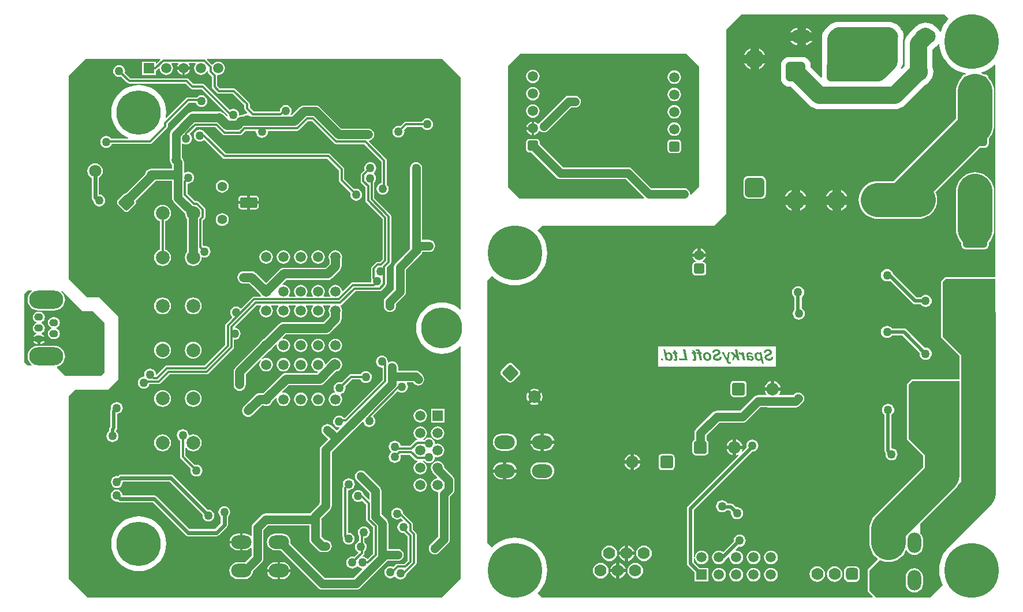
<source format=gbl>
%FSTAX25Y25*%
%MOIN*%
%SFA1B1*%

%IPPOS*%
%AMD88*
4,1,8,-0.029500,0.020700,-0.029500,-0.020700,-0.020700,-0.029500,0.020700,-0.029500,0.029500,-0.020700,0.029500,0.020700,0.020700,0.029500,-0.020700,0.029500,-0.029500,0.020700,0.0*
1,1,0.017720,-0.020700,0.020700*
1,1,0.017720,-0.020700,-0.020700*
1,1,0.017720,0.020700,-0.020700*
1,1,0.017720,0.020700,0.020700*
%
%AMD93*
4,1,8,0.042600,0.007500,0.007500,0.042600,-0.007500,0.042600,-0.042600,0.007500,-0.042600,-0.007500,-0.007500,-0.042600,0.007500,-0.042600,0.042600,-0.007500,0.042600,0.007500,0.0*
1,1,0.021260,0.035100,0.000000*
1,1,0.021260,0.000000,0.035100*
1,1,0.021260,-0.035100,0.000000*
1,1,0.021260,0.000000,-0.035100*
%
%AMD101*
4,1,8,0.025500,0.036400,-0.025500,0.036400,-0.036400,0.025500,-0.036400,-0.025500,-0.025500,-0.036400,0.025500,-0.036400,0.036400,-0.025500,0.036400,0.025500,0.025500,0.036400,0.0*
1,1,0.021860,0.025500,0.025500*
1,1,0.021860,-0.025500,0.025500*
1,1,0.021860,-0.025500,-0.025500*
1,1,0.021860,0.025500,-0.025500*
%
%AMD102*
4,1,8,-0.017500,-0.035000,0.017500,-0.035000,0.035000,-0.017500,0.035000,0.017500,0.017500,0.035000,-0.017500,0.035000,-0.035000,0.017500,-0.035000,-0.017500,-0.017500,-0.035000,0.0*
1,1,0.035000,-0.017500,-0.017500*
1,1,0.035000,0.017500,-0.017500*
1,1,0.035000,0.017500,0.017500*
1,1,0.035000,-0.017500,0.017500*
%
%AMD104*
4,1,8,0.055100,-0.038600,0.055100,0.038600,0.038600,0.055100,-0.038600,0.055100,-0.055100,0.038600,-0.055100,-0.038600,-0.038600,-0.055100,0.038600,-0.055100,0.055100,-0.038600,0.0*
1,1,0.033080,0.038600,-0.038600*
1,1,0.033080,0.038600,0.038600*
1,1,0.033080,-0.038600,0.038600*
1,1,0.033080,-0.038600,-0.038600*
%
%AMD108*
4,1,8,0.043800,0.007700,0.007700,0.043800,-0.007700,0.043800,-0.043800,0.007700,-0.043800,-0.007700,-0.007700,-0.043800,0.007700,-0.043800,0.043800,-0.007700,0.043800,0.007700,0.0*
1,1,0.021860,0.036100,0.000000*
1,1,0.021860,0.000000,0.036100*
1,1,0.021860,-0.036100,0.000000*
1,1,0.021860,0.000000,-0.036100*
%
%AMD109*
4,1,8,-0.068900,0.055100,-0.068900,-0.055100,-0.055100,-0.068900,0.055100,-0.068900,0.068900,-0.055100,0.068900,0.055100,0.055100,0.068900,-0.055100,0.068900,-0.068900,0.055100,0.0*
1,1,0.027560,-0.055100,0.055100*
1,1,0.027560,-0.055100,-0.055100*
1,1,0.027560,0.055100,-0.055100*
1,1,0.027560,0.055100,0.055100*
%
%AMD113*
4,1,8,0.050000,-0.021000,0.050000,0.021000,0.041000,0.030000,-0.041000,0.030000,-0.050000,0.021000,-0.050000,-0.021000,-0.041000,-0.030000,0.041000,-0.030000,0.050000,-0.021000,0.0*
1,1,0.018000,0.041000,-0.021000*
1,1,0.018000,0.041000,0.021000*
1,1,0.018000,-0.041000,0.021000*
1,1,0.018000,-0.041000,-0.021000*
%
%ADD56C,0.025000*%
%ADD57C,0.020000*%
%ADD58C,0.012000*%
%ADD59C,0.050000*%
%ADD62C,0.022000*%
%ADD66C,0.052000*%
%ADD75C,0.100000*%
%ADD76C,0.110240*%
%ADD78C,0.200000*%
%ADD81C,0.160000*%
%ADD82R,0.246060X0.167320*%
%ADD87C,0.059060*%
G04~CAMADD=88~8~0.0~0.0~590.6~590.6~88.6~0.0~15~0.0~0.0~0.0~0.0~0~0.0~0.0~0.0~0.0~0~0.0~0.0~0.0~90.0~590.0~590.0*
%ADD88D88*%
%ADD89O,0.051180X0.043310*%
%ADD90O,0.196850X0.104330*%
%ADD91C,0.255900*%
%ADD92C,0.236220*%
G04~CAMADD=93~8~0.0~0.0~708.7~708.7~106.3~0.0~15~0.0~0.0~0.0~0.0~0~0.0~0.0~0.0~0.0~0~0.0~0.0~0.0~315.0~914.0~913.0*
%ADD93D93*%
%ADD94C,0.070870*%
%ADD95R,0.059060X0.059060*%
%ADD96O,0.118110X0.078740*%
%ADD97R,0.059060X0.059060*%
%ADD98C,0.078740*%
%ADD99C,0.055120*%
%ADD100C,0.072840*%
G04~CAMADD=101~8~0.0~0.0~728.4~728.4~109.3~0.0~15~0.0~0.0~0.0~0.0~0~0.0~0.0~0.0~0.0~0~0.0~0.0~0.0~0.0~728.4~728.4*
%ADD101D101*%
G04~CAMADD=102~8~0.0~0.0~700.0~700.0~175.0~0.0~15~0.0~0.0~0.0~0.0~0~0.0~0.0~0.0~0.0~0~0.0~0.0~0.0~180.0~700.0~700.0*
%ADD102D102*%
%ADD103C,0.070000*%
G04~CAMADD=104~8~0.0~0.0~1102.4~1102.4~165.4~0.0~15~0.0~0.0~0.0~0.0~0~0.0~0.0~0.0~0.0~0~0.0~0.0~0.0~270.0~1102.0~1102.0*
%ADD104D104*%
%ADD105C,0.110240*%
%ADD106C,0.059060*%
%ADD107C,0.314000*%
G04~CAMADD=108~8~0.0~0.0~728.4~728.4~109.3~0.0~15~0.0~0.0~0.0~0.0~0~0.0~0.0~0.0~0.0~0~0.0~0.0~0.0~315.0~940.0~939.0*
%ADD108D108*%
G04~CAMADD=109~8~0.0~0.0~1378.0~1378.0~137.8~0.0~15~0.0~0.0~0.0~0.0~0~0.0~0.0~0.0~0.0~0~0.0~0.0~0.0~90.0~1378.0~1378.0*
%ADD109D109*%
%ADD110O,0.078740X0.118110*%
%ADD111C,0.125200*%
%ADD112C,0.050000*%
G04~CAMADD=113~8~0.0~0.0~600.0~1000.0~90.0~0.0~15~0.0~0.0~0.0~0.0~0~0.0~0.0~0.0~0.0~0~0.0~0.0~0.0~270.0~1000.0~600.0*
%ADD113D113*%
%ADD114C,0.196850*%
%LNunisolder52_full-1*%
%LPD*%
G36*
X067815Y0331693D02*
X0663386Y0316929D01*
Y0301853*
X0661979Y0300619*
X0660367Y0298781*
X0659008Y0296748*
X0657927Y0294555*
X0657141Y029224*
X0656664Y0289841*
X0656504Y0287402*
X0656664Y0284962*
X0657141Y0282563*
X0657927Y0280248*
X0658668Y0278746*
X0651575Y0271654*
X0620079*
X0616142Y027559*
Y0287402*
X0622047Y0293307*
X0622248*
X0623784Y0292671*
X0625465Y0292267*
X0627189Y0292131*
X0628913Y0292267*
X0630594Y0292671*
X0632191Y0293332*
X0633665Y0294236*
X063498Y0295358*
X0636103Y0296673*
X0637006Y0298147*
X0637281Y0298811*
X0637781*
X0637827Y0298699*
X0638616Y0297671*
X0639644Y0296882*
X0640841Y0296387*
X0642126Y0296217*
X0643411Y0296387*
X0644608Y0296882*
X0645636Y0297671*
X0646425Y0298699*
X0646921Y0299896*
X064709Y0301181*
Y0305118*
X0646921Y0306403*
X0646425Y03076*
X0645669Y0308584*
Y0314203*
X0665862Y0334396*
X0666985Y0335711*
X066788Y0337171*
X0670276Y0339567*
X067815Y0331693*
G37*
G36*
X0132544Y0448319D02*
X0131973Y044785D01*
X0131209Y0446918*
X0130641Y0445856*
X0130291Y0444703*
X0130173Y0443504*
X0130291Y0442305*
X0130641Y0441152*
X0131209Y0440089*
X0131973Y0439158*
X0132904Y0438394*
X0133967Y0437826*
X013512Y0437476*
X0136319Y0437358*
X0145571*
X014677Y0437476*
X0147923Y0437826*
X0148986Y0438394*
X0149917Y0439158*
X0150681Y0440089*
X0151249Y0441152*
X0151599Y0442305*
X0151717Y0443504*
X0151599Y0444703*
X0151249Y0445856*
X0150681Y0446918*
X0149917Y044785*
X0149534Y0448164*
X0149683Y0448689*
X0149991Y0448729*
X0161713Y0437008*
X0167618*
X0174508Y0430118*
Y0401575*
X0172539Y0399606*
X015187*
X01471Y0404376*
X0147242Y0404942*
X0147923Y0405149*
X0148986Y0405717*
X0149917Y0406481*
X0150681Y0407412*
X0151249Y0408475*
X0151599Y0409628*
X0151717Y0410827*
X0151599Y0412026*
X0151249Y0413179*
X0150681Y0414241*
X0149917Y0415173*
X0148986Y0415937*
X0147923Y0416505*
X014677Y0416855*
X0145571Y0416973*
X0136319*
X013512Y0416855*
X0133967Y0416505*
X0132904Y0415937*
X0131973Y0415173*
X0131209Y0414241*
X0130641Y0413179*
X0130291Y0412026*
X0130173Y0410827*
X0130291Y0409628*
X0130641Y0408475*
X0131209Y0407412*
X0131973Y0406481*
X0132544Y0406012*
X0132366Y0405512*
X0130217*
X0128248Y040748*
Y044685*
X0130217Y0448819*
X0132366*
X0132544Y0448319*
G37*
G36*
X020659Y0582677D02*
X0206781Y0582215D01*
X0204506Y057994*
X0204044Y0580131*
Y0581018*
X0196339*
Y0573313*
X0204044*
Y0575666*
X0204479Y0575752*
X0204976Y0576084*
X0205831Y0576939*
X0206359Y057676*
X0206438Y057616*
X0206826Y0575222*
X0207443Y0574417*
X0208248Y05738*
X0209186Y0573412*
X0210191Y0573279*
X0211197Y0573412*
X0212134Y05738*
X0212939Y0574417*
X0213557Y0575222*
X0213945Y057616*
X0214077Y0577165*
X0213945Y0578171*
X0213557Y0579108*
X0213188Y0579589*
X0213435Y0580089*
X0216948*
X0217195Y0579589*
X0216826Y0579108*
X0216438Y0578171*
X0216404Y0577915*
X0223979*
X0223945Y0578171*
X0223557Y0579108*
X0223188Y0579589*
X0223435Y0580089*
X0226948*
X0227194Y0579589*
X0226826Y0579108*
X0226438Y0578171*
X0226305Y0577165*
X0226438Y057616*
X0226826Y0575222*
X0227444Y0574417*
X0228248Y05738*
X0229186Y0573412*
X0230191Y0573279*
X0231197Y0573412*
X0232134Y05738*
X0232939Y0574417*
X0233557Y0575222*
X0233709Y0575591*
X0234209Y0575491*
Y0575321*
X0234326Y0574736*
X0234657Y0574239*
X0236562Y0572335*
Y0566465*
X0236678Y056588*
X023701Y0565384*
X0239511Y0562883*
X0240007Y0562552*
X0240592Y0562435*
X0248659*
X0255298Y0555796*
Y0553873*
X0255414Y0553288*
X0255746Y0552792*
X0257006Y0551531*
X0256785Y0551082*
X0256691Y0551095*
X0255804Y0550978*
X0254977Y0550635*
X0254273Y0550096*
X0253635*
X0252775Y0549982*
X0252595Y0550053*
X0252309Y0550273*
X0252321Y0550365*
X0252204Y0551253*
X0251861Y055208*
X0251316Y055279*
X0250606Y0553335*
X0249779Y0553678*
X0248891Y0553795*
X0248004Y0553678*
X0247177Y0553335*
X0246898Y0553122*
X0232373Y0567647*
X0231877Y0567978*
X0231291Y0568095*
X0225925*
X0223073Y0570947*
X0222577Y0571278*
X0221991Y0571395*
X0189325*
X0186227Y0574493*
X0186304Y0574678*
X0186421Y0575565*
X0186304Y0576453*
X0185961Y057728*
X0185416Y057799*
X0184706Y0578535*
X0183879Y0578878*
X0182991Y0578995*
X0182104Y0578878*
X0181277Y0578535*
X0180566Y057799*
X0180021Y057728*
X0179679Y0576453*
X0179562Y0575565*
X0179679Y0574678*
X0180021Y0573851*
X0180566Y057314*
X0181277Y0572596*
X0182104Y0572253*
X0182991Y0572136*
X0183879Y0572253*
X0184064Y057233*
X018761Y0568784*
X0188106Y0568452*
X0188691Y0568336*
X0221358*
X022421Y0565484*
X0224706Y0565152*
X0225291Y0565036*
X0230658*
X0245482Y0550212*
X0245549Y0549708*
X0245075Y0549474*
X0245005Y0549544*
X0244816Y054979*
X024457Y0549979*
X0243388Y0551162*
X0242656Y0551723*
X0241805Y0552075*
X0240891Y0552196*
X0240125Y0552095*
X0225291*
X0224404Y0551978*
X0223577Y0551635*
X0222866Y055109*
X0213266Y054149*
X0212721Y054078*
X0212379Y0539953*
X0212262Y0539065*
Y052441*
X0212236Y0524213*
X0212353Y0523325*
X0212372Y052328*
X0212379Y0523225*
X0212721Y0522398*
X0213266Y0521688*
X0213562Y0521392*
Y051918*
X0201476*
X0200563Y051906*
X0199711Y0518707*
X019898Y0518146*
X0198419Y0517415*
X0198066Y0516563*
X0197989Y0515974*
X0187211Y0505196*
X0187197Y0505199*
X0186431Y0505047*
X0185782Y0504613*
X0182274Y0501105*
X018184Y0500456*
X0181688Y049969*
X018184Y0498924*
X0182274Y0498275*
X0185782Y0494767*
X0186431Y0494333*
X0187197Y0494181*
X0187963Y0494333*
X0188612Y0494767*
X019212Y0498275*
X0192554Y0498924*
X0192706Y049969*
X0192554Y0500456*
X0192515Y0500515*
X0203973Y0511973*
X0204085Y0512119*
X0213562*
Y0502351*
X0213679Y0501463*
X0214021Y0500636*
X0214566Y0499926*
X0220889Y0493603*
X0220871Y0493461*
X0221037Y0492198*
X0221525Y0491021*
X0222219Y0490116*
Y0471215*
X0221525Y0470309*
X0221037Y0469133*
X0220871Y046787*
X0221037Y0466607*
X0221525Y0465431*
X02223Y046442*
X022331Y0463645*
X0224487Y0463158*
X022575Y0462991*
X0227012Y0463158*
X0228189Y0463645*
X0229199Y046442*
X0229975Y0465431*
X0230462Y0466607*
X0230624Y0467835*
X0230641Y0467879*
X0231092Y0468182*
X0231404Y0468053*
X0232291Y0467936*
X0233179Y0468053*
X0234006Y0468396*
X0234716Y046894*
X0235261Y0469651*
X0235604Y0470478*
X0235721Y0471365*
X0235604Y0472253*
X0235261Y047308*
X0234716Y047379*
X0234006Y0474335*
X0233179Y0474678*
X0232291Y0474795*
X0231779Y0474727*
X0231279Y0475139*
Y0489138*
X0232268Y0490127*
X02326Y0490623*
X0232716Y0491209*
Y0495713*
X02326Y0496298*
X0232268Y0496794*
X0229083Y0499979*
X0228587Y0500311*
X0228002Y0500427*
X0226735*
X0222421Y0504741*
Y0510319*
X0222797Y0510648*
X0222891Y0510636*
X0223779Y0510753*
X0224606Y0511096*
X0225316Y051164*
X0225861Y0512351*
X0226204Y0513178*
X0226321Y0514065*
X0226204Y0514953*
X0225861Y051578*
X0225316Y051649*
X0224606Y0517035*
X0223779Y0517378*
X0222891Y0517495*
X0222004Y0517378*
X0221177Y0517035*
X0220921Y0516839*
X0220421Y0517085*
Y0522813*
X0220304Y05237*
X0219961Y0524527*
X0219416Y0525238*
X0219121Y0525533*
Y0533545*
X0219621Y0533792*
X0219877Y0533596*
X0220704Y0533253*
X0221591Y0533136*
X0222479Y0533253*
X0223306Y0533596*
X0224016Y053414*
X0224561Y0534851*
X0224904Y0535678*
X0225021Y0536565*
X0224904Y0537453*
X0224561Y053828*
X0224016Y053899*
X0223909Y0539073*
X0223876Y0539572*
X022744Y0543136*
X0238458*
X024261Y0538984*
X0243106Y0538652*
X0243691Y0538536*
X0252791*
X0253377Y0538652*
X0253873Y0538984*
X0255925Y0541036*
X0261658*
X0261988Y054066*
X0261962Y0540465*
X0262079Y0539578*
X0262421Y0538751*
X0262966Y053804*
X0263677Y0537496*
X0264504Y0537153*
X0265391Y0537036*
X0266279Y0537153*
X0267106Y0537496*
X0267816Y053804*
X0268361Y0538751*
X0268704Y0539578*
X0268821Y0540465*
X0268795Y054066*
X0269125Y0541036*
X0285748*
X0286333Y0541152*
X028683Y0541484*
X0291982Y0546636*
X0294201*
X0307072Y0533765*
X0307568Y0533433*
X0308153Y0533317*
X032439*
X0334462Y0523245*
Y0510907*
X0334208Y0510873*
X0333381Y0510531*
X0332671Y0509986*
X0332126Y0509275*
X0331784Y0508448*
X0331667Y0507561*
X0331784Y0506673*
X0332126Y0505846*
X0332671Y0505136*
X0333381Y0504591*
X0334208Y0504248*
X0335096Y0504131*
X0335984Y0504248*
X0336811Y0504591*
X0337521Y0505136*
X0338066Y0505846*
X0338408Y0506673*
X0338525Y0507561*
X0338408Y0508448*
X0338066Y0509275*
X0337521Y0509986*
Y0523879*
X0337404Y0524464*
X0337073Y052496*
X0327112Y0534921*
X0327273Y0535394*
X0327594Y0535436*
X0328445Y0535789*
X0329176Y053635*
X0329738Y0537081*
X033009Y0537933*
X033021Y0538846*
X033009Y053976*
X0329738Y0540612*
X0329176Y0541343*
X0328445Y0541904*
X0327594Y0542256*
X032668Y0542377*
X0311273*
X0298988Y0554662*
X0298256Y0555223*
X0297405Y0555575*
X0296491Y0555696*
X0289691*
X0288778Y0555575*
X0287926Y0555223*
X0287195Y0554662*
X0282672Y0550139*
X028218Y0550186*
X0281978Y0550612*
X0282161Y0550851*
X0282504Y0551678*
X0282621Y0552565*
X0282504Y0553453*
X0282161Y055428*
X0281616Y055499*
X0280906Y0555535*
X0280079Y0555878*
X0279191Y0555995*
X0278304Y0555878*
X0277477Y0555535*
X0276766Y055499*
X0276221Y055428*
X0275879Y0553453*
X0275762Y0552565*
X027577Y0552507*
X0275395Y0552095*
X0260768*
X0258356Y0554506*
Y055643*
X025824Y0557015*
X0257908Y0557511*
X0250374Y0565046*
X0249877Y0565378*
X0249292Y0565494*
X0241226*
X0239621Y0567099*
Y057285*
X023998Y0573307*
X0240191Y0573279*
X0241197Y0573412*
X0242134Y05738*
X0242939Y0574417*
X0243557Y0575222*
X0243945Y057616*
X0244077Y0577165*
X0243945Y0578171*
X0243557Y0579108*
X0242939Y0579913*
X0242134Y0580531*
X0241197Y0580919*
X0240191Y0581051*
X0239186Y0580919*
X0238248Y0580531*
X0237443Y0579913*
X0237082Y0579442*
X0236424Y0579393*
X0233601Y0582215*
X0233793Y0582677*
X036939*
X0380217Y057185*
Y0437864*
X0379716Y0437739*
X0378024Y0439185*
X0376036Y0440403*
X0373882Y0441295*
X0371616Y0441839*
X0369291Y0442022*
X0366967Y0441839*
X03647Y0441295*
X0362546Y0440403*
X0360559Y0439185*
X0358786Y0437671*
X0357272Y0435898*
X0356054Y043391*
X0355162Y0431756*
X0354617Y042949*
X0354434Y0427165*
X0354617Y0424841*
X0355162Y0422574*
X0356054Y0420421*
X0357272Y0418433*
X0358786Y041666*
X0360559Y0415146*
X0362546Y0413928*
X03647Y0413036*
X0366967Y0412492*
X0369291Y0412309*
X0371616Y0412492*
X0373882Y0413036*
X0376036Y0413928*
X0378024Y0415146*
X0379716Y0416592*
X0380217Y0416467*
Y028248*
X036939Y0271654*
X0164665*
X0153839Y028248*
Y0387795*
X0157776Y0391732*
X0176476*
X0182382Y0397638*
Y0434055*
X0171555Y0444882*
X0164665*
X0153839Y0455709*
Y0572835*
X0163681Y0582677*
X020659*
G37*
G36*
X0668116Y0355123D02*
X0665354Y0352362D01*
X0649606*
X0638779Y0363189*
Y0394685*
X0640748Y0396654*
X0668116*
Y0355123*
G37*
G36*
X0517717Y0578346D02*
Y0509055D01*
X0513023Y0504361*
X0512554Y0504599*
X0512455Y050535*
X0512112Y0506178*
X0511567Y0506888*
X0510857Y0507433*
X051003Y0507775*
X0509142Y0507892*
X0490319*
X0479223Y0518988*
X0478513Y0519533*
X0477686Y0519875*
X0476798Y0519992*
X0439119*
X0425686Y0533425*
Y053453*
X0425548Y0535227*
X0425153Y0535817*
X0424562Y0536212*
X0423865Y0536351*
X0419732*
X0419035Y0536212*
X0418444Y0535817*
X0418049Y0535227*
X0417911Y053453*
Y0530396*
X0418049Y0529699*
X0418444Y0529108*
X0419035Y0528714*
X0419732Y0528575*
X0420836*
X0435274Y0514138*
X0435984Y0513593*
X0436811Y051325*
X0437698Y0513134*
X0475378*
X0486043Y0502468*
X0485836Y0501968*
X0414173*
X040748Y0508661*
Y0578346*
X0414567Y0585433*
X051063*
X0517717Y0578346*
G37*
G36*
X0688976Y0412401D02*
X0687992Y0411417D01*
X0669291*
X0658464Y0422244*
Y045374*
X0660433Y0455709*
X0688976*
Y0412401*
G37*
G36*
X0661979Y0605737D02*
D01*
X0660367Y0603899*
X0659008Y0601866*
X0657927Y0599673*
X0657475Y0598341*
X0656938Y0598314*
X0656386Y0599345*
X0655519Y0600401*
X0654463Y0601268*
X0653623Y0601717*
X0653088Y0602156*
X0651698Y0602899*
X065019Y0603357*
X0648622Y0603511*
X0647054Y0603357*
X0645546Y0602899*
X0644156Y0602156*
X0643621Y0601717*
X0642781Y0601268*
X0641725Y0600401*
X0640858Y0599345*
X0640549Y0598768*
X0638804Y0597023*
X0637804Y0595805*
X0637061Y0594415*
X0636604Y0592907*
X0636449Y0591338*
Y0578503*
X0634737Y057679*
X0634331Y0577091*
X063487Y0578101*
X0635357Y0579705*
X0635522Y0581374*
Y0593281*
X0635774Y0594112*
X0635908Y0595472*
X0635774Y0596832*
X0635377Y059814*
X0634733Y0599345*
X0634208Y0599984*
X063408Y0600224*
X0633016Y060152*
X063172Y0602584*
X0630242Y0603374*
X0628637Y0603861*
X0626968Y0604025*
X0598425*
X0596757Y0603861*
X0595152Y0603374*
X0593673Y0602584*
X0592377Y060152*
X0591196Y0600339*
X0590133Y0599043*
X0589342Y0597564*
X0588855Y059596*
X0588691Y0594291*
Y0575083*
X0588692Y0575072*
Y0572034*
X058823Y0571843*
X0582174Y0577899*
Y0578941*
X0582014Y0580156*
X0581545Y0581288*
X0580799Y058226*
X0579827Y0583006*
X0578695Y0583475*
X057748Y0583635*
X0569764*
X0568549Y0583475*
X0567417Y0583006*
X0566445Y058226*
X0565699Y0581288*
X056523Y0580156*
X056507Y0578941*
Y0571224*
X056523Y057001*
X0565699Y0568878*
X0566445Y0567905*
X0567417Y056716*
X0568549Y0566691*
X0569764Y0566531*
X0570806*
X058145Y0555887*
X0582668Y0554887*
X0584058Y0554144*
X0585566Y0553687*
X0587134Y0553532*
X0630886*
X0632454Y0553687*
X0633962Y0554144*
X0635352Y0554887*
X063657Y0555887*
X0648177Y0567493*
X064924Y0568062*
X0650536Y0569125*
X06516Y0570421*
X065239Y05719*
X0652877Y0573504*
X0653041Y0575173*
X0652877Y0576842*
X0652527Y0577995*
Y0588009*
X0653886Y0589368*
X0654463Y0589677*
X0655519Y0590544*
X0656087Y0591235*
X0656599Y0591071*
X0656664Y059008*
X0657141Y0587682*
X0657927Y0585366*
X0659008Y0583173*
X0660367Y058114*
X0661979Y0579302*
X0663817Y057769*
X066585Y0576331*
X0668043Y057525*
X0670359Y0574464*
X0671935Y057415*
X0671941Y0574122*
X0671894Y0573649*
X0671654*
X0670732Y0573465*
X066995Y0572943*
X0669428Y0572162*
X0669323Y0571633*
X0668251Y0570378*
X0667348Y0568904*
X0666686Y0567306*
X0666283Y0565625*
X0666147Y0563902*
Y0548254*
X0629852Y0511959*
X0620866*
X0619167Y0511825*
X061751Y0511427*
X0615936Y0510775*
X0614483Y0509885*
X0613187Y0508778*
X061208Y0507482*
X061119Y0506029*
X0610537Y0504454*
X061014Y0502797*
X0610006Y0501098*
X061014Y0499399*
X0610537Y0497742*
X061119Y0496168*
X061208Y0494715*
X0613187Y0493419*
X0614483Y0492312*
X0615936Y0491422*
X061751Y049077*
X0619167Y0490372*
X0620866Y0490238*
X064439*
X0646089Y0490372*
X0647746Y049077*
X064932Y0491422*
X0650773Y0492312*
X0652069Y0493419*
X0653176Y0494715*
X0654066Y0496168*
X0654718Y0497742*
X0655116Y0499399*
X065525Y0501098*
X0655116Y0502797*
X0654718Y0504454*
X0654234Y0505623*
X0679805Y0531194*
X0682677*
X0683599Y0531377*
X068438Y0531899*
X0684902Y0532681*
X0685086Y0533602*
Y0536516*
X0685952Y053753*
X0686842Y0538983*
X0687494Y0540557*
X0687892Y0542214*
X0687905Y0542382*
X0688048Y0542977*
X0688184Y0544701*
Y0563902*
X0688048Y0565625*
X0687644Y0567306*
X0686983Y0568904*
X0686079Y0570378*
X0685007Y0571633*
X0684902Y0572162*
X068438Y0572943*
X0683599Y0573465*
X0682677Y0573649*
X0682282*
X0682167Y0573719*
X0680919Y0574236*
X0680937Y057477*
X068235Y057525*
X0684543Y0576331*
X0686576Y057769*
X0688415Y0579302*
X0688976Y057874*
Y0456712*
X0660433*
X0660049Y0456636*
X0659723Y0456418*
X0657755Y045445*
X0657537Y0454124*
X0657461Y045374*
Y0422244*
X0657537Y042186*
X0657755Y0421534*
X0668116Y0411174*
Y0397657*
X0640748*
X0640364Y0397581*
X0640038Y0397363*
X063807Y0395395*
X0637852Y0395069*
X0637776Y0394685*
Y0363189*
X0637852Y0362805*
X063807Y0362479*
X0647053Y0353497*
Y0346751*
X0619398Y0319096*
X0618275Y0317781*
X0617372Y0316307*
X061671Y031471*
X0616306Y0313029*
X0616171Y0311305*
Y030315*
X0616306Y0301426*
X061671Y0299745*
X0617372Y0298147*
X0618275Y0296673*
X0619398Y0295358*
X0620713Y0294236*
X0620892Y0294126*
X062095Y0293629*
X0615432Y0288111*
X0615215Y0287786*
X0615138Y0287402*
Y027559*
X0615215Y0275206*
X0615432Y0274881*
X0618198Y0272115*
X0618006Y0271654*
X0427165*
X0424635Y0274184*
X0426247Y0276022*
X0427606Y0278055*
X0428687Y0280248*
X0429473Y0282563*
X042995Y0284962*
X043011Y0287402*
X042995Y0289841*
X0429473Y029224*
X0428687Y0294555*
X0427606Y0296748*
X0426247Y0298781*
X0424635Y0300619*
X0422797Y0302232*
X0420764Y030359*
X0418571Y0304671*
X0416255Y0305457*
X0413857Y0305934*
X0411417Y0306094*
X0408977Y0305934*
X0406579Y0305457*
X0404264Y0304671*
X0402071Y030359*
X0400038Y0302232*
X03982Y0300619*
X0395669Y030315*
Y0454724*
X03982Y0457255*
X0400038Y0455642*
X0402071Y0454284*
X0404264Y0453202*
X0406579Y0452417*
X0408977Y0451939*
X0411417Y045178*
X0413857Y0451939*
X0416255Y0452417*
X0418571Y0453202*
X0420764Y0454284*
X0422797Y0455642*
X0424635Y0457255*
X0426247Y0459093*
X0427606Y0461126*
X0428687Y0463319*
X0429473Y0465634*
X042995Y0468033*
X043011Y0470472*
X042995Y0472912*
X0429473Y047531*
X0428687Y0477626*
X0427606Y0479819*
X0426247Y0481852*
X0424635Y048369*
X0427165Y048622*
X0526575*
X0533464Y049311*
Y0599409*
X0542323Y0608268*
X0659449*
X0661979Y0605737*
G37*
%LNunisolder52_full-2*%
%LPC*%
G36*
X0478331Y0354353D02*
X0478119Y0354325D01*
X047699Y0353858*
X047602Y0353114*
X0475276Y0352144*
X0474808Y0351015*
X0474781Y0350803*
X0478331*
Y0354353*
G37*
G36*
X0356891Y0340451D02*
X0355886Y0340319D01*
X0354948Y0339931*
X0354144Y0339313*
X0353526Y0338508*
X0353138Y0337571*
X0353005Y0336565*
X0353138Y033556*
X0353526Y0334622*
X0354144Y0333818*
X0354948Y03332*
X0355886Y0332812*
X0356891Y0332679*
X0357897Y0332812*
X0358834Y03332*
X0359639Y0333818*
X0360257Y0334622*
X0360645Y033556*
X0360777Y0336565*
X0360645Y0337571*
X0360257Y0338508*
X0359639Y0339313*
X0358834Y0339931*
X0357897Y0340319*
X0356891Y0340451*
G37*
G36*
X0407642Y0349706D02*
X0406673D01*
Y0345727*
X041249*
X0412452Y0346016*
X0411954Y0347217*
X0411163Y0348248*
X0410132Y0349039*
X040893Y0349537*
X0407642Y0349706*
G37*
G36*
X0480331Y0354353D02*
Y0350803D01*
X0483881*
X0483853Y0351015*
X0483385Y0352144*
X0482641Y0353114*
X0481672Y0353858*
X0480542Y0354325*
X0480331Y0354353*
G37*
G36*
X0626968Y0383436D02*
X0626059Y0383316D01*
X0625211Y0382965*
X0624483Y0382406*
X0623925Y0381678*
X0623574Y0380831*
X0623454Y0379921*
X0623574Y0379012*
X0623925Y0378164*
X0624483Y0377436*
X0624945Y0377082*
Y0356299*
X0625099Y0355525*
X0625501Y0354924*
X0625423Y0354331*
X0625542Y0353421*
X0625893Y0352573*
X0626452Y0351846*
X062718Y0351287*
X0628027Y0350936*
X0628937Y0350816*
X0629847Y0350936*
X0630694Y0351287*
X0631422Y0351846*
X0631981Y0352573*
X0632332Y0353421*
X0632451Y0354331*
X0632332Y035524*
X0631981Y0356088*
X0631422Y0356816*
X0630694Y0357374*
X0629847Y0357725*
X0628992Y0357838*
Y0377082*
X0629454Y0377436*
X0630012Y0378164*
X0630363Y0379012*
X0630483Y0379921*
X0630363Y0380831*
X0630012Y0381678*
X0629454Y0382406*
X0628726Y0382965*
X0627878Y0383316*
X0626968Y0383436*
G37*
G36*
X04945Y0329291D02*
Y0323095D01*
X0500697*
X0500655Y0323518*
X050024Y0324886*
X0499566Y0326147*
X0498658Y0327253*
X0497553Y032816*
X0496292Y0328834*
X0494923Y0329249*
X04945Y0329291*
G37*
G36*
X0322591Y0344995D02*
X0321704Y0344878D01*
X0320877Y0344535*
X0320166Y034399*
X0319621Y034328*
X0319279Y0342453*
X0319162Y0341565*
X0319279Y0340678*
X0319621Y0339851*
X0320166Y0339141*
X0327562Y0331745*
Y0328211*
X03271Y0328019*
X0324355Y0330765*
X0324304Y0331153*
X0323961Y033198*
X0323416Y033269*
X0322706Y0333235*
X0321879Y0333578*
X0320991Y0333695*
X0320104Y0333578*
X0319277Y0333235*
X0318566Y033269*
X0318021Y033198*
X0317679Y0331153*
X0317562Y0330265*
X0317679Y0329378*
X0318021Y0328551*
X0318566Y032784*
X0319277Y0327295*
X0320104Y0326953*
X0320991Y0326836*
X0321879Y0326953*
X0322706Y0327295*
X0323154Y032764*
X0325562Y0325232*
Y0316708*
X0325678Y0316123*
X032601Y0315626*
X0329511Y0312125*
Y0296934*
X0326611Y0294033*
X0326112Y0294066*
X0326016Y029419*
X0325306Y0294735*
X0324479Y0295078*
X0323856Y029516*
X0323677Y0295688*
X0324173Y0296184*
X0324504Y029668*
X0324621Y0297265*
Y0298314*
X0324916Y029854*
X0325461Y0299251*
X0325804Y0300078*
X0325921Y0300965*
X0325804Y0301853*
X0325461Y030268*
X0324916Y030339*
X0324621Y0303617*
Y0305879*
X0325179Y0305953*
X0326006Y0306295*
X0326716Y030684*
X0327261Y0307551*
X0327604Y0308378*
X0327721Y0309265*
X0327604Y0310153*
X0327261Y031098*
X0326716Y031169*
X0326006Y0312235*
X0325179Y0312578*
X0324291Y0312695*
X0323404Y0312578*
X0322577Y0312235*
X0321866Y031169*
X0321321Y031098*
X0320979Y0310153*
X0320862Y0309265*
X0320979Y0308378*
X0321321Y0307551*
X0321562Y0307237*
Y030426*
X0320777Y0303935*
X0320066Y030339*
X0319521Y030268*
X0319179Y0301853*
X0319062Y0300965*
X0319179Y0300078*
X0319521Y0299251*
X0320066Y029854*
X0320777Y0297995*
X0320985Y0297909*
X0321082Y0297419*
X0318664Y0295001*
X0318479Y0295078*
X0317591Y0295195*
X0316704Y0295078*
X0315877Y0294735*
X0315166Y029419*
X0314621Y029348*
X0314279Y0292653*
X0314162Y0291765*
X0314279Y0290878*
X0314621Y0290051*
X0315166Y028934*
X0315877Y0288795*
X0316704Y0288453*
X0317591Y0288336*
X0318479Y0288453*
X0319306Y0288795*
X0320016Y028934*
X0320276Y0289679*
X0320906*
X0321166Y028934*
X0321877Y0288795*
X0322704Y0288453*
X03231Y0288401*
X0323279Y0287873*
X0318401Y0282995*
X0301612*
X028185Y0302757*
X0281965Y0303633*
X0281799Y0304896*
X0281312Y0306072*
X0280536Y0307083*
X0279526Y0307858*
X0278349Y0308346*
X0277087Y0308512*
X027315*
X0271887Y0308346*
X027071Y0307858*
X02697Y0307083*
X0268924Y0306072*
X0268437Y0304896*
X0268271Y0303633*
X0268437Y030237*
X0268924Y0301194*
X02697Y0300183*
X027071Y0299408*
X0271887Y0298921*
X027315Y0298754*
X0276152*
X0297766Y027714*
X0298477Y0276595*
X0299304Y0276253*
X0300191Y0276136*
X0319821*
X0320709Y0276253*
X0321536Y0276595*
X0322246Y027714*
X0337942Y0292836*
X0343891*
X0344779Y0292953*
X0345606Y0293296*
X0346316Y0293841*
X0346861Y0294551*
X0347204Y0295378*
X0347321Y0296265*
X0347204Y0297153*
X0346861Y029798*
X0346316Y029869*
X0345606Y0299235*
X0344779Y0299578*
X0343891Y0299695*
X033837*
Y0314374*
X0338253Y0315261*
X0337911Y0316088*
X0337366Y0316799*
X0334421Y0319744*
Y0333165*
X0334304Y0334053*
X0333961Y033488*
X0333416Y033559*
X0325016Y034399*
X0324306Y0344535*
X0323479Y0344878*
X0322591Y0344995*
G37*
G36*
X0404673Y0349706D02*
X0403705D01*
X0402416Y0349537*
X0401215Y0349039*
X0400184Y0348248*
X0399392Y0347217*
X0398895Y0346016*
X0398857Y0345727*
X0404673*
Y0349706*
G37*
G36*
X021301Y0342604D02*
X0183878D01*
X0183098Y0342449*
X0182436Y0342007*
X018216Y0341731*
X0181678Y0341795*
X0180791Y0341678*
X0179964Y0341335*
X0179253Y034079*
X0178708Y034008*
X0178366Y0339253*
X0178249Y0338365*
X0178366Y0337478*
X0178708Y0336651*
X0179253Y0335941*
X0179964Y0335396*
X0180791Y0335053*
X0181678Y0334936*
X0182566Y0335053*
X0183393Y0335396*
X0184103Y0335941*
X0184648Y0336651*
X0184991Y0337478*
X0185108Y0338365*
X0185248Y0338526*
X0212165*
X0231142Y031955*
X0231056Y0318894*
X0231173Y0318006*
X0231515Y0317179*
X023206Y0316469*
X023277Y0315924*
X0233597Y0315581*
X0234485Y0315464*
X0235373Y0315581*
X02362Y0315924*
X023691Y0316469*
X0237455Y0317179*
X0237797Y0318006*
X0237914Y0318894*
X0237797Y0319781*
X0237455Y0320608*
X023691Y0321319*
X02362Y0321864*
X0235373Y0322206*
X0234485Y0322323*
X0234177Y0322282*
X0214452Y0342007*
X021379Y0342449*
X021301Y0342604*
G37*
G36*
X0501565Y035447D02*
X0496466D01*
X0495656Y0354309*
X0494969Y035385*
X049451Y0353163*
X0494349Y0352352*
Y0347254*
X049451Y0346444*
X0494969Y0345757*
X0495656Y0345298*
X0496466Y0345136*
X0501565*
X0502375Y0345298*
X0503062Y0345757*
X0503521Y0346444*
X0503682Y0347254*
Y0352352*
X0503521Y0353163*
X0503062Y035385*
X0502375Y0354309*
X0501565Y035447*
G37*
G36*
X041249Y0343727D02*
X0406673D01*
Y0339747*
X0407642*
X040893Y0339917*
X0410132Y0340414*
X0411163Y0341206*
X0411954Y0342237*
X0412452Y0343438*
X041249Y0343727*
G37*
G36*
X0429295Y0349691D02*
X0425358D01*
X0424074Y0349521*
X0422876Y0349026*
X0421848Y0348237*
X042106Y0347209*
X0420564Y0346011*
X0420395Y0344727*
X0420564Y0343442*
X042106Y0342245*
X0421848Y0341217*
X0422876Y0340428*
X0424074Y0339932*
X0425358Y0339763*
X0429295*
X043058Y0339932*
X0431777Y0340428*
X0432805Y0341217*
X0433594Y0342245*
X043409Y0343442*
X0434259Y0344727*
X043409Y0346011*
X0433594Y0347209*
X0432805Y0348237*
X0431777Y0349026*
X043058Y0349521*
X0429295Y0349691*
G37*
G36*
X0478331Y0348803D02*
X0474781D01*
X0474808Y0348591*
X0475276Y0347462*
X047602Y0346493*
X047699Y0345749*
X0478119Y0345281*
X0478331Y0345253*
Y0348803*
G37*
G36*
X0483881D02*
X0480331D01*
Y0345253*
X0480542Y0345281*
X0481672Y0345749*
X0482641Y0346493*
X0483385Y0347462*
X0483853Y0348591*
X0483881Y0348803*
G37*
G36*
X0404673Y0343727D02*
X0398857D01*
X0398895Y0343438*
X0399392Y0342237*
X0400184Y0341206*
X0401215Y0340414*
X0402416Y0339917*
X0403705Y0339747*
X0404673*
Y0343727*
G37*
G36*
X0315591Y0340495D02*
X0314704Y0340378D01*
X0313877Y0340035*
X0313166Y033949*
X0312621Y033878*
X0312279Y0337953*
X0312162Y0337065*
X0312279Y0336178*
X0312388Y0335914*
X0312078Y0335451*
X0311962Y0334865*
Y0306765*
X0312078Y030618*
X0312132Y0306099*
X0312062Y0305565*
X0312179Y0304678*
X0312521Y0303851*
X0313066Y030314*
X0313777Y0302595*
X0314604Y0302253*
X0315491Y0302136*
X0316379Y0302253*
X0317206Y0302595*
X0317916Y030314*
X0318461Y0303851*
X0318804Y0304678*
X0318921Y0305565*
X0318804Y0306453*
X0318461Y030728*
X0317916Y030799*
X0317206Y0308535*
X0316379Y0308878*
X0315491Y0308995*
X0315397Y0308982*
X0315021Y0309312*
Y0333332*
X0315397Y0333662*
X0315591Y0333636*
X0316479Y0333753*
X0317306Y0334096*
X0318016Y0334641*
X0318561Y0335351*
X0318904Y0336178*
X0319021Y0337065*
X0318904Y0337953*
X0318561Y033878*
X0318016Y033949*
X0317306Y0340035*
X0316479Y0340378*
X0315591Y0340495*
G37*
G36*
X0366891Y0370451D02*
X0365886Y0370319D01*
X0364948Y0369931*
X0364143Y0369313*
X0363526Y0368508*
X0363138Y0367571*
X0363005Y0366565*
X0363138Y036556*
X0363526Y0364622*
X0364143Y0363818*
X0364948Y03632*
X0365886Y0362812*
X0366891Y0362679*
X0367897Y0362812*
X0368834Y03632*
X0369639Y0363818*
X0370257Y0364622*
X0370645Y036556*
X0370777Y0366565*
X0370645Y0367571*
X0370257Y0368508*
X0369639Y0369313*
X0368834Y0369931*
X0367897Y0370319*
X0366891Y0370451*
G37*
G36*
X0356891Y0380451D02*
X0355886Y0380319D01*
X0354948Y0379931*
X0354144Y0379313*
X0353526Y0378508*
X0353138Y0377571*
X0353005Y0376565*
X0353138Y037556*
X0353526Y0374622*
X0354144Y0373817*
X0354948Y03732*
X0355886Y0372812*
X0356891Y0372679*
X0357897Y0372812*
X0358834Y03732*
X0359639Y0373817*
X0360257Y0374622*
X0360645Y037556*
X0360777Y0376565*
X0360645Y0377571*
X0360257Y0378508*
X0359639Y0379313*
X0358834Y0379931*
X0357897Y0380319*
X0356891Y0380451*
G37*
G36*
X0429295Y0366242D02*
X0428327D01*
Y0362262*
X0434143*
X0434105Y0362551*
X0433608Y0363752*
X0432816Y0364783*
X0431785Y0365575*
X0430584Y0366072*
X0429295Y0366242*
G37*
G36*
X0181591Y0384495D02*
X0180704Y0384378D01*
X0179877Y0384035*
X0179166Y038349*
X0178621Y038278*
X0178279Y0381953*
X0178162Y0381065*
X0178258Y038034*
X0178102Y0380107*
X0177954Y0379365*
Y0370268*
X0177722Y0370035*
X0177302Y0369407*
X0177154Y0368665*
Y0367565*
X0176666Y036719*
X0176121Y036648*
X0175779Y0365653*
X0175662Y0364765*
X0175779Y0363878*
X0176121Y0363051*
X0176666Y036234*
X0177377Y0361795*
X0178204Y0361453*
X0179091Y0361336*
X0179979Y0361453*
X0180806Y0361795*
X0181516Y036234*
X0182061Y0363051*
X0182404Y0363878*
X0182521Y0364765*
X0182404Y0365653*
X0182061Y036648*
X0181516Y036719*
X0181199Y0367434*
X018117Y0368005*
X0181261Y0368095*
X0181681Y0368724*
X0181828Y0369465*
Y0377667*
X0182479Y0377753*
X0183306Y0378096*
X0184016Y0378641*
X0184561Y0379351*
X0184904Y0380178*
X0185021Y0381065*
X0184904Y0381953*
X0184561Y038278*
X0184016Y038349*
X0183306Y0384035*
X0182479Y0384378*
X0181591Y0384495*
G37*
G36*
X0426327Y0366242D02*
X0425358D01*
X0424069Y0366072*
X0422868Y0365575*
X0421837Y0364783*
X0421046Y0363752*
X0420548Y0362551*
X042051Y0362262*
X0426327*
Y0366242*
G37*
G36*
X022575Y0391339D02*
X0224487Y0391173D01*
X022331Y0390686*
X02223Y038991*
X0221525Y03889*
X0221037Y0387723*
X0220871Y0386461*
X0221037Y0385198*
X0221525Y0384021*
X02223Y0383011*
X022331Y0382236*
X0224487Y0381748*
X022575Y0381582*
X0227012Y0381748*
X0228189Y0382236*
X0229199Y0383011*
X0229975Y0384021*
X0230462Y0385198*
X0230628Y0386461*
X0230462Y0387723*
X0229975Y03889*
X0229199Y038991*
X0228189Y0390686*
X0227012Y0391173*
X022575Y0391339*
G37*
G36*
X0287891Y0389951D02*
X0286886Y0389819D01*
X0285948Y0389431*
X0285143Y0388813*
X0284526Y0388008*
X0284138Y0387071*
X0284005Y0386065*
X0284138Y038506*
X0284526Y0384122*
X0285143Y0383317*
X0285948Y03827*
X0286886Y0382312*
X0287891Y0382179*
X0288897Y0382312*
X0289834Y03827*
X0290639Y0383317*
X0291257Y0384122*
X0291645Y038506*
X0291777Y0386065*
X0291645Y0387071*
X0291257Y0388008*
X0290639Y0388813*
X0289834Y0389431*
X0288897Y0389819*
X0287891Y0389951*
G37*
G36*
X0208033Y0391339D02*
X020677Y0391173D01*
X0205594Y0390686*
X0204583Y038991*
X0203808Y03889*
X0203321Y0387723*
X0203154Y0386461*
X0203321Y0385198*
X0203808Y0384021*
X0204583Y0383011*
X0205594Y0382236*
X020677Y0381748*
X0208033Y0381582*
X0209296Y0381748*
X0210472Y0382236*
X0211483Y0383011*
X0212258Y0384021*
X0212746Y0385198*
X0212912Y0386461*
X0212746Y0387723*
X0212258Y03889*
X0211483Y038991*
X0210472Y0390686*
X0209296Y0391173*
X0208033Y0391339*
G37*
G36*
X0370744Y0380418D02*
X0363039D01*
Y0372713*
X0370744*
Y0380418*
G37*
G36*
X0564885Y0391027D02*
X0555785D01*
X0555812Y0390816*
X055628Y0389687*
X0556841Y0388955*
X0556595Y0388455*
X055187*
X055096Y0388335*
X0550113Y0387984*
X0549385Y0387426*
X0541458Y0379499*
X0528047*
X0527138Y0379379*
X052629Y0379028*
X0525562Y0378469*
X0516117Y0369024*
X0515559Y0368297*
X0515208Y0367449*
X0515088Y0366539*
Y036267*
X0514556Y0362314*
X0514097Y0361627*
X0513936Y0360817*
Y0355718*
X0514097Y0354908*
X0514556Y0354221*
X0515243Y0353762*
X0516053Y0353601*
X0521152*
X0521962Y0353762*
X0522649Y0354221*
X0523108Y0354908*
X0523269Y0355718*
Y0360817*
X0523108Y0361627*
X0522649Y0362314*
X0522117Y036267*
Y0365084*
X0529503Y037247*
X0542913*
X0543823Y037259*
X054467Y0372941*
X0545398Y0373499*
X0553326Y0381427*
X0557084*
X0557383Y0381387*
X0573484*
X0574394Y0381507*
X0575242Y0381858*
X0575969Y0382417*
X0577583Y0384031*
X0578142Y0384758*
X0578493Y0385606*
X0578613Y0386516*
X0578493Y0387425*
X0578142Y0388273*
X0577583Y0389001*
X0576856Y0389559*
X0576008Y038991*
X0575098Y039003*
X0574189Y038991*
X0573341Y0389559*
X0572613Y0389001*
X0572029Y0388416*
X0564044*
X0563798Y0388916*
X0564389Y0389687*
X0564857Y0390816*
X0564885Y0391027*
G37*
G36*
X0219691Y0368795D02*
X0218804Y0368678D01*
X0217977Y0368335*
X0217266Y036779*
X0216721Y036708*
X0216379Y0366253*
X0216262Y0365365*
X0216379Y0364478*
X0216721Y0363651*
X0217266Y0362941*
X0217977Y0362396*
X0218162Y0362319*
Y0352892*
X0218278Y0352307*
X021861Y0351811*
X0224412Y0346008*
X0224336Y0345823*
X0224219Y0344935*
X0224336Y0344048*
X0224678Y0343221*
X0225223Y0342511*
X0225933Y0341966*
X022676Y0341623*
X0227648Y0341506*
X0228536Y0341623*
X0229363Y0341966*
X0230073Y0342511*
X0230618Y0343221*
X023096Y0344048*
X0231077Y0344935*
X023096Y0345823*
X0230618Y034665*
X0230073Y034736*
X0229363Y0347905*
X0228536Y0348248*
X0227648Y0348365*
X022676Y0348248*
X0226575Y0348171*
X0221221Y0353526*
Y0358005*
X0221721Y0358175*
X02223Y035742*
X022331Y0356645*
X0224487Y0356158*
X022575Y0355991*
X0227012Y0356158*
X0228189Y0356645*
X0229199Y035742*
X0229975Y0358431*
X0230462Y0359607*
X0230628Y036087*
X0230462Y0362133*
X0229975Y036331*
X0229199Y036432*
X0228189Y0365095*
X0227012Y0365583*
X022575Y0365749*
X0224487Y0365583*
X0223605Y0365217*
X0223469Y0365259*
X0223098Y0365536*
X0223004Y0366253*
X0222661Y036708*
X0222116Y036779*
X0221406Y0368335*
X0220579Y0368678*
X0219691Y0368795*
G37*
G36*
X0426327Y0360262D02*
X042051D01*
X0420548Y0359973*
X0421046Y0358772*
X0421837Y0357741*
X0422868Y035695*
X0424069Y0356452*
X0425358Y0356283*
X0426327*
Y0360262*
G37*
G36*
X0208033Y0365749D02*
X020677Y0365583D01*
X0205594Y0365095*
X0204583Y036432*
X0203808Y036331*
X0203321Y0362133*
X0203154Y036087*
X0203321Y0359607*
X0203808Y0358431*
X0204583Y035742*
X0205594Y0356645*
X020677Y0356158*
X0208033Y0355991*
X0209296Y0356158*
X0210472Y0356645*
X0211483Y035742*
X0212258Y0358431*
X0212746Y0359607*
X0212912Y036087*
X0212746Y0362133*
X0212258Y036331*
X0211483Y036432*
X0210472Y0365095*
X0209296Y0365583*
X0208033Y0365749*
G37*
G36*
X0537287Y0357268D02*
X0533737D01*
X0533765Y0357056*
X0534233Y0355927*
X0534977Y0354957*
X0535947Y0354213*
X0537076Y0353745*
X0537287Y0353717*
Y0357268*
G37*
G36*
X054855Y0362784D02*
X0547641Y0362664D01*
X0546793Y0362313*
X0546065Y0361754*
X0545507Y0361027*
X0545156Y0360179*
X0545036Y0359269*
X0545156Y035836*
X0545194Y0358268*
X0542905Y035598*
X0542481Y0356263*
X054281Y0357056*
X0542837Y0357268*
X0539287*
Y0353717*
X0539499Y0353745*
X0540292Y0354074*
X0540575Y035365*
X0511365Y0324439*
X0510926Y0323783*
X0510772Y0323009*
Y029122*
X0510926Y0290446*
X0511365Y028979*
X0515335Y028582*
Y0280807*
X0523209*
Y0288681*
X0518196*
X0514818Y0292058*
Y0294577*
X0515318Y0294609*
X0515346Y02944*
X0515436Y0293716*
X0515833Y0292759*
X0516464Y0291936*
X0517286Y0291305*
X0518244Y0290908*
X0519272Y0290773*
X0520299Y0290908*
X0521257Y0291305*
X052208Y0291936*
X0522711Y0292759*
X0523107Y0293716*
X0523243Y0294744*
X0523107Y0295772*
X0522711Y0296729*
X052208Y0297552*
X0521257Y0298183*
X0520299Y029858*
X0519272Y0298715*
X0518244Y029858*
X0517286Y0298183*
X0516464Y0297552*
X0515833Y0296729*
X0515436Y0295772*
X0515346Y0295088*
X0515318Y0294879*
X0514818Y0294911*
Y0322171*
X054842Y0355772*
X054855Y0355755*
X054946Y0355875*
X0550308Y0356226*
X0551035Y0356785*
X0551594Y0357512*
X0551945Y035836*
X0552065Y0359269*
X0551945Y0360179*
X0551594Y0361027*
X0551035Y0361754*
X0550308Y0362313*
X054946Y0362664*
X054855Y0362784*
G37*
G36*
X0537287Y0362818D02*
X0537076Y036279D01*
X0535947Y0362322*
X0534977Y0361578*
X0534233Y0360609*
X0533765Y0359479*
X0533737Y0359268*
X0537287*
Y0362818*
G37*
G36*
X0539287D02*
Y0359268D01*
X0542837*
X054281Y0359479*
X0542342Y0360609*
X0541598Y0361578*
X0540628Y0362322*
X0539499Y036279*
X0539287Y0362818*
G37*
G36*
X0356891Y0370451D02*
X0355886Y0370319D01*
X0354948Y0369931*
X0354144Y0369313*
X0353526Y0368508*
X0353138Y0367571*
X0353005Y0366565*
X0353138Y036556*
X0353526Y0364622*
X0354144Y0363818*
X0354948Y03632*
X0355316Y0363048*
X0355217Y0362547*
X0355047*
X0354462Y0362431*
X0353965Y03621*
X0350961Y0359095*
X0345464*
X0345404Y0359553*
X0345061Y036038*
X0344516Y036109*
X0343806Y0361635*
X0342979Y0361978*
X0342091Y0362095*
X0341204Y0361978*
X0340377Y0361635*
X0339666Y036109*
X0339121Y036038*
X0338779Y0359553*
X0338662Y0358665*
X0338779Y0357778*
X0339121Y0356951*
X0339666Y0356241*
X0340025Y0355965*
Y0355465*
X0339666Y035519*
X0339121Y035448*
X0338779Y0353653*
X0338662Y0352765*
X0338779Y0351878*
X0339121Y0351051*
X0339666Y0350341*
X0340377Y0349796*
X0341204Y0349453*
X0342091Y0349336*
X0342979Y0349453*
X0343806Y0349796*
X0344516Y0350341*
X0345061Y0351051*
X0345404Y0351878*
X0345521Y0352765*
X0345413Y0353582*
X0345578Y0353829*
X0345783Y0354036*
X0350961*
X0353965Y0351031*
X0354462Y03507*
X0355047Y0350583*
X0355217*
X0355316Y0350083*
X0354948Y0349931*
X0354144Y0349313*
X0353526Y0348508*
X0353138Y0347571*
X0353005Y0346565*
X0353138Y034556*
X0353526Y0344622*
X0354144Y0343817*
X0354948Y03432*
X0355886Y0342812*
X0356891Y0342679*
X0357897Y0342812*
X0358834Y03432*
X0359639Y0343817*
X0360257Y0344622*
X0360645Y034556*
X0360777Y0346565*
X0360645Y0347571*
X0360257Y0348508*
X0359639Y0349313*
X0358834Y0349931*
X0358466Y0350083*
X0358566Y0350583*
X0359127*
X0359466Y0350141*
X0360177Y0349595*
X0361004Y0349253*
X0361891Y0349136*
X0362779Y0349253*
X0363606Y0349595*
X0364316Y0350141*
X0364861Y0350851*
X0365204Y0351678*
X0365313Y0352508*
X036546Y0352686*
X0365716Y0352882*
X0365886Y0352812*
X0366891Y0352679*
X0367897Y0352812*
X0368834Y03532*
X0369639Y0353818*
X0370257Y0354622*
X0370645Y035556*
X0370777Y0356565*
X0370645Y0357571*
X0370257Y0358508*
X0369639Y0359313*
X0368834Y0359931*
X0367897Y0360319*
X0366891Y0360451*
X0365886Y0360319*
X0365716Y0360249*
X036546Y0360445*
X0365313Y0360623*
X0365204Y0361453*
X0364861Y036228*
X0364316Y036299*
X0363606Y0363535*
X0362779Y0363878*
X0361891Y0363995*
X0361004Y0363878*
X0360177Y0363535*
X0359466Y036299*
X0359127Y0362547*
X0358566*
X0358466Y0363048*
X0358834Y03632*
X0359639Y0363818*
X0360257Y0364622*
X0360645Y036556*
X0360777Y0366565*
X0360645Y0367571*
X0360257Y0368508*
X0359639Y0369313*
X0358834Y0369931*
X0357897Y0370319*
X0356891Y0370451*
G37*
G36*
X0434143Y0360262D02*
X0428327D01*
Y0356283*
X0429295*
X0430584Y0356452*
X0431785Y035695*
X0432816Y0357741*
X0433608Y0358772*
X0434105Y0359973*
X0434143Y0360262*
G37*
G36*
X0407642Y0366226D02*
X0403705D01*
X040242Y0366057*
X0401223Y0365561*
X0400195Y0364772*
X0399406Y0363744*
X039891Y0362547*
X0398741Y0361262*
X039891Y0359978*
X0399406Y035878*
X0400195Y0357752*
X0401223Y0356963*
X040242Y0356468*
X0403705Y0356298*
X0407642*
X0408926Y0356468*
X0410124Y0356963*
X0411152Y0357752*
X041194Y035878*
X0412436Y0359978*
X0412605Y0361262*
X0412436Y0362547*
X041194Y0363744*
X0411152Y0364772*
X0410124Y0365561*
X0408926Y0366057*
X0407642Y0366226*
G37*
G36*
X04925Y0329291D02*
X0492077Y0329249D01*
X0490708Y0328834*
X0489447Y032816*
X0488342Y0327253*
X0487434Y0326147*
X048676Y0324886*
X0486345Y0323518*
X0486304Y0323095*
X04925*
Y0329291*
G37*
G36*
X0475407Y0286094D02*
X0472D01*
Y0282687*
X0472175Y028271*
X0473269Y0283164*
X0474209Y0283885*
X0474931Y0284825*
X0475384Y028592*
X0475407Y0286094*
G37*
G36*
X0194291Y031851D02*
X0191813Y0318314D01*
X0189395Y0317734*
X0187098Y0316782*
X0184978Y0315483*
X0183088Y0313869*
X0181473Y0311978*
X0180174Y0309858*
X0179223Y0307561*
X0178642Y0305144*
X0178447Y0302665*
X0178642Y0300187*
X0179223Y0297769*
X0180174Y0295472*
X0181473Y0293352*
X0183088Y0291462*
X0184978Y0289847*
X0187098Y0288548*
X0189395Y0287597*
X0191813Y0287016*
X0194291Y0286821*
X019677Y0287016*
X0199187Y0287597*
X0201484Y0288548*
X0203604Y0289847*
X0205495Y0291462*
X0207109Y0293352*
X0208408Y0295472*
X020936Y0297769*
X020994Y0300187*
X0210135Y0302665*
X020994Y0305144*
X020936Y0307561*
X0208408Y0309858*
X0207109Y0311978*
X0205495Y0313869*
X0203604Y0315483*
X0201484Y0316782*
X0199187Y0317734*
X019677Y0318314*
X0194291Y031851*
G37*
G36*
X047Y0286094D02*
X0466593D01*
X0466616Y028592*
X0467069Y0284825*
X0467791Y0283885*
X0468731Y0283164*
X0469825Y028271*
X047Y0282687*
Y0286094*
G37*
G36*
X0461Y0291617D02*
X0459829Y0291463D01*
X0458739Y0291011*
X0457802Y0290293*
X0457083Y0289356*
X0456631Y0288265*
X0456477Y0287094*
X0456631Y0285924*
X0457083Y0284833*
X0457802Y0283896*
X0458739Y0283177*
X0459829Y0282726*
X0461Y0282572*
X0462171Y0282726*
X0463261Y0283177*
X0464198Y0283896*
X0464917Y0284833*
X0465369Y0285924*
X0465523Y0287094*
X0465369Y0288265*
X0464917Y0289356*
X0464198Y0290293*
X0463261Y0291011*
X0462171Y0291463*
X0461Y0291617*
G37*
G36*
X0481D02*
X0479829Y0291463D01*
X0478738Y0291011*
X0477802Y0290293*
X0477083Y0289356*
X0476631Y0288265*
X0476477Y0287094*
X0476631Y0285924*
X0477083Y0284833*
X0477802Y0283896*
X0478738Y0283177*
X0479829Y0282726*
X0481Y0282572*
X0482171Y0282726*
X0483261Y0283177*
X0484198Y0283896*
X0484917Y0284833*
X0485369Y0285924*
X0485523Y0287094*
X0485369Y0288265*
X0484917Y0289356*
X0484198Y0290293*
X0483261Y0291011*
X0482171Y0291463*
X0481Y0291617*
G37*
G36*
X0472Y0291502D02*
Y0288094D01*
X0475407*
X0475384Y0288269*
X0474931Y0289364*
X0474209Y0290304*
X0473269Y0291025*
X0472175Y0291479*
X0472Y0291502*
G37*
G36*
X0343491Y0323495D02*
X0342604Y0323378D01*
X0341777Y0323035*
X0341066Y032249*
X0340521Y032178*
X0340179Y0320953*
X0340062Y0320065*
X0340179Y0319178*
X0340521Y0318351*
X0341066Y031764*
X0341777Y0317095*
X0342604Y0316753*
X0343491Y0316636*
X0344379Y0316753*
X0345206Y0317095*
X0345517Y0317334*
X0346703Y0316148*
X0346524Y031562*
X0346204Y0315578*
X0345377Y0315235*
X0344666Y031469*
X0344121Y031398*
X0343779Y0313153*
X0343662Y0312265*
X0343779Y0311378*
X0344121Y0310551*
X0344666Y030984*
X0345377Y0309296*
X0346204Y0308953*
X0347091Y0308836*
X0347415Y0308879*
X0349662Y0306632*
Y0292999*
X0347661Y0290998*
X0343738*
X0343152Y0290881*
X0342656Y029055*
X0341226Y028912*
X0341206Y0289135*
X0340379Y0289478*
X0339491Y0289595*
X0338604Y0289478*
X0337777Y0289135*
X0337066Y028859*
X0336521Y028788*
X0336179Y0287053*
X0336062Y0286165*
X0336179Y0285278*
X0336521Y0284451*
X0337066Y028374*
X0337777Y0283195*
X0338604Y0282853*
X0339491Y0282736*
X0340379Y0282853*
X0341206Y0283195*
X0341892Y0283722*
X0341971Y0283763*
X0342488Y0283664*
X0342966Y028304*
X0343677Y0282495*
X0344504Y0282153*
X0345391Y0282036*
X0346279Y0282153*
X0347106Y0282495*
X0347816Y028304*
X0348361Y0283751*
X0348704Y0284578*
X0348751Y0284933*
X0354273Y0290456*
X0354604Y0290952*
X0354721Y0291537*
Y0308094*
X0354604Y0308679*
X0354273Y0309175*
X0352621Y0310827*
Y0313922*
X0352504Y0314508*
X0352173Y0315004*
X0346892Y0320285*
X0346804Y0320953*
X0346461Y032178*
X0345916Y032249*
X0345206Y0323035*
X0344379Y0323378*
X0343491Y0323495*
G37*
G36*
X047Y0291502D02*
X0469825Y0291479D01*
X0468731Y0291025*
X0467791Y0290304*
X0467069Y0289364*
X0466616Y0288269*
X0466593Y0288094*
X047*
Y0291502*
G37*
G36*
X0277087Y0291976D02*
X0275868D01*
Y0287848*
X0281867*
X0281799Y028836*
X0281312Y0289537*
X0280536Y0290547*
X0279526Y0291323*
X0278349Y029181*
X0277087Y0291976*
G37*
G36*
X0274368D02*
X027315D01*
X0271887Y029181*
X027071Y0291323*
X02697Y0290547*
X0268924Y0289537*
X0268437Y028836*
X026837Y0287848*
X0274368*
Y0291976*
G37*
G36*
X0607813Y0289646D02*
X0604313D01*
X0603599Y0289552*
X0602934Y0289276*
X0602363Y0288838*
X0601925Y0288267*
X0601649Y0287601*
X0601555Y0286888*
Y0283388*
X0601649Y0282674*
X0601925Y0282009*
X0602363Y0281438*
X0602934Y0280999*
X0603599Y0280724*
X0604313Y028063*
X0607813*
X0608527Y0280724*
X0609192Y0280999*
X0609763Y0281438*
X0610201Y0282009*
X0610477Y0282674*
X0610571Y0283388*
Y0286888*
X0610477Y0287601*
X0610201Y0288267*
X0609763Y0288838*
X0609192Y0289276*
X0608527Y0289552*
X0607813Y0289646*
G37*
G36*
X0529272Y0288715D02*
X0528244Y028858D01*
X0527286Y0288183*
X0526464Y0287552*
X0525833Y028673*
X0525436Y0285772*
X0525301Y0284744*
X0525436Y0283716*
X0525833Y0282759*
X0526464Y0281936*
X0527286Y0281305*
X0528244Y0280908*
X0529272Y0280773*
X0530299Y0280908*
X0531257Y0281305*
X053208Y0281936*
X0532711Y0282759*
X0533107Y0283716*
X0533243Y0284744*
X0533107Y0285772*
X0532711Y028673*
X053208Y0287552*
X0531257Y0288183*
X0530299Y028858*
X0529272Y0288715*
G37*
G36*
X0596063Y0289661D02*
X0594892Y0289507D01*
X0593801Y0289055*
X0592865Y0288336*
X0592146Y0287399*
X0591694Y0286308*
X059154Y0285138*
X0591694Y0283967*
X0592146Y0282876*
X0592865Y028194*
X0593801Y0281221*
X0594892Y0280769*
X0596063Y0280615*
X0597234Y0280769*
X0598324Y0281221*
X0599261Y028194*
X059998Y0282876*
X0600432Y0283967*
X0600586Y0285138*
X0600432Y0286308*
X059998Y0287399*
X0599261Y0288336*
X0598324Y0289055*
X0597234Y0289507*
X0596063Y0289661*
G37*
G36*
X0642126Y0288428D02*
X0640841Y0288259D01*
X0639644Y0287763*
X0638616Y0286974*
X0637827Y0285946*
X0637331Y0284749*
X0637162Y0283465*
Y0279527*
X0637331Y0278243*
X0637827Y0277046*
X0638616Y0276018*
X0639644Y0275229*
X0640841Y0274733*
X0642126Y0274564*
X0643411Y0274733*
X0644608Y0275229*
X0645636Y0276018*
X0646425Y0277046*
X0646921Y0278243*
X064709Y0279527*
Y0283465*
X0646921Y0284749*
X0646425Y0285946*
X0645636Y0286974*
X0644608Y0287763*
X0643411Y0288259*
X0642126Y0288428*
G37*
G36*
X0586063Y0289661D02*
X0584892Y0289507D01*
X0583802Y0289055*
X0582865Y0288336*
X0582146Y0287399*
X0581694Y0286308*
X058154Y0285138*
X0581694Y0283967*
X0582146Y0282876*
X0582865Y028194*
X0583802Y0281221*
X0584892Y0280769*
X0586063Y0280615*
X0587234Y0280769*
X0588324Y0281221*
X0589261Y028194*
X058998Y0282876*
X0590432Y0283967*
X0590586Y0285138*
X0590432Y0286308*
X058998Y0287399*
X0589261Y0288336*
X0588324Y0289055*
X0587234Y0289507*
X0586063Y0289661*
G37*
G36*
X0274368Y0286348D02*
X026837D01*
X0268437Y0285835*
X0268924Y0284658*
X02697Y0283648*
X027071Y0282873*
X0271887Y0282385*
X027315Y0282219*
X0274368*
Y0286348*
G37*
G36*
X0275868D02*
Y0282219D01*
X0277087*
X0278349Y0282385*
X0279526Y0282873*
X0280536Y0283648*
X0281312Y0284658*
X0281799Y0285835*
X0281867Y0286348*
X0275868*
G37*
G36*
X0559272Y0288715D02*
X0558244Y028858D01*
X0557286Y0288183*
X0556464Y0287552*
X0555833Y028673*
X0555436Y0285772*
X0555301Y0284744*
X0555436Y0283716*
X0555833Y0282759*
X0556464Y0281936*
X0557286Y0281305*
X0558244Y0280908*
X0559272Y0280773*
X0560299Y0280908*
X0561257Y0281305*
X0562079Y0281936*
X0562711Y0282759*
X0563107Y0283716*
X0563243Y0284744*
X0563107Y0285772*
X0562711Y028673*
X0562079Y0287552*
X0561257Y0288183*
X0560299Y028858*
X0559272Y0288715*
G37*
G36*
X0539272D02*
X0538244Y028858D01*
X0537286Y0288183*
X0536464Y0287552*
X0535833Y028673*
X0535436Y0285772*
X0535301Y0284744*
X0535436Y0283716*
X0535833Y0282759*
X0536464Y0281936*
X0537286Y0281305*
X0538244Y0280908*
X0539272Y0280773*
X0540299Y0280908*
X0541257Y0281305*
X0542079Y0281936*
X0542711Y0282759*
X0543107Y0283716*
X0543243Y0284744*
X0543107Y0285772*
X0542711Y028673*
X0542079Y0287552*
X0541257Y0288183*
X0540299Y028858*
X0539272Y0288715*
G37*
G36*
X0549272D02*
X0548244Y028858D01*
X0547286Y0288183*
X0546464Y0287552*
X0545833Y028673*
X0545436Y0285772*
X0545301Y0284744*
X0545436Y0283716*
X0545833Y0282759*
X0546464Y0281936*
X0547286Y0281305*
X0548244Y0280908*
X0549272Y0280773*
X0550299Y0280908*
X0551257Y0281305*
X0552079Y0281936*
X0552711Y0282759*
X0553107Y0283716*
X0553243Y0284744*
X0553107Y0285772*
X0552711Y028673*
X0552079Y0287552*
X0551257Y0288183*
X0550299Y028858*
X0549272Y0288715*
G37*
G36*
X04525Y0321094D02*
X0446304D01*
X0446345Y0320671*
X044676Y0319303*
X0447434Y0318042*
X0448342Y0316936*
X0449447Y0316029*
X0450708Y0315355*
X0452077Y031494*
X04525Y0314898*
Y0321094*
G37*
G36*
X0460697D02*
X04545D01*
Y0314898*
X0454923Y031494*
X0456292Y0315355*
X0457553Y0316029*
X0458658Y0316936*
X0459565Y0318042*
X046024Y0319303*
X0460655Y0320671*
X0460697Y0321094*
G37*
G36*
X0181557Y0333895D02*
X018067Y0333778D01*
X0179843Y0333435*
X0179132Y033289*
X0178587Y033218*
X0178245Y0331353*
X0178128Y0330465*
X0178245Y0329578*
X0178587Y0328751*
X0179132Y0328041*
X0179843Y0327496*
X018067Y0327153*
X0181557Y0327036*
X0182049Y0327101*
X0182677Y0326681*
X0183457Y0326526*
X0202383*
X0221296Y0307613*
X0221957Y0307171*
X0222738Y0307016*
X0239075*
X0239855Y0307171*
X0240517Y0307613*
X0245141Y0312237*
X0245583Y0312899*
X0245738Y0313679*
Y031814*
X0246124Y0318436*
X0246669Y0319146*
X0247011Y0319973*
X0247128Y0320861*
X0247011Y0321748*
X0246669Y0322576*
X0246124Y0323286*
X0245414Y0323831*
X0244586Y0324173*
X0243699Y032429*
X0242811Y0324173*
X0241984Y0323831*
X0241274Y0323286*
X0240729Y0322576*
X0240386Y0321748*
X024027Y0320861*
X0240386Y0319973*
X0240729Y0319146*
X0241274Y0318436*
X024166Y031814*
Y0314524*
X023823Y0311094*
X0223582*
X0204669Y0330007*
X0204008Y0330449*
X0203227Y0330605*
X0184968*
X018487Y0331353*
X0184527Y033218*
X0183982Y033289*
X0183272Y0333435*
X0182445Y0333778*
X0181557Y0333895*
G37*
G36*
X054124Y0307943D02*
X0540331Y0307824D01*
X0539483Y0307473*
X0538755Y0306914*
X0538197Y0306186*
X0537846Y0305339*
X0537726Y0304429*
X0537802Y0303852*
X0531753Y0297803*
X0531257Y0298183*
X0530299Y029858*
X0529272Y0298715*
X0528244Y029858*
X0527286Y0298183*
X0526464Y0297552*
X0525833Y0296729*
X0525436Y0295772*
X0525301Y0294744*
X0525436Y0293716*
X0525833Y0292759*
X0526464Y0291936*
X0527286Y0291305*
X0528244Y0290908*
X0529272Y0290773*
X0530299Y0290908*
X0531257Y0291305*
X053208Y0291936*
X0532711Y0292759*
X0532923Y0293272*
X0532986Y0293314*
X0534885Y0295213*
X0535333Y0294991*
X0535301Y0294744*
X0535436Y0293716*
X0535833Y0292759*
X0536464Y0291936*
X0537286Y0291305*
X0538244Y0290908*
X0539272Y0290773*
X0540299Y0290908*
X0541257Y0291305*
X0542079Y0291936*
X0542711Y0292759*
X0543107Y0293716*
X0543243Y0294744*
X0543107Y0295772*
X0542711Y0296729*
X0542079Y0297552*
X0541257Y0298183*
X0540299Y029858*
X0539272Y0298715*
X0539024Y0298682*
X0538803Y0299131*
X0540663Y0300991*
X054124Y0300915*
X054215Y0301034*
X0542997Y0301386*
X0543725Y0301944*
X0544284Y0302672*
X0544635Y030352*
X0544755Y0304429*
X0544635Y0305339*
X0544284Y0306186*
X0543725Y0306914*
X0542997Y0307473*
X054215Y0307824*
X054124Y0307943*
G37*
G36*
X0252715Y0308512D02*
X0251496D01*
X0250233Y0308346*
X0249057Y0307858*
X0248046Y0307083*
X0247271Y0306072*
X0246784Y0304896*
X0246716Y0304383*
X0252715*
Y0308512*
G37*
G36*
X04525Y0329291D02*
X0452077Y0329249D01*
X0450708Y0328834*
X0449447Y032816*
X0448342Y0327253*
X0447434Y0326147*
X044676Y0324886*
X0446345Y0323518*
X0446304Y0323095*
X04525*
Y0329291*
G37*
G36*
X04545D02*
Y0323095D01*
X0460697*
X0460655Y0323518*
X046024Y0324886*
X0459565Y0326147*
X0458658Y0327253*
X0457553Y032816*
X0456292Y0328834*
X0454923Y0329249*
X04545Y0329291*
G37*
G36*
X0531102Y0327825D02*
X0530193Y0327706D01*
X0529345Y0327355*
X0528617Y0326796*
X0528059Y0326068*
X0527708Y0325221*
X0527588Y0324311*
X0527708Y0323401*
X0528059Y0322554*
X0528617Y0321826*
X0529345Y0321268*
X0530193Y0320916*
X0531102Y0320797*
X0532012Y0320916*
X053286Y0321268*
X0533548Y0321796*
X0535481*
X0536337Y032094*
X0536249Y0320276*
X0536369Y0319366*
X053672Y0318518*
X0537279Y0317791*
X0538006Y0317232*
X0538854Y0316881*
X0539764Y0316761*
X0540673Y0316881*
X0541521Y0317232*
X0542249Y0317791*
X0542807Y0318518*
X0543158Y0319366*
X0543278Y0320276*
X0543158Y0321185*
X0542807Y0322033*
X0542249Y0322761*
X0541521Y0323319*
X0540673Y032367*
X0539764Y032379*
X0539274Y0323725*
X0537749Y0325249*
X0537093Y0325688*
X0536319Y0325842*
X0534239*
X0534146Y0326068*
X0533587Y0326796*
X053286Y0327355*
X0532012Y0327706*
X0531102Y0327825*
G37*
G36*
X04925Y0321094D02*
X0486304D01*
X0486345Y0320671*
X048676Y0319303*
X0487434Y0318042*
X0488342Y0316936*
X0489447Y0316029*
X0490708Y0315355*
X0492077Y031494*
X04925Y0314898*
Y0321094*
G37*
G36*
X0500697D02*
X04945D01*
Y0314898*
X0494923Y031494*
X0496292Y0315355*
X0497553Y0316029*
X0498658Y0316936*
X0499566Y0318042*
X050024Y0319303*
X0500655Y0320671*
X0500697Y0321094*
G37*
G36*
X0486Y0301617D02*
X0484829Y0301463D01*
X0483739Y0301011*
X0482802Y0300293*
X0482083Y0299356*
X0481631Y0298265*
X0481477Y0297094*
X0481631Y0295924*
X0482083Y0294833*
X0482802Y0293896*
X0483739Y0293178*
X0484829Y0292726*
X0486Y0292571*
X0487171Y0292726*
X0488261Y0293178*
X0489198Y0293896*
X0489917Y0294833*
X0490369Y0295924*
X0490523Y0297094*
X0490369Y0298265*
X0489917Y0299356*
X0489198Y0300293*
X0488261Y0301011*
X0487171Y0301463*
X0486Y0301617*
G37*
G36*
X0475Y0296094D02*
X0471593D01*
X0471616Y029592*
X0472069Y0294825*
X047279Y0293885*
X0473731Y0293164*
X0474825Y029271*
X0475Y0292687*
Y0296094*
G37*
G36*
X0466Y0301617D02*
X0464829Y0301463D01*
X0463738Y0301011*
X0462802Y0300293*
X0462083Y0299356*
X0461631Y0298265*
X0461477Y0297094*
X0461631Y0295924*
X0462083Y0294833*
X0462802Y0293896*
X0463738Y0293178*
X0464829Y0292726*
X0466Y0292571*
X0467171Y0292726*
X0468261Y0293178*
X0469198Y0293896*
X0469917Y0294833*
X0470369Y0295924*
X0470523Y0297094*
X0470369Y0298265*
X0469917Y0299356*
X0469198Y0300293*
X0468261Y0301011*
X0467171Y0301463*
X0466Y0301617*
G37*
G36*
X0549272Y0298715D02*
X0548244Y029858D01*
X0547286Y0298183*
X0546464Y0297552*
X0545833Y0296729*
X0545436Y0295772*
X0545301Y0294744*
X0545436Y0293716*
X0545833Y0292759*
X0546464Y0291936*
X0547286Y0291305*
X0548244Y0290908*
X0549272Y0290773*
X0550299Y0290908*
X0551257Y0291305*
X0552079Y0291936*
X0552711Y0292759*
X0553107Y0293716*
X0553243Y0294744*
X0553107Y0295772*
X0552711Y0296729*
X0552079Y0297552*
X0551257Y0298183*
X0550299Y029858*
X0549272Y0298715*
G37*
G36*
X0559272D02*
X0558244Y029858D01*
X0557286Y0298183*
X0556464Y0297552*
X0555833Y0296729*
X0555436Y0295772*
X0555301Y0294744*
X0555436Y0293716*
X0555833Y0292759*
X0556464Y0291936*
X0557286Y0291305*
X0558244Y0290908*
X0559272Y0290773*
X0560299Y0290908*
X0561257Y0291305*
X0562079Y0291936*
X0562711Y0292759*
X0563107Y0293716*
X0563243Y0294744*
X0563107Y0295772*
X0562711Y0296729*
X0562079Y0297552*
X0561257Y0298183*
X0560299Y029858*
X0559272Y0298715*
G37*
G36*
X0477Y0301502D02*
Y0298095D01*
X0480407*
X0480384Y0298269*
X0479931Y0299364*
X0479209Y0300304*
X0478269Y0301025*
X0477175Y0301479*
X0477Y0301502*
G37*
G36*
X0252715Y0302883D02*
X0246716D01*
X0246784Y030237*
X0247271Y0301194*
X0248046Y0300183*
X0249057Y0299408*
X0250233Y0298921*
X0251496Y0298754*
X0252715*
Y0302883*
G37*
G36*
X0475Y0301502D02*
X0474825Y0301479D01*
X0473731Y0301025*
X047279Y0300304*
X0472069Y0299364*
X0471616Y0298269*
X0471593Y0298095*
X0475*
Y0301502*
G37*
G36*
X0480407Y0296094D02*
X0477D01*
Y0292687*
X0477175Y029271*
X0478269Y0293164*
X0479209Y0293885*
X0479931Y0294825*
X0480384Y029592*
X0480407Y0296094*
G37*
G36*
X0366891Y0350451D02*
X0365886Y0350319D01*
X0364948Y0349931*
X0364143Y0349313*
X0363526Y0348508*
X0363138Y0347571*
X0363005Y0346565*
X0363138Y034556*
X0363526Y0344622*
X0363691Y0344408*
X0363921Y0343851*
X0364466Y0343141*
X0366679Y0340928*
X03665Y03404*
X0365886Y0340319*
X0364948Y0339931*
X0364143Y0339313*
X0363526Y0338508*
X0363138Y0337571*
X0363005Y0336565*
X0363138Y033556*
X0363526Y0334622*
X0364143Y0333818*
X0364948Y03332*
X0365886Y0332812*
X0366891Y0332679*
X0366955Y0332688*
X036726Y0332291*
X036716Y033205*
X0367043Y0331162*
Y0306637*
X0362831Y0302425*
X0362286Y0301715*
X0361944Y0300888*
X0361827Y03*
X0361944Y0299112*
X0362286Y0298285*
X0362831Y0297575*
X0363541Y029703*
X0364368Y0296688*
X0365256Y0296571*
X0366144Y0296688*
X0366971Y029703*
X0367681Y0297575*
X0372897Y0302792*
X0373442Y0303502*
X0373785Y0304329*
X0373902Y0305217*
Y0329742*
X0375669Y0331509*
X0376214Y0332219*
X0376557Y0333046*
X0376673Y0333934*
Y0339213*
X0376557Y03401*
X0376214Y0340927*
X0375669Y0341637*
X0370773Y0346533*
X0370777Y0346565*
X0370645Y0347571*
X0370257Y0348508*
X0369639Y0349313*
X0368834Y0349931*
X0367897Y0350319*
X0366891Y0350451*
G37*
G36*
X0297891Y0389951D02*
X0296886Y0389819D01*
X0295948Y0389431*
X0295144Y0388813*
X0294526Y0388008*
X0294138Y0387071*
X0294005Y0386065*
X0294138Y038506*
X0294526Y0384122*
X0295144Y0383317*
X0295948Y03827*
X0296886Y0382312*
X0297891Y0382179*
X0298897Y0382312*
X0299834Y03827*
X0300639Y0383317*
X0301257Y0384122*
X0301645Y038506*
X0301777Y0386065*
X0301645Y0387071*
X0301257Y0388008*
X0300639Y0388813*
X0299834Y0389431*
X0298897Y0389819*
X0297891Y0389951*
G37*
G36*
X0574622Y0507354D02*
Y0501909D01*
X0580067*
X058004Y0502186*
X0579667Y0503413*
X0579063Y0504545*
X0578249Y0505536*
X0577257Y050635*
X0576126Y0506955*
X0574898Y0507327*
X0574622Y0507354*
G37*
G36*
X0596244D02*
X0595967Y0507327D01*
X059474Y0506955*
X0593609Y050635*
X0592617Y0505536*
X0591804Y0504545*
X0591199Y0503413*
X0590827Y0502186*
X0590799Y0501909*
X0596244*
Y0507354*
G37*
G36*
X055376Y0514901D02*
X0546043D01*
X0545355Y051481*
X0544713Y0514544*
X0544162Y0514121*
X0543739Y051357*
X0543473Y0512929*
X0543383Y051224*
Y0504524*
X0543473Y0503835*
X0543739Y0503193*
X0544162Y0502642*
X0544713Y0502219*
X0545355Y0501954*
X0546043Y0501863*
X055376*
X0554449Y0501954*
X055509Y0502219*
X0555641Y0502642*
X0556064Y0503193*
X055633Y0503835*
X0556421Y0504524*
Y051224*
X055633Y0512929*
X0556064Y051357*
X0555641Y0514121*
X055509Y0514544*
X0554449Y051481*
X055376Y0514901*
G37*
G36*
X0572622Y0507354D02*
X0572345Y0507327D01*
X0571118Y0506955*
X0569987Y050635*
X0568995Y0505536*
X0568181Y0504545*
X0567577Y0503413*
X0567204Y0502186*
X0567177Y0501909*
X0572622*
Y0507354*
G37*
G36*
X0598244D02*
Y0501909D01*
X0603689*
X0603662Y0502186*
X0603289Y0503413*
X0602685Y0504545*
X0601871Y0505536*
X0600879Y050635*
X0599748Y0506955*
X0598521Y0507327*
X0598244Y0507354*
G37*
G36*
X0503498Y0545949D02*
X0502493Y0545817D01*
X0501555Y0545428*
X0500751Y0544811*
X0500133Y0544006*
X0499745Y0543069*
X0499612Y0542063*
X0499745Y0541057*
X0500133Y054012*
X0500751Y0539315*
X0501555Y0538698*
X0502493Y0538309*
X0503498Y0538177*
X0504504Y0538309*
X0505441Y0538698*
X0506246Y0539315*
X0506864Y054012*
X0507252Y0541057*
X0507384Y0542063*
X0507252Y0543069*
X0506864Y0544006*
X0506246Y0544811*
X0505441Y0545428*
X0504504Y0545817*
X0503498Y0545949*
G37*
G36*
X0421048Y0541713D02*
X0418011D01*
X0418045Y0541457*
X0418433Y054052*
X0419051Y0539715*
X0419855Y0539098*
X0420793Y0538709*
X0421048Y0538676*
Y0541713*
G37*
G36*
X024249Y0512714D02*
X0241536Y0512589D01*
X0240646Y051222*
X0239882Y0511634*
X0239297Y0510871*
X0238928Y0509981*
X0238803Y0509027*
X0238928Y0508073*
X0239297Y0507183*
X0239882Y050642*
X0240646Y0505834*
X0241536Y0505465*
X024249Y0505339*
X0243444Y0505465*
X0244334Y0505834*
X0245097Y050642*
X0245683Y0507183*
X0246052Y0508073*
X0246177Y0509027*
X0246052Y0509981*
X0245683Y0510871*
X0245097Y0511634*
X0244334Y051222*
X0243444Y0512589*
X024249Y0512714*
G37*
G36*
X0505565Y0535951D02*
X0501432D01*
X0500735Y0535812*
X0500144Y0535417*
X0499749Y0534827*
X0499611Y053413*
Y0529996*
X0499749Y0529299*
X0500144Y0528709*
X0500735Y0528314*
X0501432Y0528175*
X0505565*
X0506262Y0528314*
X0506853Y0528709*
X0507247Y0529299*
X0507386Y0529996*
Y053413*
X0507247Y0534827*
X0506853Y0535417*
X0506262Y0535812*
X0505565Y0535951*
G37*
G36*
X0229491Y0541795D02*
X0228604Y0541678D01*
X0227777Y0541335*
X0227066Y054079*
X0226521Y054008*
X0226179Y0539253*
X0226062Y0538365*
X0226179Y0537478*
X0226521Y0536651*
X0227066Y053594*
X0227777Y0535395*
X0228604Y0535053*
X0229491Y0534936*
X0230379Y0535053*
X0231206Y0535395*
X0231916Y053594*
X0232233Y0535961*
X0242839Y0525354*
X0243335Y0525023*
X0243921Y0524907*
X0303287*
X0309862Y0518332*
Y0512665*
X0309978Y051208*
X031031Y0511584*
X0316656Y0505238*
X0316579Y0505053*
X0316462Y0504165*
X0316579Y0503278*
X0316921Y0502451*
X0317466Y050174*
X0318177Y0501195*
X0319004Y0500853*
X0319891Y0500736*
X0320779Y0500853*
X0321606Y0501195*
X0322316Y050174*
X0322861Y0502451*
X0323204Y0503278*
X0323321Y0504165*
X0323204Y0505053*
X0322861Y050588*
X0322316Y050659*
X0321606Y0507135*
X0320779Y0507478*
X0319891Y0507595*
X0319004Y0507478*
X0318818Y0507401*
X0312921Y0513299*
Y0518965*
X0312804Y0519551*
X0312473Y0520047*
X0305002Y0527517*
X0304506Y0527849*
X0303921Y0527965*
X0244554*
X0233073Y0539447*
X023259Y053977*
X0232461Y054008*
X0231916Y054079*
X0231206Y0541335*
X0230379Y0541678*
X0229491Y0541795*
G37*
G36*
X0596244Y0499909D02*
X0590799D01*
X0590827Y0499633*
X0591199Y0498405*
X0591804Y0497274*
X0592617Y0496283*
X0593609Y0495469*
X059474Y0494864*
X0595967Y0494492*
X0596244Y0494465*
Y0499909*
G37*
G36*
X0603689D02*
X0598244D01*
Y0494465*
X0598521Y0494492*
X0599748Y0494864*
X0600879Y0495469*
X0601871Y0496283*
X0602685Y0497274*
X0603289Y0498405*
X0603662Y0499633*
X0603689Y0499909*
G37*
G36*
X0572622D02*
X0567177D01*
X0567204Y0499633*
X0567577Y0498405*
X0568181Y0497274*
X0568995Y0496283*
X0569987Y0495469*
X0571118Y0494864*
X0572345Y0494492*
X0572622Y0494465*
Y0499909*
G37*
G36*
X0580067D02*
X0574622D01*
Y0494465*
X0574898Y0494492*
X0576126Y0494864*
X0577257Y0495469*
X0578249Y0496283*
X0579063Y0497274*
X0579667Y0498405*
X058004Y0499633*
X0580067Y0499909*
G37*
G36*
X0256941Y0498915D02*
X0251756D01*
Y0497565*
X0251896Y0496863*
X0252294Y0496268*
X0252889Y049587*
X0253591Y049573*
X0256941*
Y0498915*
G37*
G36*
Y0503601D02*
X0253591D01*
X0252889Y0503461*
X0252294Y0503063*
X0251896Y0502468*
X0251756Y0501765*
Y0500415*
X0256941*
Y0503601*
G37*
G36*
X0261791D02*
X0258441D01*
Y0500415*
X0263627*
Y0501765*
X0263487Y0502468*
X0263089Y0503063*
X0262494Y0503461*
X0261791Y0503601*
G37*
G36*
X0263627Y0498915D02*
X0258441D01*
Y049573*
X0261791*
X0262494Y049587*
X0263089Y0496268*
X0263487Y0496863*
X0263627Y0497565*
Y0498915*
G37*
G36*
X0169102Y0522267D02*
X0167942Y0522114D01*
X0166861Y0521666*
X0165933Y0520954*
X0165221Y0520026*
X0164773Y0518945*
X016462Y0517785*
X0164773Y0516625*
X0165221Y0515545*
X0165933Y0514616*
X0166861Y0513904*
X0167063Y0513821*
Y0502555*
X0167218Y0501774*
X016766Y0501113*
X0168134Y0500638*
X0168232Y04999*
X0168574Y0499073*
X0169119Y0498362*
X0169829Y0497818*
X0170657Y0497475*
X0171544Y0497358*
X0172432Y0497475*
X0173259Y0497818*
X0173969Y0498362*
X0174514Y0499073*
X0174857Y04999*
X0174973Y0500787*
X0174857Y0501675*
X0174514Y0502502*
X0173969Y0503212*
X0173259Y0503757*
X0172432Y05041*
X0171544Y0504217*
X0171517Y0504213*
X0171141Y0504543*
Y0513821*
X0171343Y0513904*
X0172271Y0514616*
X0172983Y0515545*
X0173431Y0516625*
X0173584Y0517785*
X0173431Y0518945*
X0172983Y0520026*
X0172271Y0520954*
X0171343Y0521666*
X0170262Y0522114*
X0169102Y0522267*
G37*
G36*
X0421048Y054625D02*
X0420793Y0546216D01*
X0419855Y0545828*
X0419051Y0545211*
X0418433Y0544406*
X0418045Y0543469*
X0418011Y0543213*
X0421048*
Y054625*
G37*
G36*
X0556347Y0581555D02*
X0550902D01*
Y057611*
X0551178Y0576137*
X0552406Y057651*
X0553537Y0577114*
X0554529Y0577928*
X0555342Y057892*
X0555947Y0580051*
X0556319Y0581279*
X0556347Y0581555*
G37*
G36*
X0548902Y0589D02*
X0548625Y0588973D01*
X0547398Y05886*
X0546266Y0587996*
X0545275Y0587182*
X0544461Y058619*
X0543856Y0585059*
X0543484Y0583832*
X0543457Y0583555*
X0548902*
Y0589*
G37*
G36*
X0223979Y0576415D02*
X0220941D01*
Y0573378*
X0221197Y0573412*
X0222134Y05738*
X0222939Y0574417*
X0223557Y0575222*
X0223945Y057616*
X0223979Y0576415*
G37*
G36*
X0548902Y0581555D02*
X0543457D01*
X0543484Y0581279*
X0543856Y0580051*
X0544461Y057892*
X0545275Y0577928*
X0546266Y0577114*
X0547398Y057651*
X0548625Y0576137*
X0548902Y057611*
Y0581555*
G37*
G36*
X0550902Y0589D02*
Y0583555D01*
X0556347*
X0556319Y0583832*
X0555947Y0585059*
X0555342Y058619*
X0554529Y0587182*
X0553537Y0587996*
X0552406Y05886*
X0551178Y0588973*
X0550902Y0589*
G37*
G36*
X0575772Y0600452D02*
X0574803D01*
X0573514Y0600282*
X0572313Y0599785*
X0571282Y0598993*
X0570491Y0597962*
X0569993Y0596761*
X0569955Y0596472*
X0575772*
Y0600452*
G37*
G36*
X057874D02*
X0577772D01*
Y0596472*
X0583588*
X058355Y0596761*
X0583053Y0597962*
X0582261Y0598993*
X058123Y0599785*
X0580029Y0600282*
X057874Y0600452*
G37*
G36*
X0575772Y0594472D02*
X0569955D01*
X0569993Y0594184*
X0570491Y0592983*
X0571282Y0591951*
X0572313Y059116*
X0573514Y0590662*
X0574803Y0590493*
X0575772*
Y0594472*
G37*
G36*
X0583588D02*
X0577772D01*
Y0590493*
X057874*
X0580029Y0590662*
X058123Y059116*
X0582261Y0591951*
X0583053Y0592983*
X058355Y0594184*
X0583588Y0594472*
G37*
G36*
X0219441Y0576415D02*
X0216404D01*
X0216438Y057616*
X0216826Y0575222*
X0217443Y0574417*
X0218248Y05738*
X0219186Y0573412*
X0219441Y0573378*
Y0576415*
G37*
G36*
X0503498Y0555949D02*
X0502493Y0555817D01*
X0501555Y0555428*
X0500751Y0554811*
X0500133Y0554006*
X0499745Y0553069*
X0499612Y0552063*
X0499745Y0551057*
X0500133Y055012*
X0500751Y0549315*
X0501555Y0548698*
X0502493Y0548309*
X0503498Y0548177*
X0504504Y0548309*
X0505441Y0548698*
X0506246Y0549315*
X0506864Y055012*
X0507252Y0551057*
X0507384Y0552063*
X0507252Y0553069*
X0506864Y0554006*
X0506246Y0554811*
X0505441Y0555428*
X0504504Y0555817*
X0503498Y0555949*
G37*
G36*
X0421798Y0556349D02*
X0420793Y0556216D01*
X0419855Y0555828*
X0419051Y0555211*
X0418433Y0554406*
X0418045Y0553469*
X0417912Y0552463*
X0418045Y0551457*
X0418433Y055052*
X0419051Y0549715*
X0419855Y0549098*
X0420793Y0548709*
X0421798Y0548577*
X0422804Y0548709*
X0423741Y0549098*
X0424546Y0549715*
X0425164Y055052*
X0425552Y0551457*
X0425684Y0552463*
X0425552Y0553469*
X0425164Y0554406*
X0424546Y0555211*
X0423741Y0555828*
X0422804Y0556216*
X0421798Y0556349*
G37*
G36*
X0360891Y0548269D02*
X0360004Y0548152D01*
X0359177Y0547809*
X0358466Y0547264*
X0357921Y0546554*
X0357845Y0546369*
X0348565*
X034798Y0546252*
X0347484Y0545921*
X0345364Y0543801*
X0345179Y0543878*
X0344291Y0543995*
X0343404Y0543878*
X0342577Y0543535*
X0341866Y054299*
X0341321Y054228*
X0340979Y0541453*
X0340862Y0540565*
X0340979Y0539678*
X0341321Y0538851*
X0341866Y053814*
X0342577Y0537596*
X0343404Y0537253*
X0344291Y0537136*
X0345179Y0537253*
X0346006Y0537596*
X0346716Y053814*
X0347261Y0538851*
X0347604Y0539678*
X0347721Y0540565*
X0347604Y0541453*
X0347527Y0541638*
X0349199Y054331*
X0357845*
X0357921Y0543124*
X0358466Y0542414*
X0359177Y0541869*
X0360004Y0541527*
X0360891Y054141*
X0361779Y0541527*
X0362606Y0541869*
X0363316Y0542414*
X0363861Y0543124*
X0364204Y0543952*
X0364321Y0544839*
X0364204Y0545727*
X0363861Y0546554*
X0363316Y0547264*
X0362606Y0547809*
X0361779Y0548152*
X0360891Y0548269*
G37*
G36*
X0446162Y0561402D02*
X044609Y0561392D01*
X0442536*
X0441648Y0561275*
X0440821Y0560933*
X0440111Y0560388*
X0425726Y0546003*
X0425181Y0545293*
X0425128Y0545164*
X0424632Y0545099*
X0424546Y0545211*
X0423741Y0545828*
X0422804Y0546216*
X0422548Y054625*
Y0542463*
Y0538676*
X0422804Y0538709*
X0423741Y0539098*
X0424546Y0539715*
X0425164Y054052*
X0425329Y0540918*
X0425909Y0541013*
X0426437Y0540608*
X0427264Y0540266*
X0428151Y0540149*
X0429039Y0540266*
X0429866Y0540608*
X0430576Y0541153*
X0443956Y0554534*
X0446162*
X0447049Y055465*
X0447876Y0554993*
X0448586Y0555538*
X0449131Y0556248*
X0449474Y0557075*
X0449591Y0557963*
X044959Y0557968*
X0449591Y0557972*
X0449474Y055886*
X0449131Y0559687*
X0448586Y0560397*
X0447876Y0560942*
X0447049Y0561285*
X0446162Y0561402*
G37*
G36*
X0194291Y056751D02*
X0191813Y0567314D01*
X0189395Y0566734*
X0187098Y0565782*
X0184978Y0564483*
X0183088Y0562869*
X0181473Y0560978*
X0180174Y0558858*
X0179223Y0556561*
X0178642Y0554144*
X0178447Y0551665*
X0178642Y0549187*
X0179223Y0546769*
X0180174Y0544472*
X0181473Y0542352*
X0183088Y0540462*
X0184978Y0538847*
X0187098Y0537548*
X0188193Y0537095*
X0188093Y0536595*
X0178296*
X0177916Y053709*
X0177206Y0537635*
X0176379Y0537978*
X0175491Y0538095*
X0174604Y0537978*
X0173777Y0537635*
X0173066Y053709*
X0172521Y053638*
X0172179Y0535553*
X0172062Y0534665*
X0172179Y0533778*
X0172521Y0532951*
X0173066Y053224*
X0173777Y0531696*
X0174604Y0531353*
X0175491Y0531236*
X0176379Y0531353*
X0177206Y0531696*
X0177916Y053224*
X0178461Y0532951*
X0178704Y0533536*
X0200991*
X0201577Y0533652*
X0202073Y0533984*
X0210573Y0542484*
X0210904Y054298*
X0211021Y0543565*
Y0544932*
X0223325Y0557236*
X0227183*
X0227503Y0556463*
X0228048Y0555753*
X0228758Y0555208*
X0229585Y0554865*
X0230472Y0554749*
X023136Y0554865*
X0232187Y0555208*
X0232897Y0555753*
X0233442Y0556463*
X0233785Y055729*
X0233902Y0558178*
X0233785Y0559065*
X0233442Y0559893*
X0232897Y0560603*
X0232187Y0561148*
X023136Y056149*
X0230472Y0561607*
X0229585Y056149*
X0228758Y0561148*
X0228048Y0560603*
X0227811Y0560295*
X0222691*
X0222106Y0560178*
X022161Y0559847*
X0210273Y054851*
X0209836Y0548754*
X020994Y0549187*
X0210135Y0551665*
X020994Y0554144*
X020936Y0556561*
X0208408Y0558858*
X0207109Y0560978*
X0205495Y0562869*
X0203604Y0564483*
X0201484Y0565782*
X0199187Y0566734*
X019677Y0567314*
X0194291Y056751*
G37*
G36*
X0503498Y0575949D02*
X0502493Y0575816D01*
X0501555Y0575428*
X0500751Y0574811*
X0500133Y0574006*
X0499745Y0573069*
X0499612Y0572063*
X0499745Y0571057*
X0500133Y057012*
X0500751Y0569315*
X0501555Y0568698*
X0502493Y0568309*
X0503498Y0568177*
X0504504Y0568309*
X0505441Y0568698*
X0506246Y0569315*
X0506864Y057012*
X0507252Y0571057*
X0507384Y0572063*
X0507252Y0573069*
X0506864Y0574006*
X0506246Y0574811*
X0505441Y0575428*
X0504504Y0575816*
X0503498Y0575949*
G37*
G36*
X0421798Y0576349D02*
X0420793Y0576217D01*
X0419855Y0575828*
X0419051Y0575211*
X0418433Y0574406*
X0418045Y0573469*
X0417912Y0572463*
X0418045Y0571457*
X0418433Y057052*
X0419051Y0569715*
X0419855Y0569098*
X0420793Y0568709*
X0421798Y0568577*
X0422804Y0568709*
X0423741Y0569098*
X0424546Y0569715*
X0425164Y057052*
X0425552Y0571457*
X0425684Y0572463*
X0425552Y0573469*
X0425164Y0574406*
X0424546Y0575211*
X0423741Y0575828*
X0422804Y0576217*
X0421798Y0576349*
G37*
G36*
X0503498Y0565949D02*
X0502493Y0565816D01*
X0501555Y0565428*
X0500751Y0564811*
X0500133Y0564006*
X0499745Y0563069*
X0499612Y0562063*
X0499745Y0561057*
X0500133Y056012*
X0500751Y0559315*
X0501555Y0558698*
X0502493Y0558309*
X0503498Y0558177*
X0504504Y0558309*
X0505441Y0558698*
X0506246Y0559315*
X0506864Y056012*
X0507252Y0561057*
X0507384Y0562063*
X0507252Y0563069*
X0506864Y0564006*
X0506246Y0564811*
X0505441Y0565428*
X0504504Y0565816*
X0503498Y0565949*
G37*
G36*
X0421798Y0566349D02*
X0420793Y0566217D01*
X0419855Y0565828*
X0419051Y0565211*
X0418433Y0564406*
X0418045Y0563469*
X0417912Y0562463*
X0418045Y0561457*
X0418433Y056052*
X0419051Y0559715*
X0419855Y0559098*
X0420793Y0558709*
X0421798Y0558577*
X0422804Y0558709*
X0423741Y0559098*
X0424546Y0559715*
X0425164Y056052*
X0425552Y0561457*
X0425684Y0562463*
X0425552Y0563469*
X0425164Y0564406*
X0424546Y0565211*
X0423741Y0565828*
X0422804Y0566217*
X0421798Y0566349*
G37*
G36*
X024249Y0493502D02*
X0241536Y0493376D01*
X0240646Y0493008*
X0239882Y0492422*
X0239297Y0491658*
X0238928Y0490769*
X0238803Y0489814*
X0238928Y048886*
X0239297Y0487971*
X0239882Y0487207*
X0240646Y0486621*
X0241536Y0486253*
X024249Y0486127*
X0243444Y0486253*
X0244334Y0486621*
X0245097Y0487207*
X0245683Y0487971*
X0246052Y048886*
X0246177Y0489814*
X0246052Y0490769*
X0245683Y0491658*
X0245097Y0492422*
X0244334Y0493008*
X0243444Y0493376*
X024249Y0493502*
G37*
G36*
X0562156Y0416427D02*
X0494257D01*
Y0405061*
X0562156*
Y0416427*
G37*
G36*
X0307454Y0410033D02*
X030654Y0409912D01*
X0305689Y040956*
X0304958Y0408999*
X0302252Y0406293*
X0301724Y0406472*
X0301645Y0407071*
X0301257Y0408008*
X0300639Y0408813*
X0299834Y0409431*
X0298897Y0409819*
X0297891Y0409951*
X0296886Y0409819*
X0295948Y0409431*
X0295144Y0408813*
X0294526Y0408008*
X0294138Y0407071*
X0294005Y0406065*
X0294138Y040506*
X0294526Y0404122*
X0295144Y0403317*
X0295948Y04027*
X0296886Y0402312*
X0297485Y0402233*
X0297664Y0401705*
X0297225Y0401266*
X0279462*
X0278549Y0401146*
X0277697Y0400794*
X0276966Y0400233*
X0266329Y0389596*
X0264091*
X0263178Y0389475*
X0262326Y0389123*
X0261595Y0388562*
X0254995Y0381962*
X0254434Y038123*
X0254081Y0380379*
X0253961Y0379465*
X0254081Y0378552*
X0254434Y03777*
X0254995Y0376969*
X0255726Y0376408*
X0256578Y0376056*
X0257491Y0375935*
X0258405Y0376056*
X0259256Y0376408*
X0259988Y0376969*
X0265554Y0382535*
X0266346*
X0266886Y0382312*
X0267891Y0382179*
X0268897Y0382312*
X0269834Y03827*
X0270639Y0383317*
X0271257Y0384122*
X0271551Y0384832*
X027361Y0386891*
X0274083Y0386658*
X0274005Y0386065*
X0274138Y038506*
X0274526Y0384122*
X0275144Y0383317*
X0275948Y03827*
X0276886Y0382312*
X0277891Y0382179*
X0278897Y0382312*
X0279834Y03827*
X0280639Y0383317*
X0281257Y0384122*
X0281645Y038506*
X0281777Y0386065*
X0281645Y0387071*
X0281257Y0388008*
X0280639Y0388813*
X0279834Y0389431*
X0278897Y0389819*
X0277891Y0389951*
X0277299Y0389873*
X0277065Y0390347*
X0280925Y0394206*
X0298688*
X0299602Y0394326*
X0300453Y0394679*
X0301184Y039524*
X0308159Y0402214*
X0308897Y0402312*
X0309834Y04027*
X0310639Y0403317*
X0311257Y0404122*
X0311645Y040506*
X0311777Y0406065*
X0311645Y0407071*
X0311257Y0408008*
X0310639Y0408813*
X0309834Y0409431*
X0308897Y0409819*
X0308452Y0409877*
X0308368Y0409912*
X0307454Y0410033*
G37*
G36*
X0277891Y0409951D02*
X0276886Y0409819D01*
X0275948Y0409431*
X0275144Y0408813*
X0274526Y0408008*
X0274138Y0407071*
X0274005Y0406065*
X0274138Y040506*
X0274526Y0404122*
X0275144Y0403317*
X0275948Y04027*
X0276886Y0402312*
X0277891Y0402179*
X0278897Y0402312*
X0279834Y04027*
X0280639Y0403317*
X0281257Y0404122*
X0281645Y040506*
X0281777Y0406065*
X0281645Y0407071*
X0281257Y0408008*
X0280639Y0408813*
X0279834Y0409431*
X0278897Y0409819*
X0277891Y0409951*
G37*
G36*
X0287891D02*
X0286886Y0409819D01*
X0285948Y0409431*
X0285143Y0408813*
X0284526Y0408008*
X0284138Y0407071*
X0284005Y0406065*
X0284138Y040506*
X0284526Y0404122*
X0285143Y0403317*
X0285948Y04027*
X0286886Y0402312*
X0287891Y0402179*
X0288897Y0402312*
X0289834Y04027*
X0290639Y0403317*
X0291257Y0404122*
X0291645Y040506*
X0291777Y0406065*
X0291645Y0407071*
X0291257Y0408008*
X0290639Y0408813*
X0289834Y0409431*
X0288897Y0409819*
X0287891Y0409951*
G37*
G36*
X0626378Y0428514D02*
X0625468Y0428395D01*
X0624621Y0428043*
X0623893Y0427485*
X0623334Y0426757*
X0622983Y042591*
X0622864Y0425*
X0622983Y042409*
X0623334Y0423243*
X0623893Y0422515*
X0624621Y0421956*
X0625468Y0421605*
X0626378Y0421486*
X0627287Y0421605*
X0628135Y0421956*
X0628863Y0422515*
X0629217Y0422977*
X0635186*
X0645184Y0412979*
X0645108Y0412401*
X0645227Y0411492*
X0645578Y0410644*
X0646137Y0409916*
X0646865Y0409358*
X0647713Y0409007*
X0648622Y0408887*
X0649532Y0409007*
X0650379Y0409358*
X0651107Y0409916*
X0651665Y0410644*
X0652017Y0411492*
X0652136Y0412401*
X0652017Y0413311*
X0651665Y0414159*
X0651107Y0414887*
X0650379Y0415445*
X0649532Y0415796*
X0648622Y0415916*
X0648045Y041584*
X0637454Y0426431*
X0636798Y0426869*
X0636024Y0427023*
X0629217*
X0628863Y0427485*
X0628135Y0428043*
X0627287Y0428395*
X0626378Y0428514*
G37*
G36*
X0287891Y0421051D02*
X0286886Y0420919D01*
X0285948Y0420531*
X0285143Y0419913*
X0284526Y0419108*
X0284138Y0418171*
X0284005Y0417165*
X0284138Y041616*
X0284526Y0415222*
X0285143Y0414418*
X0285948Y04138*
X0286886Y0413412*
X0287891Y0413279*
X0288897Y0413412*
X0289834Y04138*
X0290639Y0414418*
X0291257Y0415222*
X0291645Y041616*
X0291777Y0417165*
X0291645Y0418171*
X0291257Y0419108*
X0290639Y0419913*
X0289834Y0420531*
X0288897Y0420919*
X0287891Y0421051*
G37*
G36*
X0297891D02*
X0296886Y0420919D01*
X0295948Y0420531*
X0295144Y0419913*
X0294526Y0419108*
X0294138Y0418171*
X0294005Y0417165*
X0294138Y041616*
X0294526Y0415222*
X0295144Y0414418*
X0295948Y04138*
X0296886Y0413412*
X0297891Y0413279*
X0298897Y0413412*
X0299834Y04138*
X0300639Y0414418*
X0301257Y0415222*
X0301645Y041616*
X0301777Y0417165*
X0301645Y0418171*
X0301257Y0419108*
X0300639Y0419913*
X0299834Y0420531*
X0298897Y0420919*
X0297891Y0421051*
G37*
G36*
X0208033Y0419249D02*
X020677Y0419083D01*
X0205594Y0418595*
X0204583Y041782*
X0203808Y041681*
X0203321Y0415633*
X0203154Y041437*
X0203321Y0413107*
X0203808Y0411931*
X0204583Y041092*
X0205594Y0410145*
X020677Y0409658*
X0208033Y0409491*
X0209296Y0409658*
X0210472Y0410145*
X0211483Y041092*
X0212258Y0411931*
X0212746Y0413107*
X0212912Y041437*
X0212746Y0415633*
X0212258Y041681*
X0211483Y041782*
X0210472Y0418595*
X0209296Y0419083*
X0208033Y0419249*
G37*
G36*
X022575D02*
X0224487Y0419083D01*
X022331Y0418595*
X02223Y041782*
X0221525Y041681*
X0221037Y0415633*
X0220871Y041437*
X0221037Y0413107*
X0221525Y0411931*
X02223Y041092*
X022331Y0410145*
X0224487Y0409658*
X022575Y0409491*
X0227012Y0409658*
X0228189Y0410145*
X0229199Y041092*
X0229975Y0411931*
X0230462Y0413107*
X0230628Y041437*
X0230462Y0415633*
X0229975Y041681*
X0229199Y041782*
X0228189Y0418595*
X0227012Y0419083*
X022575Y0419249*
G37*
G36*
X040884Y0407077D02*
X040803Y0406916D01*
X0407343Y0406457*
X0403738Y0402851*
X0403279Y0402165*
X0403118Y0401354*
X0403279Y0400544*
X0403738Y0399857*
X0407343Y0396252*
X040803Y0395793*
X040884Y0395632*
X0409651Y0395793*
X0410337Y0396252*
X0413943Y0399857*
X0414402Y0400544*
X0414563Y0401354*
X0414402Y0402165*
X0413943Y0402851*
X0410337Y0406457*
X0409651Y0406916*
X040884Y0407077*
G37*
G36*
X0426684Y0389945D02*
X0424174Y0387435D01*
X0426684Y0384924*
X0426814Y0385094*
X0427282Y0386223*
X0427442Y0387435*
X0427282Y0388647*
X0426814Y0389776*
X0426684Y0389945*
G37*
G36*
X0543199Y0396694D02*
X05381D01*
X053729Y0396533*
X0536603Y0396074*
X0536144Y0395387*
X0535983Y0394577*
Y0389478*
X0536144Y0388668*
X0536603Y0387981*
X053729Y0387522*
X05381Y0387361*
X0543199*
X0544009Y0387522*
X0544696Y0387981*
X0545155Y0388668*
X0545316Y0389478*
Y0394577*
X0545155Y0395387*
X0544696Y0396074*
X0544009Y0396533*
X0543199Y0396694*
G37*
G36*
X042276Y038602D02*
X0420249Y038351D01*
X0420419Y038338*
X0421548Y0382912*
X042276Y0382753*
X0423971Y0382912*
X0425101Y038338*
X042527Y038351*
X042276Y038602*
G37*
G36*
X0418835Y0389945D02*
X0418705Y0389776D01*
X0418237Y0388647*
X0418078Y0387435*
X0418237Y0386223*
X0418705Y0385094*
X0418835Y0384924*
X0421346Y0387435*
X0418835Y0389945*
G37*
G36*
X042276Y0392116D02*
X0421548Y0391957D01*
X0420419Y0391489*
X0420249Y0391359*
X042276Y0388849*
X042527Y0391359*
X0425101Y0391489*
X0423971Y0391957*
X042276Y0392116*
G37*
G36*
X0334691Y0411195D02*
X0333804Y0411078D01*
X0332977Y0410735*
X0332266Y041019*
X0331721Y040948*
X0331379Y0408653*
X0331262Y0407765*
X0331379Y0406878*
X0331721Y0406051*
X0332266Y040534*
X0332977Y0404796*
X0333804Y0404453*
X0334691Y0404336*
X0335062Y0404011*
Y0397214*
X0313242Y0375395*
X0312643*
X0312416Y037569*
X0311706Y0376235*
X0310879Y0376578*
X0309991Y0376695*
X0309104Y0376578*
X0308277Y0376235*
X0307566Y037569*
X0307021Y037498*
X0306679Y0374153*
X0306562Y0373265*
X0306679Y0372378*
X0307021Y0371551*
X0307566Y0370841*
X0308277Y0370296*
X0309104Y0369953*
X0309827Y0369858*
X031005Y0369373*
X0308591Y0367915*
X0305716Y037079*
X0305006Y0371335*
X0304179Y0371678*
X0303291Y0371795*
X0302404Y0371678*
X0301577Y0371335*
X0300866Y037079*
X0300321Y037008*
X0299979Y0369253*
X0299862Y0368365*
X0299979Y0367478*
X0300321Y0366651*
X0300866Y036594*
X0303742Y0363065*
X0299866Y035919*
X0299321Y035848*
X0298979Y0357653*
X0298862Y0356765*
Y0326854*
X0298779Y0326653*
X0298662Y0325765*
X0298671Y0325695*
X0293866Y032089*
X0293321Y032018*
X0293286Y0320095*
X0267447*
X026656Y0319978*
X0265733Y0319635*
X0265023Y031909*
X0260366Y0314434*
X0259821Y0313724*
X0259479Y0312897*
X0259362Y0312009*
Y0307236*
X0259039Y0307126*
X0258862Y0307099*
X0257872Y0307858*
X0256696Y0308346*
X0255433Y0308512*
X0254215*
Y0298754*
X0255433*
X0256696Y0298921*
X0257872Y0299408*
X0258862Y0300167*
X0259039Y030014*
X0259362Y030003*
Y0295686*
X0255627Y0291951*
X0255433Y0291976*
X0251496*
X0250233Y029181*
X0249057Y0291323*
X0248046Y0290547*
X0247271Y0289537*
X0246784Y028836*
X0246617Y0287098*
X0246784Y0285835*
X0247271Y0284658*
X0248046Y0283648*
X0249057Y0282873*
X0250233Y0282385*
X0251496Y0282219*
X0255433*
X0256696Y0282385*
X0257872Y0282873*
X0258883Y0283648*
X0259658Y0284658*
X0260146Y0285835*
X0260287Y0286912*
X0265216Y0291841*
X0265761Y0292551*
X0266104Y0293378*
X0266221Y0294265*
Y0310589*
X0268868Y0313236*
X0292862*
Y0305322*
X0292979Y0304434*
X0293321Y0303607*
X0293866Y0302897*
X0297823Y029894*
X0298533Y0298395*
X029936Y0298053*
X0300248Y0297936*
X0302291*
X0303179Y0298053*
X0304006Y0298395*
X0304716Y029894*
X0305261Y0299651*
X0305604Y0300478*
X0305721Y0301365*
X0305604Y0302253*
X0305261Y030308*
X0304716Y030379*
X0304006Y0304335*
X0303179Y0304678*
X0302291Y0304795*
X0301668*
X0299721Y0306742*
Y0316665*
X0299676Y0317001*
X0304716Y0322041*
X0305261Y0322751*
X0305604Y0323578*
X0305721Y0324465*
Y0355345*
X0323502Y0373127*
X032403Y0372947*
X0324079Y0372578*
X0324421Y0371751*
X0324966Y0371041*
X0325677Y0370496*
X0326504Y0370153*
X0327391Y0370036*
X0328279Y0370153*
X0329106Y0370496*
X0329816Y0371041*
X0330361Y0371751*
X0330704Y0372578*
X0330821Y0373465*
X0330704Y0374353*
X0330361Y037518*
X0329816Y037589*
X0329709Y0375973*
X0329676Y0376472*
X0343967Y0390763*
X0344577Y0390296*
X0345404Y0389953*
X0346291Y0389836*
X0347179Y0389953*
X0348006Y0390296*
X0348716Y0390841*
X0349261Y0391551*
X0349604Y0392378*
X0349721Y0393265*
X0349604Y0394153*
X0349261Y039498*
X0349031Y039528*
X0349278Y039578*
X0352709*
X0352721Y0395751*
X0353266Y039504*
X0353977Y0394496*
X0354804Y0394153*
X0355691Y0394036*
X0356579Y0394153*
X0357406Y0394496*
X0358116Y039504*
X0358661Y0395751*
X0359004Y0396578*
X0359121Y0397465*
Y0397665*
X0359004Y0398553*
X0358661Y039938*
X0358116Y040009*
X0356572Y0401634*
X0355862Y0402179*
X0355035Y0402522*
X0354148Y0402639*
X0344021*
Y0404565*
X0343904Y0405453*
X0343561Y040628*
X0343016Y040699*
X0342306Y0407535*
X0341479Y0407878*
X0340591Y0407995*
X0339704Y0407878*
X0338877Y0407535*
X0338621Y0407339*
X0338121Y0407585*
Y0407765*
Y0407766*
X0338004Y0408653*
X0337661Y040948*
X0337116Y041019*
X0336406Y0410735*
X0335579Y0411078*
X0334691Y0411195*
G37*
G36*
X0325391Y0402395D02*
X0324504Y0402278D01*
X0323677Y0401935*
X0322966Y040139*
X0322421Y040068*
X0322365Y0400545*
X0316841*
X0316256Y0400428*
X031576Y0400097*
X0311364Y0395701*
X0311179Y0395778*
X0310291Y0395895*
X0309404Y0395778*
X0308577Y0395435*
X0307866Y039489*
X0307321Y039418*
X0306979Y0393353*
X0306862Y0392465*
X0306979Y0391578*
X0307321Y0390751*
X0307579Y0390415*
X0307358Y0389881*
X0306886Y0389819*
X0305948Y0389431*
X0305143Y0388813*
X0304526Y0388008*
X0304138Y0387071*
X0304005Y0386065*
X0304138Y038506*
X0304526Y0384122*
X0305143Y0383317*
X0305948Y03827*
X0306886Y0382312*
X0307891Y0382179*
X0308897Y0382312*
X0309834Y03827*
X0310639Y0383317*
X0311257Y0384122*
X0311645Y038506*
X0311777Y0386065*
X0311645Y0387071*
X0311257Y0388008*
X0310803Y0388599*
X0311013Y0389131*
X0311179Y0389153*
X0312006Y0389495*
X0312716Y039004*
X0313261Y0390751*
X0313604Y0391578*
X0313721Y0392465*
X0313604Y0393353*
X0313527Y0393538*
X0317475Y0397486*
X0322324*
X0322421Y0397251*
X0322966Y039654*
X0323677Y0395995*
X0324504Y0395653*
X0325391Y0395536*
X0326279Y0395653*
X0327106Y0395995*
X0327816Y039654*
X0328361Y0397251*
X0328704Y0398078*
X0328821Y0398965*
X0328704Y0399853*
X0328361Y040068*
X0327816Y040139*
X0327106Y0401935*
X0326279Y0402278*
X0325391Y0402395*
G37*
G36*
X0559335Y0396578D02*
X0559123Y039655D01*
X0557994Y0396082*
X0557024Y0395338*
X055628Y0394368*
X0555812Y0393239*
X0555785Y0393027*
X0559335*
Y0396578*
G37*
G36*
X0561335D02*
Y0393027D01*
X0564885*
X0564857Y0393239*
X0564389Y0394368*
X0563645Y0395338*
X0562676Y0396082*
X0561546Y039655*
X0561335Y0396578*
G37*
G36*
X0307891Y0421051D02*
X0306886Y0420919D01*
X0305948Y0420531*
X0305143Y0419913*
X0304526Y0419108*
X0304138Y0418171*
X0304005Y0417165*
X0304138Y041616*
X0304526Y0415222*
X0305143Y0414418*
X0305948Y04138*
X0306886Y0413412*
X0307891Y0413279*
X0308897Y0413412*
X0309834Y04138*
X0310639Y0414418*
X0311257Y0415222*
X0311645Y041616*
X0311777Y0417165*
X0311645Y0418171*
X0311257Y0419108*
X0310639Y0419913*
X0309834Y0420531*
X0308897Y0420919*
X0307891Y0421051*
G37*
G36*
X0267891Y0472151D02*
X0266886Y0472019D01*
X0265948Y0471631*
X0265143Y0471013*
X0264526Y0470208*
X0264138Y0469271*
X0264005Y0468265*
X0264138Y046726*
X0264526Y0466322*
X0265143Y0465518*
X0265948Y04649*
X0266886Y0464512*
X0267891Y0464379*
X0268897Y0464512*
X0269834Y04649*
X0270639Y0465518*
X0271257Y0466322*
X0271645Y046726*
X0271777Y0468265*
X0271645Y0469271*
X0271257Y0470208*
X0270639Y0471013*
X0269834Y0471631*
X0268897Y0472019*
X0267891Y0472151*
G37*
G36*
X0277891D02*
X0276886Y0472019D01*
X0275948Y0471631*
X0275144Y0471013*
X0274526Y0470208*
X0274138Y0469271*
X0274005Y0468265*
X0274138Y046726*
X0274526Y0466322*
X0275144Y0465518*
X0275948Y04649*
X0276886Y0464512*
X0277891Y0464379*
X0278897Y0464512*
X0279834Y04649*
X0280639Y0465518*
X0281257Y0466322*
X0281645Y046726*
X0281777Y0468265*
X0281645Y0469271*
X0281257Y0470208*
X0280639Y0471013*
X0279834Y0471631*
X0278897Y0472019*
X0277891Y0472151*
G37*
G36*
X0521706Y0468291D02*
X0513996D01*
X0514Y0468259*
X0514398Y0467298*
X0515032Y0466472*
X051579Y0465891*
X0515787Y0465651*
X0515681Y0465371*
X0515055Y0465246*
X0514436Y0464832*
X0514023Y0464214*
X0513877Y0463484*
Y045935*
X0514023Y0458621*
X0514436Y0458002*
X0515055Y0457589*
X0515784Y0457444*
X0519918*
X0520648Y0457589*
X0521266Y0458002*
X052168Y0458621*
X0521825Y045935*
Y0463484*
X052168Y0464214*
X0521266Y0464832*
X0520648Y0465246*
X0520021Y0465371*
X0519915Y0465651*
X0519913Y0465891*
X052067Y0466472*
X0521304Y0467298*
X0521702Y0468259*
X0521706Y0468291*
G37*
G36*
X0208033Y0498339D02*
X020677Y0498173D01*
X0205594Y0497686*
X0204583Y049691*
X0203808Y04959*
X0203321Y0494723*
X0203154Y0493461*
X0203321Y0492198*
X0203808Y0491021*
X0204583Y0490011*
X0205594Y0489235*
X0206504Y0488859*
Y0472472*
X0205594Y0472095*
X0204583Y047132*
X0203808Y0470309*
X0203321Y0469133*
X0203154Y046787*
X0203321Y0466607*
X0203808Y0465431*
X0204583Y046442*
X0205594Y0463645*
X020677Y0463158*
X0208033Y0462991*
X0209296Y0463158*
X0210472Y0463645*
X0211483Y046442*
X0212258Y0465431*
X0212746Y0466607*
X0212912Y046787*
X0212746Y0469133*
X0212258Y0470309*
X0211483Y047132*
X0210472Y0472095*
X0209562Y0472472*
Y0488859*
X0210472Y0489235*
X0211483Y0490011*
X0212258Y0491021*
X0212746Y0492198*
X0212912Y0493461*
X0212746Y0494723*
X0212258Y04959*
X0211483Y049691*
X0210472Y0497686*
X0209296Y0498173*
X0208033Y0498339*
G37*
G36*
X0287891Y0472151D02*
X0286886Y0472019D01*
X0285948Y0471631*
X0285143Y0471013*
X0284526Y0470208*
X0284138Y0469271*
X0284005Y0468265*
X0284138Y046726*
X0284526Y0466322*
X0285143Y0465518*
X0285948Y04649*
X0286886Y0464512*
X0287891Y0464379*
X0288897Y0464512*
X0289834Y04649*
X0290639Y0465518*
X0291257Y0466322*
X0291645Y046726*
X0291777Y0468265*
X0291645Y0469271*
X0291257Y0470208*
X0290639Y0471013*
X0289834Y0471631*
X0288897Y0472019*
X0287891Y0472151*
G37*
G36*
X0518851Y0473147D02*
Y0470291D01*
X0521706*
X0521702Y0470323*
X0521304Y0471285*
X052067Y0472111*
X0519845Y0472744*
X0518883Y0473142*
X0518851Y0473147*
G37*
G36*
X0677165Y0517105D02*
X0675442Y0516969D01*
X0673761Y0516566*
X0672163Y0515904*
X0670689Y0515*
X0669374Y0513878*
X0668251Y0512563*
X0667348Y0511089*
X0666686Y0509491*
X0666283Y050781*
X0666147Y0506086*
Y0505693*
Y0483933*
X0666283Y0482209*
X0666686Y0480528*
X0667348Y0478931*
X0668251Y0477457*
X0669245Y0476293*
Y047502*
X0669428Y0474098*
X066995Y0473316*
X0670732Y0472794*
X0671654Y0472611*
X0682677*
X0683599Y0472794*
X068438Y0473316*
X0684902Y0474098*
X0685086Y047502*
Y0476293*
X0686079Y0477457*
X0686983Y0478931*
X0687644Y0480528*
X0688048Y0482209*
X0688184Y0483933*
Y0505693*
Y0506086*
X0688048Y050781*
X0687644Y0509491*
X0686983Y0511089*
X0686079Y0512563*
X0684956Y0513878*
X0683642Y0515*
X0682167Y0515904*
X068057Y0516566*
X0678889Y0516969*
X0677165Y0517105*
G37*
G36*
X0297891Y0472151D02*
X0296886Y0472019D01*
X0295948Y0471631*
X0295144Y0471013*
X0294526Y0470208*
X0294138Y0469271*
X0294005Y0468265*
X0294138Y046726*
X0294526Y0466322*
X0295144Y0465518*
X0295948Y04649*
X0296886Y0464512*
X0297891Y0464379*
X0298897Y0464512*
X0299834Y04649*
X0300639Y0465518*
X0301257Y0466322*
X0301645Y046726*
X0301777Y0468265*
X0301645Y0469271*
X0301257Y0470208*
X0300639Y0471013*
X0299834Y0471631*
X0298897Y0472019*
X0297891Y0472151*
G37*
G36*
X0516851Y0473147D02*
X0516819Y0473142D01*
X0515858Y0472744*
X0515032Y0472111*
X0514398Y0471285*
X0514Y0470323*
X0513996Y0470291*
X0516851*
Y0473147*
G37*
G36*
X0327991Y0522995D02*
X0327104Y0522878D01*
X0326277Y0522535*
X0325566Y052199*
X0325021Y052128*
X0324679Y0520453*
X0324562Y0519565*
X0324679Y0518678*
X0324756Y0518493*
X032281Y0516547*
X0322478Y0516051*
X0322362Y0515465*
Y0511965*
X0322478Y051138*
X032281Y0510884*
X0325162Y0508532*
Y0500765*
X0325278Y050018*
X032561Y0499684*
X0335062Y0490232*
Y0466742*
X0333615Y0465295*
X0332291*
X0331706Y0465178*
X033121Y0464847*
X032891Y0462547*
X0328578Y0462051*
X0328462Y0461465*
Y0456065*
X0328578Y045548*
X0328688Y0455316*
X0328579Y0455053*
X0328462Y0454165*
X0328488Y0453971*
X0328158Y0453595*
X0317991*
X0317406Y0453478*
X031691Y0453147*
X0312252Y0448489*
X0311724Y0448668*
X0311645Y0449271*
X0311257Y0450208*
X0310639Y0451013*
X0309834Y0451631*
X0308897Y0452019*
X0307891Y0452151*
X0306886Y0452019*
X0305948Y0451631*
X0305143Y0451013*
X0304526Y0450208*
X0304138Y0449271*
X0304005Y0448265*
X0304138Y044726*
X0304526Y0446322*
X0304931Y0445795*
X0304684Y0445295*
X0301098*
X0300852Y0445795*
X0301257Y0446322*
X0301645Y044726*
X0301777Y0448265*
X0301645Y0449271*
X0301257Y0450208*
X0300639Y0451013*
X0299834Y0451631*
X0298897Y0452019*
X0297891Y0452151*
X0296886Y0452019*
X0295948Y0451631*
X0295144Y0451013*
X0294526Y0450208*
X0294138Y0449271*
X0294005Y0448265*
X0294138Y044726*
X0294526Y0446322*
X0294931Y0445795*
X0294684Y0445295*
X0291098*
X0290852Y0445795*
X0291257Y0446322*
X0291645Y044726*
X0291777Y0448265*
X0291645Y0449271*
X0291257Y0450208*
X0290639Y0451013*
X0289834Y0451631*
X0288897Y0452019*
X0287891Y0452151*
X0286886Y0452019*
X0285948Y0451631*
X0285143Y0451013*
X0284526Y0450208*
X0284138Y0449271*
X0284005Y0448265*
X0284138Y044726*
X0284526Y0446322*
X0284931Y0445795*
X0284684Y0445295*
X0281098*
X0280852Y0445795*
X0281257Y0446322*
X0281645Y044726*
X0281777Y0448265*
X0281645Y0449271*
X0281257Y0450208*
X0280639Y0451013*
X0279834Y0451631*
X0278897Y0452019*
X0277891Y0452151*
X0277414Y0452088*
X0277181Y0452562*
X0279554Y0454935*
X0303491*
X0304405Y0455056*
X0305256Y0455408*
X0305988Y0455969*
X0310388Y0460369*
X0310949Y04611*
X0311301Y0461952*
X0311421Y0462865*
Y046672*
X0311645Y046726*
X0311777Y0468265*
X0311645Y0469271*
X0311257Y0470208*
X0310639Y0471013*
X0309834Y0471631*
X0308897Y0472019*
X0307891Y0472151*
X0306886Y0472019*
X0305948Y0471631*
X0305143Y0471013*
X0304526Y0470208*
X0304138Y0469271*
X0304005Y0468265*
X0304138Y046726*
X0304361Y046672*
Y0464328*
X0302029Y0461996*
X0278091*
X0277178Y0461875*
X0276326Y0461523*
X0275595Y0460962*
X0267741Y0453108*
X0261988Y0458862*
X0261256Y0459423*
X0260405Y0459775*
X0259491Y0459896*
X0254791*
X0253878Y0459775*
X0253026Y0459423*
X0252295Y0458862*
X0251734Y0458131*
X0251381Y0457279*
X0251261Y0456365*
X0251381Y0455452*
X0251734Y04546*
X0252295Y0453869*
X0253026Y0453308*
X0253878Y0452955*
X0254791Y0452835*
X0258029*
X0264515Y0446349*
X0264526Y0446322*
X0264931Y0445795*
X0264684Y0445295*
X0260891*
X0260306Y0445178*
X025981Y0444847*
X0253504Y0438541*
X0253006Y0438574*
X0252916Y043869*
X0252206Y0439235*
X0251379Y0439578*
X0250491Y0439695*
X0249604Y0439578*
X0248777Y0439235*
X0248066Y043869*
X0247521Y043798*
X0247179Y0437153*
X0247062Y0436265*
X0247179Y0435378*
X0247521Y0434551*
X0248066Y043384*
X0248183Y0433751*
X0248215Y0433252*
X024461Y0429647*
X0244278Y0429151*
X0244162Y0428565*
Y0417599*
X0232129Y0405565*
X0210562*
X0209977Y0405449*
X0209481Y0405117*
X0204705Y0400342*
X0204643Y0400345*
X0204198Y0400541*
X0204104Y0401253*
X0203761Y040208*
X0203216Y040279*
X0202506Y0403335*
X0201679Y0403678*
X0200791Y0403795*
X0199904Y0403678*
X0199077Y0403335*
X0198366Y040279*
X0197821Y040208*
X0197479Y0401253*
X0197362Y0400365*
X0197468Y0399563*
X0197319Y039931*
X0197101Y0399083*
X0196304Y0398978*
X0195477Y0398635*
X0194766Y039809*
X0194221Y039738*
X0193879Y0396553*
X0193762Y0395665*
X0193879Y0394778*
X0194221Y0393951*
X0194766Y039324*
X0195477Y0392695*
X0196304Y0392353*
X0197191Y0392236*
X0198079Y0392353*
X0198906Y0392695*
X0199616Y039324*
X0200161Y0393951*
X0200504Y0394778*
X0200512Y0394836*
X020572*
X0206305Y0394952*
X0206801Y0395284*
X0212024Y0400507*
X023359*
X0234176Y0400623*
X0234672Y0400954*
X0248773Y0415056*
X0249104Y0415552*
X0249221Y0416137*
Y0420219*
X0249597Y0420548*
X0249691Y0420536*
X0250579Y0420653*
X0251406Y0420996*
X0252116Y042154*
X0252661Y0422251*
X0253004Y0423078*
X0253121Y0423965*
X0253004Y0424853*
X0252661Y042568*
X0252116Y042639*
X0251406Y0426935*
X0250579Y0427278*
X0250158Y0427333*
X0249978Y0427861*
X0262353Y0440236*
X0264779*
X0265007Y0439736*
X0264526Y0439108*
X0264138Y0438171*
X0264005Y0437165*
X0264138Y043616*
X0264526Y0435222*
X0265143Y0434417*
X0265948Y04338*
X0266886Y0433412*
X0267891Y0433279*
X0268897Y0433412*
X0269834Y04338*
X0270639Y0434417*
X0271257Y0435222*
X0271645Y043616*
X0271777Y0437165*
X0271645Y0438171*
X0271257Y0439108*
X0270775Y0439736*
X0271004Y0440236*
X0274779*
X0275008Y0439736*
X0274526Y0439108*
X0274138Y0438171*
X0274005Y0437165*
X0274138Y043616*
X0274526Y0435222*
X0275144Y0434417*
X0275948Y04338*
X0276886Y0433412*
X0277891Y0433279*
X0278897Y0433412*
X0279834Y04338*
X0280639Y0434417*
X0281257Y0435222*
X0281645Y043616*
X0281777Y0437165*
X0281645Y0438171*
X0281257Y0439108*
X0280775Y0439736*
X0281004Y0440236*
X0284779*
X0285008Y0439736*
X0284526Y0439108*
X0284138Y0438171*
X0284005Y0437165*
X0284138Y043616*
X0284526Y0435222*
X0285143Y0434417*
X0285948Y04338*
X0286886Y0433412*
X0287891Y0433279*
X0288897Y0433412*
X0289834Y04338*
X0290639Y0434417*
X0291257Y0435222*
X0291645Y043616*
X0291777Y0437165*
X0291645Y0438171*
X0291257Y0439108*
X0290775Y0439736*
X0291004Y0440236*
X0294779*
X0295007Y0439736*
X0294526Y0439108*
X0294138Y0438171*
X0294005Y0437165*
X0294138Y043616*
X0294526Y0435222*
X0295144Y0434417*
X0295948Y04338*
X0296886Y0433412*
X0297891Y0433279*
X0298897Y0433412*
X0299834Y04338*
X0300639Y0434417*
X0301257Y0435222*
X0301645Y043616*
X0301777Y0437165*
X0301645Y0438171*
X0301257Y0439108*
X0300775Y0439736*
X0301004Y0440236*
X0304779*
X0305008Y0439736*
X0304526Y0439108*
X0304138Y0438171*
X0304005Y0437165*
X0304138Y043616*
X0304361Y043562*
Y043396*
X0300997Y0430596*
X0277891*
X0276978Y0430475*
X0276126Y0430123*
X0275395Y0429562*
X0266658Y0420825*
X0265948Y0420531*
X0265143Y0419913*
X0264526Y0419108*
X0264303Y0418569*
X0250095Y0404362*
X0249534Y040363*
X0249181Y0402779*
X0249061Y0401865*
Y0394465*
X0249181Y0393552*
X0249534Y03927*
X0250095Y0391969*
X0250826Y0391408*
X0251678Y0391055*
X0252591Y0390935*
X0253505Y0391055*
X0254356Y0391408*
X0255088Y0391969*
X0255649Y03927*
X0256001Y0393552*
X0256121Y0394465*
Y0400403*
X0264453Y0408734*
X026483Y0408404*
X0264526Y0408008*
X0264138Y0407071*
X0264005Y0406065*
X0264138Y040506*
X0264526Y0404122*
X0265143Y0403317*
X0265948Y04027*
X0266886Y0402312*
X0267891Y0402179*
X0268897Y0402312*
X0269834Y04027*
X0270639Y0403317*
X0271257Y0404122*
X0271645Y040506*
X0271777Y0406065*
X0271645Y0407071*
X0271257Y0408008*
X0270639Y0408813*
X0269834Y0409431*
X0268897Y0409819*
X0267891Y0409951*
X0266886Y0409819*
X0265948Y0409431*
X0265553Y0409127*
X0265222Y0409504*
X0269295Y0413577*
X0269834Y04138*
X0270639Y0414418*
X0271257Y0415222*
X0271409Y0415591*
X0273579Y0417761*
X0274053Y0417527*
X0274005Y0417165*
X0274138Y041616*
X0274526Y0415222*
X0275144Y0414418*
X0275948Y04138*
X0276886Y0413412*
X0277891Y0413279*
X0278897Y0413412*
X0279834Y04138*
X0280639Y0414418*
X0281257Y0415222*
X0281645Y041616*
X0281777Y0417165*
X0281645Y0418171*
X0281257Y0419108*
X0280639Y0419913*
X0279834Y0420531*
X0278897Y0420919*
X0277891Y0421051*
X0277529Y0421004*
X0277296Y0421477*
X0279354Y0423535*
X0302459*
X0303373Y0423656*
X0304224Y0424008*
X0304955Y0424569*
X0310388Y0430001*
X0310949Y0430732*
X0311301Y0431584*
X0311421Y0432498*
Y043562*
X0311645Y043616*
X0311777Y0437165*
X0311645Y0438171*
X0311257Y0439108*
X0310748Y0439772*
X0310857Y0440213*
X0310933Y0440318*
X0311105Y0440352*
X0311601Y0440684*
X0319424Y0448507*
X0333462*
X0334047Y0448623*
X0334543Y0448954*
X0336973Y0451384*
X0337304Y045188*
X0337421Y0452465*
Y0461947*
X0339673Y0464199*
X0340004Y0464695*
X0340121Y046528*
Y0491694*
X0340004Y0492279*
X0339673Y0492775*
X0330221Y0502227*
Y0511167*
X0330316Y051124*
X0330861Y0511951*
X0331204Y0512778*
X0331321Y0513665*
X0331204Y0514553*
X0330861Y051538*
X0330316Y051609*
X0330093Y0516262*
Y0516892*
X0330416Y051714*
X0330961Y0517851*
X0331304Y0518678*
X0331421Y0519565*
X0331304Y0520453*
X0330961Y052128*
X0330416Y052199*
X0329706Y0522535*
X0328879Y0522878*
X0327991Y0522995*
G37*
G36*
X0145669Y0433407D02*
X0144882D01*
X0144082Y0433301*
X0143336Y0432993*
X0142696Y0432501*
X0142204Y0431861*
X0141895Y0431115*
X014179Y0430315*
X0141895Y0429515*
X0142204Y0428769*
X0142696Y0428129*
X0143336Y0427637*
X0143822Y0427436*
Y0426895*
X0143336Y0426693*
X0142696Y0426202*
X0142204Y0425562*
X0141895Y0424816*
X014179Y0424016*
X0141895Y0423215*
X0142204Y042247*
X0142696Y042183*
X0143336Y0421338*
X0144082Y0421029*
X0144882Y0420924*
X0145669*
X0146469Y0421029*
X0147215Y0421338*
X0147855Y042183*
X0148347Y042247*
X0148656Y0423215*
X0148761Y0424016*
X0148656Y0424816*
X0148347Y0425562*
X0147855Y0426202*
X0147215Y0426693*
X0146729Y0426895*
Y0427436*
X0147215Y0427637*
X0147855Y0428129*
X0148347Y0428769*
X0148656Y0429515*
X0148761Y0430315*
X0148656Y0431115*
X0148347Y0431861*
X0147855Y0432501*
X0147215Y0432993*
X0146469Y0433301*
X0145669Y0433407*
G37*
G36*
X0137008Y0436556D02*
X0136221D01*
X013542Y0436451*
X0134675Y0436142*
X0134034Y0435651*
X0133543Y043501*
X0133234Y0434265*
X0133129Y0433465*
X0133234Y0432664*
X0133543Y0431919*
X0134034Y0431278*
X0134675Y0430787*
X0135161Y0430586*
Y0430044*
X0134675Y0429843*
X0134034Y0429352*
X0133543Y0428711*
X0133234Y0427966*
X0133129Y0427165*
X0133234Y0426365*
X0133543Y042562*
X0134034Y0424979*
X0134675Y0424488*
X0135161Y0424286*
Y0423745*
X0134675Y0423544*
X0134034Y0423052*
X0133543Y0422412*
X0133234Y0421666*
X0133227Y0421616*
X0140001*
X0139994Y0421666*
X0139685Y0422412*
X0139194Y0423052*
X0138554Y0423544*
X0138067Y0423745*
Y0424286*
X0138554Y0424488*
X0139194Y0424979*
X0139685Y042562*
X0139994Y0426365*
X01401Y0427165*
X0139994Y0427966*
X0139685Y0428711*
X0139194Y0429352*
X0138554Y0429843*
X0138067Y0430044*
Y0430586*
X0138554Y0430787*
X0139194Y0431278*
X0139685Y0431919*
X0139994Y0432664*
X01401Y0433465*
X0139994Y0434265*
X0139685Y043501*
X0139194Y0435651*
X0138554Y0436142*
X0137808Y0436451*
X0137008Y0436556*
G37*
G36*
X0135864Y0420116D02*
X0133227D01*
X0133234Y0420066*
X0133543Y041932*
X0134034Y041868*
X0134675Y0418189*
X013542Y041788*
X0135864Y0417821*
Y0420116*
G37*
G36*
X0140001D02*
X0137364D01*
Y0417821*
X0137808Y041788*
X0138554Y0418189*
X0139194Y041868*
X0139685Y041932*
X0139994Y0420066*
X0140001Y0420116*
G37*
G36*
X0575Y0451349D02*
X057409Y0451229D01*
X0573243Y0450878*
X0572515Y045032*
X0571956Y0449592*
X0571605Y0448744*
X0571486Y0447835*
X0571605Y0446925*
X0571956Y0446077*
X0572515Y044535*
X0572977Y0444995*
Y0438068*
X0572937Y0438038*
X0572378Y043731*
X0572027Y0436462*
X0571907Y0435553*
X0572027Y0434643*
X0572378Y0433795*
X0572937Y0433068*
X0573665Y0432509*
X0574512Y0432158*
X0575422Y0432038*
X0576331Y0432158*
X0577179Y0432509*
X0577907Y0433068*
X0578465Y0433795*
X0578816Y0434643*
X0578936Y0435553*
X0578816Y0436462*
X0578465Y043731*
X0577907Y0438038*
X0577179Y0438596*
X0577023Y0438661*
Y0444995*
X0577485Y044535*
X0578044Y0446077*
X0578395Y0446925*
X0578514Y0447835*
X0578395Y0448744*
X0578044Y0449592*
X0577485Y045032*
X0576757Y0450878*
X057591Y0451229*
X0575Y0451349*
G37*
G36*
X0354433Y0523021D02*
X0353545Y0522904D01*
X0352718Y0522561*
X0352008Y0522016*
X0351463Y0521306*
X035112Y0520479*
X0351003Y0519591*
Y0473027*
X0342666Y046469*
X0342121Y046398*
X0341779Y0463153*
X0341662Y0462265*
Y0449586*
X0336866Y044479*
X0336321Y044408*
X0335979Y0443253*
X0335862Y0442365*
Y0439965*
X0335979Y0439078*
X0336321Y0438251*
X0336866Y043754*
X0337577Y0436996*
X0338404Y0436653*
X0339291Y0436536*
X0339341Y0436543*
X0339391Y0436536*
X0340279Y0436653*
X0341106Y0436996*
X0341816Y043754*
X0342361Y0438251*
X0342704Y0439078*
X0342821Y0439965*
X0342721Y0440725*
Y0440945*
X0347516Y044574*
X0348061Y0446451*
X0348404Y0447278*
X0348521Y0448165*
Y0460845*
X035735Y0469674*
X0357895Y0470384*
X0358237Y0471211*
X0358241Y0471236*
X0361991*
X0362879Y0471353*
X0363706Y0471696*
X0364416Y047224*
X0364961Y0472951*
X0365304Y0473778*
X0365421Y0474665*
X0365304Y0475553*
X0364961Y047638*
X0364416Y047709*
X0363706Y0477635*
X0362879Y0477978*
X0361991Y0478095*
X0357862*
Y0519591*
X0357745Y0520479*
X0357403Y0521306*
X0356858Y0522016*
X0356147Y0522561*
X035532Y0522904*
X0354433Y0523021*
G37*
G36*
X0626378Y0461192D02*
X0625468Y0461072D01*
X0624621Y0460721*
X0623893Y0460163*
X0623334Y0459435*
X0622983Y0458587*
X0622864Y0457678*
X0622983Y0456768*
X0623334Y045592*
X0623893Y0455193*
X0624621Y0454634*
X0625468Y0454283*
X0626378Y0454163*
X0627287Y0454283*
X0628065Y0454605*
X0641188Y0441483*
X0641844Y0441044*
X0642619Y044089*
X0645783*
X0646137Y0440428*
X0646865Y043987*
X0647713Y0439519*
X0648622Y0439399*
X0649532Y0439519*
X0650379Y043987*
X0651107Y0440428*
X0651665Y0441156*
X0652017Y0442004*
X0652136Y0442913*
X0652017Y0443823*
X0651665Y044467*
X0651107Y0445398*
X0650379Y0445957*
X0649532Y0446308*
X0648622Y0446428*
X0647713Y0446308*
X0646865Y0445957*
X0646137Y0445398*
X0645783Y0444937*
X0643457*
X0629749Y0458644*
X0629421Y0459435*
X0628863Y0460163*
X0628135Y0460721*
X0627287Y0461072*
X0626378Y0461192*
G37*
G36*
X0208033Y0444839D02*
X020677Y0444673D01*
X0205594Y0444186*
X0204583Y044341*
X0203808Y04424*
X0203321Y0441223*
X0203154Y0439961*
X0203321Y0438698*
X0203808Y0437521*
X0204583Y0436511*
X0205594Y0435736*
X020677Y0435248*
X0208033Y0435082*
X0209296Y0435248*
X0210472Y0435736*
X0211483Y0436511*
X0212258Y0437521*
X0212746Y0438698*
X0212912Y0439961*
X0212746Y0441223*
X0212258Y04424*
X0211483Y044341*
X0210472Y0444186*
X0209296Y0444673*
X0208033Y0444839*
G37*
G36*
X022575D02*
X0224487Y0444673D01*
X022331Y0444186*
X02223Y044341*
X0221525Y04424*
X0221037Y0441223*
X0220871Y0439961*
X0221037Y0438698*
X0221525Y0437521*
X02223Y0436511*
X022331Y0435736*
X0224487Y0435248*
X022575Y0435082*
X0227012Y0435248*
X0228189Y0435736*
X0229199Y0436511*
X0229975Y0437521*
X0230462Y0438698*
X0230628Y0439961*
X0230462Y0441223*
X0229975Y04424*
X0229199Y044341*
X0228189Y0444186*
X0227012Y0444673*
X022575Y0444839*
G37*
%LNunisolder52_full-3*%
%LPD*%
G36*
X0511138Y0408433D02*
X0506556D01*
X0506331Y0409499*
X0509597*
X0508481Y0414839*
X0509805*
X0511138Y0408433*
G37*
G36*
X0497218D02*
X0495977D01*
X0495736Y0409641*
X0496977*
X0497218Y0408433*
G37*
G36*
X0541317Y0413181D02*
X0541459Y0413148D01*
X0541592Y0413098*
X0541717Y0413031*
X0541842Y0412956*
X0541967Y0412873*
X0542075Y0412781*
X0542175Y041269*
X0542267Y041259*
X054235Y0412498*
X0542425Y0412415*
X0542484Y041234*
X0542533Y0412273*
X0542567Y0412223*
X0542592Y041219*
X05426Y0412182*
X0542409Y0413073*
X0543583*
X0544549Y0408433*
X05433*
X0543Y0409882*
X0542967Y0410041*
X0542933Y0410191*
X05429Y0410332*
X0542867Y0410465*
X0542833Y0410582*
X05428Y0410682*
X0542775Y0410782*
X0542742Y0410865*
X0542717Y041094*
X0542692Y0411007*
X0542675Y0411057*
X0542658Y0411107*
X0542642Y041114*
X0542633Y0411165*
X0542625Y0411174*
Y0411182*
X054255Y0411332*
X0542458Y0411457*
X0542375Y0411573*
X0542292Y0411665*
X0542217Y041174*
X0542159Y0411798*
X0542117Y0411832*
X05421Y041184*
X0541975Y0411923*
X0541859Y0411982*
X0541742Y0412032*
X0541642Y0412057*
X0541559Y0412073*
X0541501Y041209*
X0541442*
X0541301Y0412082*
X0541242Y0412073*
X0541184Y0412057*
X0541142Y0412048*
X0541109Y0412032*
X0541084Y0412023*
X0541076*
X0540593Y0413048*
X0540709Y0413098*
X0540817Y0413131*
X0540917Y0413156*
X0541001Y0413173*
X0541076Y0413181*
X0541126Y041319*
X0541176*
X0541317Y0413181*
G37*
G36*
X051716Y0414947D02*
X051731Y041493D01*
X0517444Y0414905*
X0517552Y0414872*
X0517643Y0414839*
X051771Y0414814*
X0517743Y0414797*
X051776Y0414789*
X051786Y0414722*
X0517952Y0414647*
X0518027Y0414572*
X0518093Y0414506*
X0518135Y0414439*
X0518177Y0414389*
X0518193Y0414356*
X0518202Y0414339*
X0518218Y0414297*
X0518243Y0414247*
X0518285Y0414131*
X0518327Y0413998*
X051836Y0413872*
X0518393Y0413748*
X051841Y0413648*
X0518418Y0413606*
X0518427Y0413573*
X0518435Y0413556*
Y0413548*
X0518535Y0413073*
X0519235*
X0519426Y0412156*
X0518726*
X0519501Y0408433*
X0518252*
X0517477Y0412156*
X0516577*
X0516386Y0413073*
X0517285*
X0517219Y0413398*
X0517194Y0413531*
X051716Y0413631*
X0517135Y0413714*
X0517119Y0413781*
X0517094Y0413823*
X0517085Y0413856*
X0517069Y0413864*
Y0413872*
X0517027Y0413923*
X0516977Y0413956*
X0516927Y0413981*
X0516869Y0413998*
X0516827Y0414006*
X0516785Y0414014*
X0516752*
X0516636Y0414006*
X0516519Y0413989*
X0516394Y0413964*
X0516277Y0413939*
X0516177Y0413906*
X0516094Y0413881*
X0516061Y0413872*
X0516036Y0413864*
X0516027Y0413856*
X0516019*
X0515777Y0414747*
X0516011Y0414814*
X0516236Y0414864*
X0516444Y0414905*
X0516627Y041493*
X0516702Y0414939*
X0516777Y0414947*
X0516844*
X0516894Y0414955*
X0516994*
X051716Y0414947*
G37*
G36*
X0557827D02*
X0558019Y041493D01*
X0558194Y0414905*
X055836Y0414872*
X055851Y041483*
X0558652Y0414781*
X0558777Y0414739*
X0558885Y0414689*
X0558985Y0414631*
X0559077Y0414589*
X0559152Y0414539*
X055921Y0414497*
X055926Y0414464*
X0559294Y0414439*
X055931Y0414422*
X0559318Y0414414*
X0559418Y0414314*
X055951Y0414206*
X0559585Y0414089*
X0559652Y0413981*
X055971Y0413864*
X055976Y0413756*
X0559802Y0413648*
X0559827Y0413548*
X0559852Y0413448*
X0559868Y0413356*
X0559885Y0413273*
X0559893Y0413206*
X0559902Y0413148*
Y0413106*
Y0413081*
Y0413073*
X0559893Y0412906*
X0559868Y0412748*
X0559843Y0412606*
X0559802Y041249*
X0559768Y041239*
X0559743Y0412315*
X0559718Y0412273*
X055971Y0412256*
X0559627Y0412132*
X0559543Y0412023*
X0559452Y0411932*
X055936Y0411848*
X0559285Y0411782*
X0559227Y041174*
X0559185Y0411707*
X0559168Y0411698*
X0559102Y0411657*
X0559019Y0411615*
X0558852Y0411523*
X0558669Y0411432*
X0558494Y0411348*
X0558327Y0411273*
X055826Y041124*
X0558202Y0411215*
X0558144Y041119*
X0558111Y0411174*
X0558086Y0411157*
X0558077*
X0557944Y0411099*
X0557819Y041104*
X0557711Y041099*
X0557619Y0410949*
X0557536Y0410907*
X0557461Y0410865*
X0557394Y0410832*
X0557336Y0410799*
X0557294Y0410774*
X0557253Y0410749*
X0557194Y0410715*
X0557169Y0410699*
X0557161Y041069*
X0557078Y0410615*
X0557019Y0410532*
X0556978Y0410449*
X0556953Y0410374*
X0556928Y0410307*
X0556919Y0410257*
Y0410224*
Y0410207*
X0556928Y0410091*
X0556961Y0409982*
X0557011Y0409882*
X0557061Y0409799*
X0557119Y0409732*
X0557161Y0409683*
X0557194Y0409649*
X0557211Y0409641*
X0557269Y0409599*
X0557336Y0409566*
X0557478Y0409508*
X0557636Y0409474*
X0557794Y0409441*
X0557927Y0409424*
X0557994*
X0558044Y0409416*
X0558294*
X0558419Y0409433*
X0558535Y0409449*
X0558644Y0409466*
X0558744Y0409491*
X0558827Y0409524*
X055891Y0409549*
X0558977Y0409583*
X0559035Y0409616*
X0559085Y0409641*
X0559127Y0409674*
X055916Y0409699*
X0559202Y0409732*
X0559219Y0409749*
X0559252Y0409791*
X0559277Y0409849*
X0559327Y0409966*
X055936Y0410099*
X0559385Y0410241*
X0559402Y0410366*
X055941Y0410465*
X0559418Y0410507*
Y041054*
Y0410557*
Y0410566*
X0560676Y0410499*
Y0410266*
X0560651Y0410049*
X0560618Y0409857*
X0560576Y0409691*
X0560551Y0409616*
X0560526Y0409549*
X056051Y0409491*
X0560493Y0409449*
X0560476Y0409408*
X056046Y0409383*
X0560451Y0409366*
Y0409358*
X0560401Y0409266*
X0560343Y0409183*
X056021Y0409033*
X0560068Y0408899*
X0559927Y0408791*
X0559802Y0408708*
X0559743Y0408666*
X0559693Y0408641*
X0559652Y0408616*
X0559618Y0408608*
X0559602Y0408591*
X0559593*
X055936Y04085*
X055911Y0408433*
X0558869Y0408383*
X0558652Y040835*
X0558544Y0408341*
X0558452Y0408333*
X0558369Y0408325*
X0558302*
X0558244Y0408316*
X0558161*
X0557944Y0408325*
X0557736Y0408341*
X0557544Y0408375*
X0557369Y0408408*
X0557203Y0408458*
X0557044Y0408508*
X0556903Y0408558*
X0556778Y0408616*
X055667Y0408675*
X0556569Y0408725*
X0556486Y0408775*
X055642Y0408824*
X0556361Y0408858*
X0556328Y0408891*
X0556303Y0408908*
X0556295Y0408916*
X0556178Y0409033*
X055607Y0409149*
X0555978Y0409274*
X0555903Y0409399*
X0555836Y0409516*
X0555787Y0409641*
X0555736Y0409758*
X0555703Y0409866*
X0555678Y0409974*
X0555653Y0410066*
X0555637Y0410149*
X0555628Y0410224*
Y0410282*
X055562Y0410332*
Y0410357*
Y0410366*
X0555628Y0410491*
X0555637Y0410615*
X0555695Y0410832*
X0555761Y0411032*
X0555845Y041119*
X0555895Y0411265*
X0555936Y0411323*
X055597Y0411374*
X0556003Y0411415*
X0556036Y0411457*
X0556061Y0411482*
X055607Y041149*
X0556078Y0411498*
X0556145Y0411557*
X0556228Y0411615*
X055632Y0411682*
X0556428Y041174*
X0556653Y0411873*
X0556894Y0411998*
X0557011Y0412057*
X0557119Y0412107*
X0557219Y0412156*
X0557311Y041219*
X0557377Y0412223*
X0557436Y0412248*
X0557469Y0412265*
X0557486Y0412273*
X0557619Y0412331*
X0557736Y041239*
X0557844Y041244*
X0557944Y0412481*
X0558027Y0412531*
X0558111Y0412573*
X0558177Y0412606*
X0558236Y041264*
X0558286Y0412673*
X0558327Y0412698*
X0558394Y041274*
X0558427Y0412765*
X0558435Y0412773*
X0558502Y0412848*
X0558552Y0412923*
X0558594Y0412998*
X0558619Y0413073*
X0558635Y0413131*
X0558644Y041319*
Y0413223*
Y0413231*
X0558635Y0413339*
X055861Y0413431*
X0558569Y0413514*
X0558527Y0413581*
X0558485Y0413639*
X0558444Y0413681*
X0558419Y0413706*
X0558411Y0413714*
X0558311Y0413781*
X0558194Y0413831*
X0558061Y0413864*
X0557936Y0413889*
X0557819Y0413906*
X0557727Y0413914*
X0557636*
X0557436Y0413906*
X0557269Y0413872*
X0557128Y0413839*
X0557003Y0413789*
X0556911Y0413748*
X0556844Y0413706*
X0556811Y0413673*
X0556794Y0413664*
X0556695Y0413564*
X055662Y0413456*
X0556561Y0413339*
X055652Y0413223*
X0556495Y0413123*
X055647Y0413039*
Y0413006*
X0556461Y0412981*
Y0412973*
Y0412964*
X0555195Y0413015*
X0555212Y0413173*
X0555245Y0413331*
X0555287Y0413473*
X0555328Y0413606*
X0555387Y0413731*
X0555437Y0413847*
X0555503Y0413956*
X0555562Y0414047*
X055562Y0414139*
X0555678Y0414214*
X0555736Y0414272*
X0555778Y0414331*
X055582Y0414372*
X0555853Y0414397*
X055587Y0414414*
X0555878Y0414422*
X0556003Y0414514*
X0556128Y0414597*
X055627Y0414672*
X0556411Y0414731*
X0556553Y0414781*
X0556703Y0414822*
X0556986Y0414889*
X0557111Y0414914*
X0557236Y041493*
X0557344Y0414939*
X0557444Y0414947*
X0557519Y0414955*
X0557627*
X0557827Y0414947*
G37*
G36*
X0498826Y041244D02*
X0498918Y0412573D01*
X0499026Y041269*
X0499134Y041279*
X0499251Y0412873*
X0499367Y0412948*
X0499484Y0413006*
X0499601Y0413056*
X0499709Y0413098*
X0499817Y0413123*
X0499917Y0413148*
X0500009Y0413165*
X0500084Y0413181*
X050015*
X05002Y041319*
X0500242*
X0500434Y0413181*
X0500617Y0413148*
X0500783Y0413106*
X050095Y0413048*
X05011Y0412981*
X0501242Y0412906*
X0501367Y0412823*
X0501483Y041274*
X0501583Y0412648*
X0501675Y0412573*
X050175Y041249*
X0501816Y0412423*
X0501866Y0412365*
X05019Y0412323*
X0501925Y041229*
X0501933Y0412282*
X0502041Y0412115*
X0502141Y041194*
X0502225Y0411765*
X05023Y041159*
X0502358Y0411415*
X0502408Y0411249*
X050245Y041109*
X0502483Y041094*
X0502516Y0410799*
X0502533Y0410666*
X050255Y0410549*
X0502558Y0410457*
Y0410374*
X0502566Y0410316*
Y0410282*
Y0410266*
X0502558Y0410091*
X050255Y0409924*
X0502525Y0409774*
X0502499Y0409632*
X0502466Y0409499*
X0502424Y0409383*
X0502383Y0409274*
X0502341Y0409174*
X0502308Y0409091*
X0502266Y0409016*
X0502225Y040895*
X0502191Y0408899*
X0502166Y0408858*
X0502141Y0408833*
X0502133Y0408816*
X0502125Y0408808*
X0502033Y0408725*
X0501941Y040865*
X050185Y0408583*
X050175Y0408525*
X050165Y0408475*
X0501558Y0408433*
X0501367Y0408375*
X05012Y0408341*
X0501133Y0408333*
X0501067Y0408325*
X0501017Y0408316*
X050095*
X05008Y0408325*
X0500659Y0408341*
X0500534Y0408358*
X0500425Y0408391*
X0500334Y0408416*
X0500267Y0408433*
X0500225Y040845*
X0500209Y0408458*
X0500084Y0408516*
X0499959Y0408591*
X0499851Y0408666*
X0499742Y0408741*
X0499659Y0408816*
X0499592Y0408875*
X0499551Y0408908*
X0499534Y0408924*
X0499634Y0408433*
X0498443*
X0497043Y0414839*
X0498301*
X0498826Y041244*
G37*
G36*
X0551621Y0413181D02*
X0551755Y0413165D01*
X0551871Y0413148*
X055198Y0413123*
X0552071Y041309*
X0552138Y0413073*
X055218Y0413056*
X0552196Y0413048*
X0552321Y041299*
X0552446Y0412923*
X0552563Y0412848*
X0552671Y0412773*
X0552763Y0412698*
X0552838Y041264*
X0552888Y0412606*
X0552896Y041259*
X0552904*
X0552813Y0413073*
X0553996*
X0555328Y0406667*
X0554079*
X0553579Y0409058*
X0553487Y0408924*
X0553387Y0408816*
X0553279Y0408716*
X0553163Y0408633*
X0553046Y0408558*
X0552938Y04085*
X0552821Y040845*
X0552704Y0408408*
X0552604Y0408375*
X0552504Y0408358*
X0552413Y0408341*
X0552338Y0408325*
X055228*
X055223Y0408316*
X0552188*
X0552021Y0408325*
X0551863Y040835*
X0551713Y0408383*
X0551563Y0408433*
X055143Y0408483*
X0551297Y040855*
X055118Y0408616*
X0551072Y0408683*
X0550972Y040875*
X0550888Y0408816*
X0550813Y0408883*
X0550747Y0408933*
X0550697Y0408983*
X0550664Y0409016*
X0550639Y0409041*
X055063Y0409049*
X0550497Y0409216*
X055038Y0409391*
X0550272Y0409574*
X0550189Y0409749*
X0550114Y0409932*
X0550047Y0410107*
X0549997Y0410282*
X0549956Y041044*
X054993Y0410599*
X0549905Y041074*
X0549889Y0410865*
X0549872Y0410974*
Y0411057*
X0549864Y0411124*
Y0411165*
Y0411182*
X0549872Y0411365*
X0549881Y0411532*
X0549905Y041169*
X054993Y041184*
X0549964Y0411973*
X0550005Y0412098*
X0550047Y0412207*
X0550089Y0412306*
X0550131Y0412398*
X0550172Y0412473*
X0550205Y0412531*
X0550247Y041259*
X0550272Y0412631*
X0550297Y0412656*
X0550305Y0412673*
X0550314Y0412681*
X0550397Y0412773*
X0550489Y0412848*
X0550589Y0412915*
X055068Y0412973*
X055078Y0413023*
X055088Y0413064*
X0551063Y0413123*
X055123Y0413165*
X0551297Y0413173*
X0551363Y0413181*
X0551413Y041319*
X055148*
X0551621Y0413181*
G37*
G36*
X0527998Y0414947D02*
X0528189Y041493D01*
X0528364Y0414905*
X0528531Y0414872*
X0528681Y041483*
X0528822Y0414781*
X0528947Y0414739*
X0529056Y0414689*
X0529155Y0414631*
X0529247Y0414589*
X0529322Y0414539*
X052938Y0414497*
X052943Y0414464*
X0529464Y0414439*
X052948Y0414422*
X0529489Y0414414*
X0529589Y0414314*
X052968Y0414206*
X0529755Y0414089*
X0529822Y0413981*
X052988Y0413864*
X052993Y0413756*
X0529972Y0413648*
X0529997Y0413548*
X0530022Y0413448*
X0530038Y0413356*
X0530055Y0413273*
X0530063Y0413206*
X0530072Y0413148*
Y0413106*
Y0413081*
Y0413073*
X0530063Y0412906*
X0530038Y0412748*
X0530014Y0412606*
X0529972Y041249*
X0529939Y041239*
X0529914Y0412315*
X0529889Y0412273*
X052988Y0412256*
X0529797Y0412132*
X0529714Y0412023*
X0529622Y0411932*
X052953Y0411848*
X0529455Y0411782*
X0529397Y041174*
X0529355Y0411707*
X0529339Y0411698*
X0529272Y0411657*
X0529189Y0411615*
X0529022Y0411523*
X0528839Y0411432*
X0528664Y0411348*
X0528497Y0411273*
X0528431Y041124*
X0528372Y0411215*
X0528314Y041119*
X0528281Y0411174*
X0528256Y0411157*
X0528247*
X0528114Y0411099*
X0527989Y041104*
X0527881Y041099*
X0527789Y0410949*
X0527706Y0410907*
X0527631Y0410865*
X0527564Y0410832*
X0527506Y0410799*
X0527464Y0410774*
X0527423Y0410749*
X0527365Y0410715*
X052734Y0410699*
X0527331Y041069*
X0527248Y0410615*
X052719Y0410532*
X0527148Y0410449*
X0527123Y0410374*
X0527098Y0410307*
X052709Y0410257*
Y0410224*
Y0410207*
X0527098Y0410091*
X0527131Y0409982*
X0527181Y0409882*
X0527231Y0409799*
X052729Y0409732*
X0527331Y0409683*
X0527365Y0409649*
X0527381Y0409641*
X0527439Y0409599*
X0527506Y0409566*
X0527648Y0409508*
X0527806Y0409474*
X0527964Y0409441*
X0528098Y0409424*
X0528164*
X0528214Y0409416*
X0528464*
X0528589Y0409433*
X0528706Y0409449*
X0528814Y0409466*
X0528914Y0409491*
X0528997Y0409524*
X052908Y0409549*
X0529147Y0409583*
X0529206Y0409616*
X0529255Y0409641*
X0529297Y0409674*
X052933Y0409699*
X0529372Y0409732*
X0529389Y0409749*
X0529422Y0409791*
X0529447Y0409849*
X0529497Y0409966*
X052953Y0410099*
X0529555Y0410241*
X0529572Y0410366*
X052958Y0410465*
X0529589Y0410507*
Y041054*
Y0410557*
Y0410566*
X0530847Y0410499*
Y0410266*
X0530822Y0410049*
X0530788Y0409857*
X0530747Y0409691*
X0530722Y0409616*
X0530697Y0409549*
X053068Y0409491*
X0530663Y0409449*
X0530647Y0409408*
X053063Y0409383*
X0530622Y0409366*
Y0409358*
X0530572Y0409266*
X0530513Y0409183*
X053038Y0409033*
X0530238Y0408899*
X0530097Y0408791*
X0529972Y0408708*
X0529914Y0408666*
X0529864Y0408641*
X0529822Y0408616*
X0529789Y0408608*
X0529772Y0408591*
X0529764*
X052953Y04085*
X0529281Y0408433*
X0529039Y0408383*
X0528822Y040835*
X0528714Y0408341*
X0528622Y0408333*
X0528539Y0408325*
X0528473*
X0528414Y0408316*
X0528331*
X0528114Y0408325*
X0527906Y0408341*
X0527714Y0408375*
X0527539Y0408408*
X0527373Y0408458*
X0527215Y0408508*
X0527073Y0408558*
X0526948Y0408616*
X052684Y0408675*
X052674Y0408725*
X0526656Y0408775*
X052659Y0408824*
X0526532Y0408858*
X0526498Y0408891*
X0526473Y0408908*
X0526465Y0408916*
X0526348Y0409033*
X052624Y0409149*
X0526148Y0409274*
X0526073Y0409399*
X0526007Y0409516*
X0525957Y0409641*
X0525907Y0409758*
X0525874Y0409866*
X0525848Y0409974*
X0525823Y0410066*
X0525807Y0410149*
X0525799Y0410224*
Y0410282*
X052579Y0410332*
Y0410357*
Y0410366*
X0525799Y0410491*
X0525807Y0410615*
X0525865Y0410832*
X0525932Y0411032*
X0526015Y041119*
X0526065Y0411265*
X0526107Y0411323*
X052614Y0411374*
X0526173Y0411415*
X0526207Y0411457*
X0526232Y0411482*
X052624Y041149*
X0526248Y0411498*
X0526315Y0411557*
X0526398Y0411615*
X052649Y0411682*
X0526598Y041174*
X0526823Y0411873*
X0527065Y0411998*
X0527181Y0412057*
X052729Y0412107*
X0527389Y0412156*
X0527481Y041219*
X0527548Y0412223*
X0527606Y0412248*
X0527639Y0412265*
X0527656Y0412273*
X0527789Y0412331*
X0527906Y041239*
X0528014Y041244*
X0528114Y0412481*
X0528198Y0412531*
X0528281Y0412573*
X0528347Y0412606*
X0528406Y041264*
X0528456Y0412673*
X0528497Y0412698*
X0528564Y041274*
X0528597Y0412765*
X0528606Y0412773*
X0528672Y0412848*
X0528722Y0412923*
X0528764Y0412998*
X0528789Y0413073*
X0528806Y0413131*
X0528814Y041319*
Y0413223*
Y0413231*
X0528806Y0413339*
X0528781Y0413431*
X0528739Y0413514*
X0528697Y0413581*
X0528656Y0413639*
X0528614Y0413681*
X0528589Y0413706*
X0528581Y0413714*
X0528481Y0413781*
X0528364Y0413831*
X0528231Y0413864*
X0528106Y0413889*
X0527989Y0413906*
X0527898Y0413914*
X0527806*
X0527606Y0413906*
X0527439Y0413872*
X0527298Y0413839*
X0527173Y0413789*
X0527081Y0413748*
X0527015Y0413706*
X0526981Y0413673*
X0526965Y0413664*
X0526865Y0413564*
X052679Y0413456*
X0526731Y0413339*
X052669Y0413223*
X0526665Y0413123*
X052664Y0413039*
Y0413006*
X0526631Y0412981*
Y0412973*
Y0412964*
X0525365Y0413015*
X0525382Y0413173*
X0525415Y0413331*
X0525457Y0413473*
X0525499Y0413606*
X0525557Y0413731*
X0525607Y0413847*
X0525674Y0413956*
X0525732Y0414047*
X052579Y0414139*
X0525848Y0414214*
X0525907Y0414272*
X0525948Y0414331*
X052599Y0414372*
X0526023Y0414397*
X052604Y0414414*
X0526048Y0414422*
X0526173Y0414514*
X0526298Y0414597*
X052644Y0414672*
X0526581Y0414731*
X0526723Y0414781*
X0526873Y0414822*
X0527156Y0414889*
X0527281Y0414914*
X0527406Y041493*
X0527515Y0414939*
X0527614Y0414947*
X0527689Y0414955*
X0527798*
X0527998Y0414947*
G37*
G36*
X0522492Y0413181D02*
X05227Y0413156D01*
X0522891Y0413115*
X0523075Y0413073*
X0523241Y0413006*
X0523399Y0412948*
X0523541Y0412873*
X0523674Y0412806*
X0523791Y0412731*
X0523891Y0412656*
X0523974Y0412598*
X0524049Y041254*
X0524108Y041249*
X0524149Y0412448*
X0524174Y0412423*
X0524183Y0412415*
X0524307Y0412265*
X0524424Y0412107*
X0524516Y041194*
X0524599Y0411773*
X0524674Y0411598*
X0524732Y0411423*
X0524774Y0411257*
X0524816Y0411099*
X0524849Y0410949*
X0524866Y0410807*
X0524882Y0410682*
X0524899Y0410574*
Y0410482*
X0524907Y0410416*
Y0410374*
Y0410357*
X0524899Y0410149*
X0524866Y0409957*
X0524832Y0409783*
X0524782Y0409624*
X0524741Y0409499*
X0524724Y0409449*
X0524699Y0409399*
X0524691Y0409366*
X0524674Y0409341*
X0524666Y0409324*
Y0409316*
X0524557Y0409149*
X0524441Y0408999*
X0524316Y0408875*
X0524191Y0408766*
X0524083Y0408683*
X0523991Y0408625*
X0523958Y04086*
X0523933Y0408591*
X0523916Y0408575*
X0523908*
X0523708Y0408491*
X0523516Y0408425*
X0523316Y0408383*
X0523141Y040835*
X0522983Y0408333*
X0522916Y0408325*
X0522858*
X0522816Y0408316*
X052275*
X0522525Y0408325*
X0522317Y040835*
X0522117Y0408391*
X0521933Y0408441*
X0521759Y0408508*
X05216Y0408575*
X0521459Y040865*
X0521325Y0408725*
X0521209Y04088*
X0521109Y0408875*
X0521017Y0408941*
X0520951Y0409008*
X0520892Y0409058*
X0520851Y0409099*
X0520825Y0409124*
X0520817Y0409133*
X0520692Y0409291*
X0520576Y0409458*
X0520484Y0409616*
X0520401Y0409791*
X0520326Y0409949*
X0520267Y0410116*
X0520217Y0410274*
X0520184Y0410424*
X0520151Y0410557*
X0520134Y041069*
X0520118Y0410799*
X0520101Y0410899*
Y0410982*
X0520092Y041104*
Y0411074*
Y041109*
X0520101Y0411265*
X0520118Y0411432*
X0520143Y041159*
X0520184Y0411732*
X0520226Y0411865*
X0520276Y041199*
X0520326Y0412107*
X0520384Y0412215*
X0520434Y0412306*
X0520492Y0412381*
X0520542Y0412456*
X0520584Y0412515*
X0520626Y0412556*
X0520651Y041259*
X0520667Y0412606*
X0520676Y0412615*
X0520784Y0412715*
X0520909Y0412806*
X0521034Y0412881*
X0521167Y0412948*
X05213Y0413006*
X0521434Y0413048*
X0521567Y041309*
X0521692Y0413115*
X0521808Y0413139*
X0521917Y0413156*
X0522017Y0413173*
X0522108Y0413181*
X0522175Y041319*
X0522275*
X0522492Y0413181*
G37*
G36*
X0534828Y0408433D02*
X0534903Y0408283D01*
X0534978Y0408142*
X0535053Y0408025*
X0535136Y0407925*
X0535211Y0407842*
X0535295Y0407775*
X053537Y0407717*
X0535445Y0407667*
X0535511Y0407633*
X0535578Y0407608*
X0535636Y0407583*
X0535678Y0407575*
X0535719Y0407567*
X0535753Y0407558*
X0535778*
X0535936Y0407567*
X0536011Y0407583*
X0536078Y0407592*
X0536136Y0407608*
X0536178Y0407617*
X0536211Y0407625*
X0536219*
X0536328Y0406692*
X0536144Y0406642*
X0535978Y0406609*
X0535828Y0406584*
X0535695Y0406567*
X0535586Y0406559*
X0535503Y040655*
X0535436*
X0535295Y0406559*
X0535161Y0406575*
X0535045Y04066*
X0534945Y0406625*
X0534862Y040665*
X0534803Y0406675*
X053477Y0406692*
X0534753Y04067*
X0534645Y0406759*
X0534553Y0406825*
X053447Y0406892*
X0534395Y040695*
X0534337Y0407009*
X0534295Y0407059*
X053427Y0407092*
X0534262Y04071*
X053422Y040715*
X0534178Y0407208*
X0534087Y0407342*
X0533987Y0407483*
X0533904Y0407633*
X053382Y0407767*
X0533787Y0407825*
X0533754Y0407875*
X0533729Y0407917*
X0533712Y040795*
X0533695Y0407967*
Y0407975*
X0530838Y0413073*
X0532163*
X0533271Y0411007*
X0533421Y0410715*
X0533562Y041044*
X053367Y0410191*
X0533729Y0410074*
X053377Y0409966*
X0533812Y0409866*
X0533845Y0409783*
X0533879Y0409699*
X0533904Y0409641*
X053392Y0409583*
X0533937Y0409549*
X0533945Y0409524*
Y0409591*
X0533954Y0409666*
X0533962Y0409758*
X053397Y0409857*
X0533995Y0410066*
X0534012Y0410266*
X0534037Y0410457*
X0534045Y041054*
X0534054Y0410615*
X0534062Y0410674*
Y0410715*
X053407Y0410749*
Y0410757*
X0534395Y0413073*
X0535636*
X0534828Y0408433*
G37*
G36*
X0515369Y0413814D02*
X0515528Y0413073D01*
X0516136*
X0516327Y041214*
X0515711*
X0516111Y0410274*
X0516136Y0410132*
X0516161Y0410007*
X0516186Y0409899*
X0516202Y0409791*
X0516219Y0409699*
X0516227Y0409624*
X0516244Y0409549*
X0516252Y0409491*
Y0409433*
X0516261Y0409391*
X0516269Y0409333*
Y0409291*
Y0409283*
X0516252Y0409124*
X0516219Y0408975*
X0516177Y0408858*
X0516119Y040875*
X0516061Y0408675*
X0516019Y0408616*
X0515986Y0408575*
X0515969Y0408566*
X0515911Y0408525*
X0515844Y0408483*
X0515694Y0408425*
X0515536Y0408375*
X0515378Y040835*
X0515236Y0408333*
X0515169Y0408325*
X051512*
X0515069Y0408316*
X0514886*
X0514761Y0408325*
X0514653Y0408341*
X0514553Y040835*
X0514461Y0408366*
X0514403Y0408375*
X0514361Y0408383*
X0514345*
X0514145Y0409316*
X0514261Y0409308*
X0514353Y0409299*
X051442Y0409291*
X0514478*
X051452Y0409283*
X0514645*
X0514711Y0409291*
X051477Y0409308*
X051482Y0409324*
X0514853Y0409333*
X0514878Y0409349*
X0514886Y0409358*
X0514894*
X0514928Y0409391*
X0514945Y0409433*
X0514978Y0409508*
Y0409541*
X0514986Y0409566*
Y0409583*
Y0409591*
Y0409608*
X0514978Y0409632*
X0514969Y0409716*
X0514953Y0409807*
X0514928Y0409916*
X0514911Y0410016*
X0514894Y0410107*
X0514886Y0410141*
Y0410166*
X0514878Y0410182*
Y0410191*
X0514461Y041214*
X0513695*
X0513503Y0413073*
X051427*
X0513945Y041468*
X0515369Y0413814*
G37*
G36*
X0547107Y0413173D02*
X0547248Y0413156D01*
X0547381Y0413131*
X0547507Y0413106*
X0547623Y0413081*
X0547723Y0413048*
X0547815Y0413015*
X0547906Y0412981*
X0547981Y0412948*
X054804Y0412923*
X054809Y0412898*
X0548131Y0412873*
X0548165Y0412856*
X0548181Y0412848*
X054819Y041284*
X0548373Y0412698*
X0548523Y041254*
X0548648Y0412381*
X0548748Y0412223*
X0548823Y041209*
X0548848Y0412023*
X0548873Y0411973*
X0548889Y0411932*
X0548906Y0411898*
X0548914Y0411882*
Y0411873*
X054769Y0411773*
X0547656Y0411857*
X0547623Y0411932*
X0547581Y0411998*
X0547532Y0412048*
X0547498Y041209*
X0547465Y0412123*
X054744Y041214*
X0547432Y0412148*
X0547348Y0412198*
X0547265Y0412231*
X0547173Y0412256*
X054709Y0412273*
X0547015Y0412282*
X0546957Y041229*
X0546898*
X0546782Y0412282*
X0546682Y0412265*
X0546598Y0412248*
X0546532Y0412223*
X0546482Y041219*
X0546449Y0412173*
X0546424Y0412156*
X0546415Y0412148*
X0546357Y0412098*
X0546315Y041204*
X054629Y0411982*
X0546265Y0411932*
X0546257Y0411882*
X0546249Y0411848*
Y0411823*
Y0411815*
Y0411748*
X0546265Y0411682*
X054629Y0411548*
X0546307Y041149*
X0546315Y041144*
X0546332Y0411407*
Y0411399*
X0546399Y0411382*
X0546465Y0411357*
X0546557Y041134*
X0546649Y0411323*
X054684Y041129*
X054704Y0411265*
X0547232Y0411249*
X0547315Y041124*
X054739Y0411232*
X0547448Y0411224*
X054749Y0411215*
X0547532*
X0547723Y0411199*
X0547898Y0411174*
X0548056Y041114*
X0548206Y0411107*
X054834Y0411065*
X0548464Y0411024*
X0548573Y0410982*
X0548664Y041094*
X0548748Y0410899*
X0548814Y0410865*
X0548873Y0410824*
X0548923Y0410799*
X0548964Y0410774*
X0548989Y0410749*
X0548998Y041074*
X0549006Y0410732*
X0549081Y0410657*
X0549139Y0410574*
X0549197Y0410482*
X0549239Y0410399*
X0549314Y0410216*
X0549364Y0410049*
X0549389Y0409899*
X0549397Y0409832*
X0549406Y0409774*
X0549414Y0409732*
Y0409699*
Y0409674*
Y0409666*
X0549406Y0409558*
X0549397Y0409458*
X0549356Y0409266*
X0549298Y0409099*
X0549223Y0408958*
X0549156Y0408841*
X0549097Y0408758*
X0549073Y0408733*
X0549056Y0408708*
X0549039Y04087*
Y0408691*
X0548964Y0408625*
X0548889Y0408566*
X0548731Y0408475*
X0548573Y0408408*
X0548423Y0408366*
X0548289Y0408333*
X0548231Y0408325*
X0548181*
X0548148Y0408316*
X054809*
X0547956Y0408325*
X0547823Y0408341*
X0547706Y0408366*
X0547598Y04084*
X0547507Y0408433*
X0547432Y0408458*
X054739Y0408475*
X0547373Y0408483*
X054724Y040855*
X0547123Y0408625*
X0547015Y0408708*
X0546915Y0408783*
X054684Y0408849*
X0546782Y0408899*
X0546748Y0408933*
X0546732Y040895*
X0546707Y0408758*
X0546699Y0408666*
X0546682Y0408591*
X0546665Y0408525*
X0546649Y0408475*
X054664Y0408441*
Y0408433*
X0545424*
X0545457Y0408566*
X0545482Y0408691*
X0545499Y04088*
X0545507Y0408899*
X0545516Y0408975*
X0545524Y0409041*
Y0409074*
Y0409091*
Y0409158*
X0545516Y0409241*
X0545499Y0409416*
X0545466Y0409608*
X0545432Y0409799*
X0545399Y0409974*
X0545382Y0410057*
X0545366Y0410124*
X0545357Y0410182*
X0545349Y0410224*
X0545341Y0410249*
Y0410257*
X0545299Y0410432*
X0545266Y0410599*
X0545232Y041074*
X0545207Y0410874*
X0545182Y041099*
X0545157Y041109*
X0545141Y0411174*
X0545124Y0411249*
X0545116Y0411315*
X0545108Y0411365*
X0545099Y0411407*
X0545091Y041144*
Y0411465*
X0545083Y0411482*
Y041149*
X0545057Y0411665*
X0545049Y041174*
Y0411807*
X0545041Y0411865*
Y0411907*
Y0411932*
Y041194*
X0545049Y041204*
X0545057Y0412132*
X0545108Y0412298*
X0545174Y0412448*
X0545257Y0412581*
X0545341Y0412681*
X0545407Y0412756*
X0545457Y0412806*
X0545466Y0412823*
X0545474*
X0545557Y041289*
X0545649Y0412948*
X0545857Y0413031*
X0546082Y0413098*
X0546299Y0413148*
X0546399Y0413156*
X054649Y0413173*
X0546573Y0413181*
X0546649*
X0546715Y041319*
X0546957*
X0547107Y0413173*
G37*
G36*
X0541026Y0408433D02*
X0539776D01*
X0539493Y0409816*
X0538635Y0410574*
X0537994Y0408433*
X0536736*
X0537735Y041139*
X053587Y0413073*
X0537502*
X0539135Y041149*
X0538435Y0414839*
X0539693*
X0541026Y0408433*
G37*
G36*
X050444Y0413814D02*
X0504599Y0413073D01*
X0505207*
X0505398Y041214*
X0504782*
X0505182Y0410274*
X0505207Y0410132*
X0505232Y0410007*
X0505257Y0409899*
X0505273Y0409791*
X050529Y0409699*
X0505298Y0409624*
X0505315Y0409549*
X0505323Y0409491*
Y0409433*
X0505332Y0409391*
X050534Y0409333*
Y0409291*
Y0409283*
X0505323Y0409124*
X050529Y0408975*
X0505248Y0408858*
X050519Y040875*
X0505132Y0408675*
X050509Y0408616*
X0505057Y0408575*
X050504Y0408566*
X0504982Y0408525*
X0504915Y0408483*
X0504765Y0408425*
X0504607Y0408375*
X0504449Y040835*
X0504307Y0408333*
X0504241Y0408325*
X050419*
X0504141Y0408316*
X0503957*
X0503832Y0408325*
X0503724Y0408341*
X0503624Y040835*
X0503532Y0408366*
X0503474Y0408375*
X0503433Y0408383*
X0503416*
X0503216Y0409316*
X0503333Y0409308*
X0503424Y0409299*
X0503491Y0409291*
X0503549*
X0503591Y0409283*
X0503716*
X0503782Y0409291*
X0503841Y0409308*
X0503891Y0409324*
X0503924Y0409333*
X0503949Y0409349*
X0503957Y0409358*
X0503966*
X0503999Y0409391*
X0504016Y0409433*
X0504049Y0409508*
Y0409541*
X0504057Y0409566*
Y0409583*
Y0409591*
Y0409608*
X0504049Y0409632*
X0504041Y0409716*
X0504024Y0409807*
X0503999Y0409916*
X0503982Y0410016*
X0503966Y0410107*
X0503957Y0410141*
Y0410166*
X0503949Y0410182*
Y0410191*
X0503532Y041214*
X0502766*
X0502574Y0413073*
X0503341*
X0503016Y041468*
X050444Y0413814*
G37*
%LNunisolder52_full-4*%
%LPC*%
G36*
X0546507Y0410607D02*
X0546499D01*
X0546532Y0410432*
X0546573Y0410274*
X0546607Y0410132*
X0546649Y0410016*
X0546682Y0409916*
X0546715Y0409841*
X0546732Y0409791*
X0546748Y0409758*
X0546757Y0409749*
X0546807Y0409674*
X0546865Y0409599*
X0546932Y0409541*
X054699Y0409491*
X0547048Y0409449*
X054709Y0409416*
X0547123Y0409399*
X0547132Y0409391*
X0547223Y0409349*
X0547323Y0409316*
X0547406Y0409291*
X054749Y0409274*
X0547565Y0409266*
X0547615Y0409258*
X0547665*
X0547756Y0409266*
X054784Y0409283*
X0547906Y0409308*
X0547973Y0409333*
X0548015Y0409358*
X0548056Y0409383*
X0548073Y0409399*
X0548081Y0409408*
X0548131Y0409466*
X0548165Y0409533*
X0548198Y0409591*
X0548214Y0409649*
X0548223Y0409707*
X0548231Y0409749*
Y0409774*
Y0409783*
X0548223Y0409874*
X0548198Y0409966*
X0548165Y0410032*
X0548131Y0410099*
X0548098Y0410141*
X0548065Y0410182*
X054804Y0410199*
X0548031Y0410207*
X0547973Y0410249*
X0547898Y0410291*
X0547806Y0410324*
X0547715Y0410357*
X0547515Y0410416*
X0547307Y0410465*
X0547115Y0410499*
X0547023Y0410515*
X0546948Y0410524*
X054689Y041054*
X054684*
X0546807Y0410549*
X0546798*
X0546673Y0410566*
X0546624Y0410582*
X0546582Y0410591*
X0546549Y0410599*
X0546515*
X0546507Y0410607*
G37*
G36*
X0500126Y0412265D02*
X0500075D01*
X0499942Y0412248*
X0499826Y0412215*
X0499717Y0412165*
X0499626Y0412107*
X0499551Y0412048*
X0499492Y0411998*
X0499451Y0411965*
X0499442Y0411948*
X0499351Y0411823*
X0499284Y041169*
X0499234Y0411557*
X0499201Y0411423*
X0499184Y0411307*
X0499167Y0411215*
Y0411182*
Y0411157*
Y041114*
Y0411132*
X0499176Y0410965*
X0499192Y0410799*
X0499226Y0410649*
X0499259Y0410507*
X0499293Y0410382*
X0499326Y0410291*
X0499334Y0410257*
X0499342Y0410232*
X0499351Y0410216*
Y0410207*
X0499417Y0410041*
X0499501Y0409891*
X0499576Y0409766*
X0499651Y0409666*
X0499717Y0409591*
X0499776Y0409533*
X0499809Y0409499*
X0499826Y0409491*
X0499942Y0409416*
X050005Y0409358*
X0500159Y0409316*
X0500259Y0409291*
X050035Y0409274*
X0500417Y0409258*
X0500475*
X0500609Y0409266*
X0500725Y0409299*
X0500834Y0409341*
X0500925Y0409399*
X0501Y0409449*
X050105Y0409491*
X0501092Y0409524*
X05011Y0409533*
X0501183Y0409649*
X0501242Y0409774*
X0501292Y0409907*
X0501317Y0410032*
X0501333Y0410141*
X0501342Y0410232*
X050135Y0410266*
Y0410291*
Y0410307*
Y0410316*
X0501342Y0410449*
X0501333Y0410582*
X0501292Y0410824*
X0501233Y0411049*
X05012Y0411157*
X0501167Y0411249*
X0501133Y041134*
X0501108Y0411415*
X0501075Y0411482*
X050105Y041154*
X0501025Y041159*
X0501008Y0411623*
X0500992Y041164*
Y0411648*
X0500925Y0411757*
X050085Y0411848*
X0500775Y0411932*
X05007Y0412007*
X0500617Y0412065*
X0500542Y0412115*
X0500467Y0412156*
X05004Y041219*
X0500267Y0412231*
X0500217Y0412248*
X0500167Y0412256*
X0500126Y0412265*
G37*
G36*
X0522333Y0412248D02*
X0522267D01*
X0522117Y041224*
X0521992Y0412207*
X0521875Y0412165*
X0521783Y0412115*
X05217Y0412057*
X052165Y0412015*
X0521608Y0411982*
X05216Y0411973*
X0521509Y0411865*
X0521442Y0411748*
X05214Y0411632*
X0521367Y0411515*
X052135Y0411415*
X0521334Y0411332*
Y0411299*
Y0411273*
Y0411265*
Y0411257*
X0521342Y041109*
X0521359Y0410932*
X0521384Y0410782*
X0521409Y0410632*
X052145Y0410499*
X0521492Y0410374*
X0521534Y0410257*
X0521584Y0410149*
X0521633Y0410057*
X0521675Y0409974*
X0521717Y0409899*
X0521759Y0409832*
X0521783Y0409791*
X0521808Y0409749*
X0521825Y0409732*
X0521833Y0409724*
X05219Y0409649*
X0521967Y0409583*
X0522042Y0409516*
X0522117Y0409466*
X0522258Y0409391*
X05224Y0409341*
X0522516Y0409308*
X0522616Y0409291*
X052265Y0409283*
X05227*
X052285Y0409299*
X0522975Y0409333*
X0523091Y0409374*
X0523191Y0409433*
X0523275Y0409483*
X0523333Y0409533*
X0523366Y0409566*
X0523383Y0409574*
X0523474Y0409691*
X0523533Y0409824*
X0523583Y0409949*
X0523616Y0410082*
X0523633Y0410191*
X0523641Y0410282*
X0523649Y0410316*
Y0410341*
Y0410357*
Y0410366*
X0523641Y0410524*
X0523624Y0410674*
X0523599Y0410824*
X0523566Y0410965*
X0523533Y0411082*
X0523508Y0411174*
X0523499Y0411207*
X0523491Y0411232*
X0523483Y0411249*
Y0411257*
X0523408Y0411423*
X0523333Y0411573*
X0523249Y0411698*
X0523175Y0411807*
X05231Y0411882*
X0523041Y041194*
X0523008Y0411982*
X0522991Y041199*
X0522866Y0412073*
X0522741Y041214*
X0522625Y0412182*
X0522508Y0412215*
X0522408Y0412231*
X0522333Y0412248*
G37*
G36*
X055203Y041229D02*
X0551971D01*
X055183Y0412282*
X0551705Y0412248*
X0551596Y0412198*
X0551505Y0412148*
X055143Y0412098*
X0551372Y0412048*
X0551338Y0412015*
X055133Y0412007*
X0551247Y041189*
X0551188Y0411765*
X0551138Y0411632*
X0551113Y0411507*
X0551097Y041139*
X055108Y041129*
Y0411257*
Y0411232*
Y0411215*
Y0411207*
X0551088Y041104*
X0551113Y0410865*
X0551138Y0410699*
X0551172Y0410549*
X0551213Y0410424*
X055123Y0410366*
X0551238Y0410324*
X0551255Y0410282*
X0551263Y0410257*
X0551272Y0410241*
Y0410232*
X0551347Y0410049*
X055143Y0409891*
X0551505Y0409766*
X0551588Y0409657*
X0551655Y0409583*
X0551705Y0409524*
X0551738Y0409491*
X0551755Y0409483*
X0551863Y0409408*
X0551971Y0409349*
X0552071Y0409316*
X0552163Y0409283*
X0552238Y0409266*
X0552305Y0409258*
X0552355*
X0552488Y0409274*
X0552604Y0409308*
X0552713Y0409349*
X0552804Y0409408*
X0552879Y0409466*
X0552929Y0409508*
X0552971Y0409541*
X0552979Y0409558*
X0553071Y0409683*
X0553129Y0409816*
X0553179Y0409957*
X0553213Y0410099*
X0553229Y0410216*
X0553237Y0410316*
X0553246Y0410357*
Y0410382*
Y0410399*
Y0410407*
X0553237Y0410549*
X0553221Y0410699*
X0553196Y0410849*
X0553163Y0410982*
X0553138Y0411099*
X0553113Y041119*
X0553104Y0411224*
X0553096Y0411249*
X0553088Y0411265*
Y0411273*
X0553021Y0411448*
X0552946Y0411607*
X0552871Y0411732*
X0552796Y041184*
X0552729Y0411923*
X0552679Y0411982*
X0552646Y0412023*
X0552629Y0412032*
X0552513Y0412115*
X0552396Y0412182*
X0552288Y0412223*
X0552188Y0412256*
X0552096Y0412273*
X055203Y041229*
G37*
%LNunisolder52_full-5*%
%LPD*%
G54D56*
X0131392Y0420916D02*
X0141339D01*
G54D57*
X0179891Y0379365D02*
X0181591Y0381065D01*
X0179891Y0369465D02*
Y0379365D01*
X0215091Y0577165D02*
X0225339D01*
X0179091Y0368665D02*
X0179891Y0369465D01*
X0179091Y0364765D02*
Y0368665D01*
X0536319Y0323819D02*
X0539813Y0320325D01*
X0548582Y0359269D02*
X0548819Y0359033D01*
X054855Y0359269D02*
X0548582D01*
X0512795Y0323009D02*
X0548819Y0359033D01*
X0512795Y029122D02*
X0519272Y0284744D01*
X0531555Y0294744D02*
X054124Y0304429D01*
X0529272Y0294744D02*
X0531555D01*
X0481Y0287094D02*
X04814Y0286695D01*
X0626968Y0356299D02*
Y0379921D01*
Y0356299D02*
X0628937Y0354331D01*
X0575Y0436713D02*
X0575886Y0435827D01*
X0575Y0436713D02*
Y0447835D01*
X0627854Y0457678D02*
X0642619Y0442913D01*
X0648622*
X0512795Y029122D02*
Y0323009D01*
X0530905Y0323819D02*
X0536319D01*
X0626378Y0425D02*
X0636024D01*
X0648622Y0412401*
X0626378Y0457678D02*
X0627854D01*
G54D58*
X0310291Y0392465D02*
X0316841Y0399015D01*
X0348565Y0544839D02*
X0360891D01*
X0344291Y0540565D02*
X0348565Y0544839D01*
X0336591Y0396581D02*
Y0407765D01*
X031879Y0450036D02*
X0333462D01*
X0335891Y0452465*
Y046258*
X0334248Y0463765D02*
X0336591Y0466109D01*
X0332291Y0463765D02*
X0334248D01*
X0329991Y0461465D02*
X0332291Y0463765D01*
X0329991Y0456065D02*
Y0461465D01*
Y0456065D02*
X0331891Y0454165D01*
X0335891Y046258D02*
X0338591Y046528D01*
X0351594Y0357565D02*
X0355047Y0361018D01*
X0344063Y0357565D02*
X0351594D01*
X0343663Y0357165D02*
X0344063Y0357565D01*
X0343591Y0357165D02*
X0343663D01*
X0351594Y0355565D02*
X0355047Y0352113D01*
X0344891Y0355565D02*
X0351594D01*
X0342091Y0352765D02*
X0344891Y0355565D01*
X0342091Y0358665D02*
X0343591Y0357165D01*
X0361439Y0361018D02*
X0361891Y0360565D01*
X0355047Y0361018D02*
X0361439D01*
X0360691Y0360565D02*
X0361491Y0361365D01*
X0361439Y0352113D02*
X0361891Y0352565D01*
X0355047Y0352113D02*
X0361439D01*
X0323891Y0511965D02*
Y0515465D01*
X0327991Y0519565*
X0323891Y0511965D02*
X0326691Y0509165D01*
X0319591Y0504265D02*
Y0505465D01*
X0328691Y0501594D02*
Y0513165D01*
X0328191Y0513665D02*
X0328691Y0513165D01*
Y0501594D02*
X0338591Y0491694D01*
X0326691Y0500765D02*
X0336591Y0490865D01*
X0326691Y0500765D02*
Y0509165D01*
X0335991Y0509065D02*
Y0523879D01*
X0197091Y0396365D02*
X020572D01*
X0200691Y0400365D02*
X0202691Y0398365D01*
X0204891*
X0313491Y0307565D02*
Y0334865D01*
Y0306765D02*
Y0307565D01*
X0339448Y0286165D02*
X0339634D01*
X0276191Y0550565D02*
X0278541Y0552915D01*
X0351091Y0310194D02*
Y0313922D01*
X0345429Y0319584D02*
X0351091Y0313922D01*
X034712Y0285465D02*
X0353191Y0291537D01*
X0313491Y0307565D02*
X0315491Y0305565D01*
X0324448Y0308965D02*
X0324691D01*
X0200991Y0535065D02*
X0209491Y0543565D01*
Y0545565*
X0208033Y046787D02*
Y0493461D01*
X0200191Y0577165D02*
X0203894D01*
X0208347Y0581618*
X0232036*
X0182891Y0575665D02*
X0188691Y0569865D01*
X0221991*
X0175491Y0534665D02*
X0175891Y0535065D01*
X0200991*
X0204891Y0398365D02*
X0210562Y0404036D01*
X020572Y0396365D02*
X021139Y0402036D01*
X0210562Y0404036D02*
X0232762D01*
X021139Y0402036D02*
X023359D01*
X0260891Y0443765D02*
X0309691D01*
X026172Y0441765D02*
X031052D01*
X0232762Y0404036D02*
X0245691Y0416965D01*
Y0428565D02*
X0260891Y0443765D01*
X0245691Y0416965D02*
Y0428565D01*
X0247691Y0427737D02*
X026172Y0441765D01*
X0247691Y0416137D02*
Y0427737D01*
X023359Y0402036D02*
X0247691Y0416137D01*
X0219691Y0352892D02*
X0227648Y0344935D01*
X0219691Y0352892D02*
Y0365365D01*
X022975Y0473907D02*
X0232291Y0471365D01*
X022975Y0473907D02*
Y0489772D01*
X0231187Y0491209*
Y0495713*
X0228002Y0498898D02*
X0231187Y0495713D01*
X0226101Y0498898D02*
X0228002D01*
X0226807Y0544665D02*
X0239091D01*
X0221591Y053945D02*
X0226807Y0544665D01*
X0221591Y0535765D02*
Y053945D01*
X0229491Y0538365D02*
X0231991D01*
X0220891Y0511865D02*
X0222391Y0513365D01*
X0220891Y0504108D02*
Y0511865D01*
Y0504108D02*
X0226101Y0498898D01*
X0316841Y0399015D02*
X0325241D01*
X0325391Y0399165*
X0313491Y0334865D02*
X0315691Y0337065D01*
X0240592Y0563965D02*
X0249292D01*
X0256827Y0553873D02*
Y055643D01*
X0232036Y0581618D02*
X0235739Y0577915D01*
Y0575321D02*
Y0577915D01*
X0256827Y0553873D02*
X0260135Y0550565D01*
X0276191*
X0249292Y0563965D02*
X0256827Y055643D01*
X0252791Y0540065D02*
X0255291Y0542565D01*
X0239091Y0544665D02*
X0243691Y0540065D01*
X0252791*
X0209491Y0545565D02*
X0222691Y0558765D01*
X0229885*
X0247491Y0550365D02*
X0249191D01*
X0221991Y0569865D02*
X0225291Y0566565D01*
X0231291*
X0247491Y0550365*
X0235739Y0575321D02*
X0238091Y0572968D01*
Y0566465D02*
Y0572968D01*
Y0566465D02*
X0240592Y0563965D01*
X0323091Y0307609D02*
X0324448Y0308965D01*
X0323091Y0297265D02*
Y0307609D01*
X0317591Y0291765D02*
X0323091Y0297265D01*
X0321191Y0331765D02*
X0327091Y0325865D01*
X0285748Y0542565D02*
X0291348Y0548165D01*
X0255291Y0542565D02*
X0285748D01*
X0291348Y0548165D02*
X0294834D01*
X0308153Y0534846*
X0325024D02*
X0335991Y0523879D01*
X0343207Y0319584D02*
X0345429D01*
X0308153Y0534846D02*
X0325024D01*
X031052Y0441765D02*
X031879Y0450036D01*
X0309691Y0443765D02*
X0317991Y0452065D01*
X0329791*
X0331891Y0454165*
X0313876Y0373865D02*
X0336591Y0396581D01*
X0310591Y0373865D02*
X0313876D01*
X0344307Y0393265D02*
X0346291D01*
X0327391Y037635D02*
X0344307Y0393265D01*
X0327391Y0373465D02*
Y037635D01*
X0334691Y0407765D02*
X0336591D01*
X0338591Y046528D02*
Y0491694D01*
X0336591Y0466109D02*
Y0490865D01*
X0311391Y0512665D02*
X0319891Y0504165D01*
X0231991Y0538365D02*
X0243921Y0526436D01*
X0303921*
X0311391Y0518965*
Y0512665D02*
Y0518965D01*
X0309991Y0373265D02*
X0310591Y0373865D01*
X0334291Y0507365D02*
X0335991Y0509065D01*
X0229885Y0558765D02*
X0230472Y0558178D01*
X0348294Y0289469D02*
X0351191Y0292365D01*
X0323591Y0291765D02*
X0326506D01*
X0327091Y0316708D02*
Y0325865D01*
Y0316708D02*
X0331041Y0312758D01*
Y0296301D02*
Y0312758D01*
X0326506Y0291765D02*
X0331041Y0296301D01*
X0347091Y0311365D02*
X0351191Y0307265D01*
Y0292365D02*
Y0307265D01*
X0351091Y0310194D02*
X0353191Y0308094D01*
Y0291537D02*
Y0308094D01*
X0339634Y0285365D02*
X0343738Y0289469D01*
X0348294*
X0345391Y0285465D02*
X034712D01*
G54D59*
X0488898Y0504463D02*
X0509142D01*
X0476798Y0516563D02*
X0488898Y0504463D01*
X0437698Y0516563D02*
X0476798D01*
X0421798Y0532463D02*
X0437698Y0516563D01*
X0428151Y0543578D02*
X0442536Y0557963D01*
X0446162*
X0355691Y0474665D02*
X0361991D01*
X0345091Y0448165D02*
Y0462265D01*
X0339291Y0442365D02*
X0345091Y0448165D01*
X0366891Y0345565D02*
X0373244Y0339213D01*
X0366891Y0345565D02*
Y0346565D01*
X0262791Y0294265D02*
Y0312009D01*
X0267447Y0316665D02*
X0296291D01*
X0262791Y0312009D02*
X0267447Y0316665D01*
X0296291Y0305322D02*
Y0316665D01*
X0302191Y0301365D02*
X0302291D01*
X0300248D02*
X0302191D01*
X0255544Y0287018D02*
X0262791Y0294265D01*
X0302291Y0324465D02*
Y0325965D01*
X0296291Y0318465D02*
X0302291Y0324465D01*
X0296291Y0305322D02*
X0300248Y0301365D01*
X0225291Y0548665D02*
X0240891D01*
X0215691Y0539065D02*
X0225291Y0548665D01*
X0215691Y0524213D02*
Y0539065D01*
Y0524113D02*
X0216991Y0522813D01*
Y0502351D02*
X022575Y0493592D01*
X0216991Y0502351D02*
Y0522813D01*
X0340591Y0399209D02*
Y0404565D01*
X0275118Y0303633D02*
X0276124D01*
X0300191Y0279565*
X0302091Y0325765D02*
X0302291Y0325965D01*
X0322591Y0341565D02*
X0330991Y0333165D01*
X0303291Y0368365D02*
X0306169Y0365487D01*
X0340591Y0399209D02*
X0354148D01*
X0302291Y0325965D02*
Y0356765D01*
X0337084Y0391558D02*
D01*
X0302291Y0356765D02*
X0337084Y0391558D01*
X0340591Y0395065D02*
Y0399209D01*
X0337084Y0391558D02*
X0340591Y0395065D01*
X0339291Y0439965D02*
Y0442365D01*
X0354148Y0399209D02*
X0355691Y0397665D01*
Y0397465D02*
Y0397665D01*
X0345091Y0462265D02*
X0354925Y0472099D01*
X0354404Y0472619D02*
X0354925Y0472099D01*
X0354404Y0472619D02*
X0354433Y0472647D01*
Y0519591*
X0300191Y0279565D02*
X0319821D01*
X0330991Y0318323D02*
Y0333165D01*
Y0318323D02*
X0334941Y0314374D01*
Y0296265D02*
Y0314374D01*
X0319821Y0279565D02*
X0336521Y0296265D01*
X0343891*
X0370472Y0331162D02*
X0373244Y0333934D01*
Y0339213*
X0370472Y0305217D02*
Y0331162D01*
X0365256Y03D02*
X0370472Y0305217D01*
X0576772Y0587598D02*
Y0604453D01*
X0567791Y0595472D02*
X0586197D01*
X0597244Y0491484D02*
Y050989D01*
X0588264Y0500909D02*
X0606669D01*
X0573622Y0491484D02*
Y050989D01*
X0564642Y0500909D02*
X0583047D01*
X0540921Y0582555D02*
X0559327D01*
X0549902Y057313D02*
Y0591535D01*
X0542913Y0375984D02*
X055187Y0384941D01*
X0528047Y0375984D02*
X0542913D01*
X0518602Y0366539D02*
X0528047Y0375984D01*
X055187Y0384941D02*
X0557344D01*
X0518602Y0358268D02*
Y0366539D01*
X0573484Y0384901D02*
X0575098Y0386516D01*
X0557383Y0384901D02*
X0573484D01*
X0557344Y0384941D02*
X0557383Y0384901D01*
G54D62*
X0169102Y0502555D02*
X0170869Y0500787D01*
X0169102Y0502555D02*
Y0518285D01*
X0170869Y0500787D02*
X0172244D01*
X0183457Y0328565D02*
X0203227D01*
X0181557Y0330465D02*
X0183457Y0328565D01*
X0181678Y0338365D02*
X0183878Y0340565D01*
X021301*
X023419Y0319386*
X0243699Y0320768D02*
Y0320861D01*
X0203227Y0328565D02*
X0222738Y0309055D01*
X0243699Y0313679D02*
Y0320861D01*
X0239075Y0309055D02*
X0243699Y0313679D01*
X0222738Y0309055D02*
X0239075D01*
G54D66*
X0298688Y0397736D02*
X0307454Y0406503D01*
X0279462Y0397736D02*
X0298688D01*
X0267841Y0386115D02*
X0279462Y0397736D01*
X0187893Y0499494D02*
Y0500886D01*
X0201476Y0514469*
Y051565*
X0252591Y0401865D02*
X0267891Y0417165D01*
X0252591Y0394465D02*
Y0401865D01*
X0267891Y0417065D02*
X0277891Y0427065D01*
X022575Y036087D02*
X0226198Y0361319D01*
X0278091Y0458465D02*
X0303491D01*
X0201476Y051565D02*
X0215491D01*
X022575Y0386461D02*
Y0387361D01*
X0307891Y0462865D02*
Y0468265D01*
X0303491Y0458465D02*
X0307891Y0462865D01*
X0267791Y0448065D02*
Y0448165D01*
X0254791Y0456365D02*
X0259491D01*
X022575Y046787D02*
Y0493461D01*
Y0493592*
X0259491Y0456365D02*
X0267741Y0448115D01*
X0278091Y0458465*
X0245191Y0544365D02*
X0251434D01*
X0253635Y0546565*
X0284091D02*
X0289691Y0552165D01*
X0253635Y0546565D02*
X0284091D01*
X0289691Y0552165D02*
X0296491D01*
X030981Y0538846*
X032668*
X0257491Y0379465D02*
X0264091Y0386065D01*
X0267891*
X0240891Y0548665D02*
X0245191Y0544365D01*
X0307891Y0432498D02*
Y0437065D01*
X0302459Y0427065D02*
X0307891Y0432498D01*
X0277891Y0427065D02*
X0302459D01*
G54D75*
X0644488Y0591338D02*
X0648622Y0595472D01*
X0644488Y0575173D02*
Y0591338D01*
X0630886Y0561571D02*
X0644488Y0575173D01*
X0587134Y0561571D02*
X0630886D01*
X0573622Y0575083D02*
X0587134Y0561571D01*
G54D76*
X0598425Y0595472D02*
X0626968D01*
X0597244Y0575083D02*
Y0594291D01*
X0598425Y0595472*
X0626968Y0581374D02*
Y0595472D01*
X0620866Y0575272D02*
X0626968Y0581374D01*
X0597244Y0575083D02*
X0620677D01*
G54D78*
X0627189Y0311305D02*
X0658071Y0342187D01*
X0627189Y030315D02*
Y0311305D01*
X0658071Y0342187D02*
Y0385827D01*
X0679134Y0331926D02*
Y0435039D01*
X0656894Y0309687D02*
X0679134Y0331926D01*
X0677165Y0544701D02*
Y0563902D01*
Y0483933D02*
Y0505693D01*
Y0506086*
G54D81*
X04535Y0322094D02*
X04935D01*
G54D82*
X0611713Y0585138D03*
G54D87*
X0503498Y0562063D03*
Y0572063D03*
Y0552063D03*
Y0542063D03*
X0421798Y0542463D03*
Y0552463D03*
Y0572463D03*
Y0562463D03*
X0210191Y0577165D03*
X0220191D03*
X0230191D03*
X0240191D03*
X0356891Y0376565D03*
X0366891Y0366565D03*
X0356891D03*
X0366891Y0356565D03*
X0356891D03*
X0366891Y0346565D03*
X0356891D03*
X0366891Y0336565D03*
X0356891D03*
X0307891Y0468265D03*
X0297891D03*
X0287891D03*
X0277891D03*
X0267891D03*
X0307891Y0448265D03*
X0297891D03*
X0287891D03*
X0277891D03*
X0267891D03*
Y0417165D03*
X0277891D03*
X0287891D03*
X0297891D03*
X0307891D03*
X0267891Y0437165D03*
X0277891D03*
X0287891D03*
X0297891D03*
X0307891D03*
Y0406065D03*
X0297891D03*
X0287891D03*
X0277891D03*
X0267891D03*
X0307891Y0386065D03*
X0297891D03*
X0287891D03*
X0277891D03*
X0267891D03*
X0559272Y0294744D03*
Y0284744D03*
X0549272Y0294744D03*
Y0284744D03*
X0539272Y0294744D03*
Y0284744D03*
X0529272Y0294744D03*
Y0284744D03*
X0519272Y0294744D03*
G54D88*
X0503498Y0532063D03*
X0421798Y0532463D03*
X0517851Y0461417D03*
G54D89*
X0145276Y0430315D03*
X0136614Y0433465D03*
X0145276Y0424016D03*
X0136614Y0420866D03*
Y0427165D03*
G54D90*
X0140945Y0410827D03*
Y0443504D03*
G54D91*
X0194291Y0302665D03*
Y0551665D03*
G54D92*
X0369291Y0427165D03*
G54D93*
X0187197Y049969D03*
G54D94*
X0169102Y0517785D03*
G54D95*
X0200191Y0577165D03*
X0519272Y0284744D03*
G54D96*
X0253465Y0287098D03*
X0275118D03*
Y0303633D03*
X0253465D03*
X0626968Y0595472D03*
X0648622D03*
X0405673Y0344727D03*
X0427327D03*
Y0361262D03*
X0405673D03*
X0598425Y0595472D03*
X0576772D03*
G54D97*
X0366891Y0376565D03*
G54D98*
X0208033Y046787D03*
X022575D03*
Y0493461D03*
X0208033D03*
Y041437D03*
X022575D03*
Y0439961D03*
X0208033D03*
Y036087D03*
X022575D03*
Y0386461D03*
X0208033D03*
G54D99*
X024249Y0489814D03*
Y0509027D03*
G54D100*
X0560335Y0392027D03*
X042276Y0387435D03*
X0538287Y0358268D03*
X0479331Y0349803D03*
G54D101*
X054065Y0392027D03*
X0518602Y0358268D03*
X0499016Y0349803D03*
G54D102*
X0606063Y0285138D03*
G54D103*
X0596063Y0285138D03*
X0586063D03*
X0486Y0297094D03*
X0481Y0287094D03*
X0476Y0297094D03*
X0471Y0287094D03*
X0466Y0297094D03*
X0461Y0287094D03*
G54D104*
X0549902Y0508382D03*
X0597244Y0575083D03*
X0573622D03*
X0644488Y0501D03*
X0620866Y0501098D03*
G54D105*
X0549902Y0582555D03*
X0597244Y0500909D03*
X0573622D03*
X0644488Y0575173D03*
X0620866Y0575272D03*
G54D106*
X0517851Y0469291D03*
G54D107*
X0411417Y0287402D03*
Y0470472D03*
X0675197Y059252D03*
Y0287402D03*
G54D108*
X040884Y0401354D03*
G54D109*
X0677165Y0507146D03*
Y0480531D03*
Y0565728D03*
Y0539114D03*
G54D110*
X0625591Y0281496D03*
Y030315D03*
X0642126D03*
Y0281496D03*
G54D111*
X04935Y0322094D03*
X04535D03*
G54D112*
X0446162Y0557972D03*
X0445768Y0550984D03*
X0507087Y051122D03*
X0495866Y0538878D03*
X0515158Y0532382D03*
X048879Y0504572D03*
X0509142Y0504463D03*
X0422441Y0523327D03*
X0445177Y0565945D03*
X0432098Y0573763D03*
X0441898Y0582063D03*
X0421798Y0581863D03*
X0412298Y0567163D03*
X0412402Y0546358D03*
X0513583Y0557382D03*
X0513398Y0567363D03*
X0500689Y0582874D03*
X048688Y0562361D03*
X0480807Y0535138D03*
X0434941Y0561713D03*
X0459252Y0566831D03*
X0436417Y0504429D03*
X0459842D03*
X0443996Y052313D03*
X0470768Y0529232D03*
X0418198Y0513763D03*
X0471358Y0576279D03*
X0448228Y0504429D03*
X0413998Y0505563D03*
X046063Y0582972D03*
X0480709Y0548327D03*
X0484842Y0582972D03*
X0471358Y0563681D03*
X0496555Y0549311D03*
X046122Y052313D03*
X0479134Y0504528D03*
X0461122Y0554528D03*
X0453051Y0529626D03*
X0428151Y0543578D03*
X0435335Y0541142D03*
X0506988Y0518504D03*
X0310291Y0392465D03*
X0300891Y0391665D03*
X026624Y032874D03*
X0348425Y050935D03*
X0361991Y0474665D03*
X0364567Y0468898D03*
X0331371Y0432677D03*
X0333991Y0459765D03*
X0332591Y0467765D03*
X023189Y0409154D03*
X0131004Y0418012D03*
X0150984Y0404035D03*
X0171391Y0402865D03*
X0173891Y0569265D03*
X0342091Y0352765D03*
Y0358665D03*
X0377461Y0328543D03*
X0361891Y0360565D03*
Y0352565D03*
X0313791Y0358265D03*
X0200791Y0400365D03*
X0197191Y0395665D03*
X0344091Y0488065D03*
X0320191Y0517065D03*
X0327891Y0513665D03*
X0339391Y0439965D03*
X0269191Y0310065D03*
X0158366Y0286122D03*
X015876Y0309055D03*
X0161713Y0387795D03*
X0189991Y0376965D03*
X0181591Y0381065D03*
X0179091Y0364765D03*
X0181557Y0330465D03*
X0189191Y0395765D03*
X0322391Y0554565D03*
X0319891Y0504165D03*
X0293091Y0544165D03*
X0269291Y0562465D03*
X0274191Y0555965D03*
X0315491Y0305565D03*
X0324291Y0309265D03*
X0343891Y0302165D03*
X0322491Y0300965D03*
X0322891Y0317765D03*
X0291891Y0325465D03*
X0332591Y0281465D03*
X0323591Y0291765D03*
X0339491Y0286165D03*
X0343891Y0296265D03*
X0320991Y0330265D03*
X0315591Y0337065D03*
X0368012Y0292028D03*
X032668Y0538846D03*
X0202091Y0487565D03*
X0239862Y0357874D03*
X0215491Y0420865D03*
X0166091Y0452565D03*
X0184191Y0452265D03*
X0169407Y0472665D03*
X0219691Y0485465D03*
X0231491Y0503365D03*
X0208691Y0503065D03*
X0201083Y0447835D03*
X0206004Y0432087D03*
X0131004Y0436417D03*
X0166634Y0434055D03*
X0155807Y0437992D03*
X0165591Y0414265D03*
Y0419665D03*
X0153391Y0423965D03*
X0257283Y043061D03*
X0240091Y0421265D03*
X0250491Y0436265D03*
X0246491Y0398665D03*
X0259055Y0394291D03*
X0252591Y0394465D03*
X0257491Y0379465D03*
X0265191Y0377165D03*
X0258661Y033937D03*
X0265091Y0276065D03*
X0269591Y0296665D03*
X0279921Y0322638D03*
X0274705Y0338091D03*
X0268591Y0396565D03*
X0290891Y0391665D03*
X0264191Y0286565D03*
X0252953Y0322638D03*
X0286591Y0284765D03*
X0263391Y0574065D03*
X0232579Y0380906D03*
X0227648Y0344935D03*
X0341339Y0524902D03*
X0212191Y0477965D03*
X0268791Y0503465D03*
X0272791Y0462965D03*
X0258591Y0363365D03*
X0157382Y0497638D03*
X0182091Y0527965D03*
X0201476Y051565D03*
X0300991Y0567465D03*
X0257091Y0466065D03*
X0157776Y0520472D03*
X0195191Y0529865D03*
X0210091Y0562965D03*
X0235991Y0483765D03*
X0170591Y0548165D03*
X0169891Y0530065D03*
X0165791Y0579665D03*
X0156988Y0569291D03*
X0158071Y0543799D03*
X0184191Y0568065D03*
X0156891Y0474265D03*
X0156595Y0349311D03*
Y0329035D03*
X0158366Y0370866D03*
X0180591Y0315965D03*
X0214091Y0381065D03*
X0335728Y0501673D03*
X0373524Y0568209D03*
X0187205Y0284252D03*
X0176476Y0386811D03*
X0377658Y0374902D03*
X0203591Y0367165D03*
X0193799Y0515945D03*
X0272891Y0431865D03*
X023189Y0397933D03*
X0377591Y0411665D03*
X0254791Y0456365D03*
X0349891Y0407465D03*
X0281591Y0391365D03*
X0346891Y0478665D03*
X0181678Y0338365D03*
X0206004Y0423228D03*
X0203391Y0379765D03*
X0224791Y0554665D03*
X0215665Y0524213D03*
X0171544Y0500787D03*
X0167126Y0494095D03*
X0198691Y0499965D03*
X0190891Y0491065D03*
X0215391Y0433565D03*
X0236891Y0465565D03*
X0232191Y0451465D03*
X0246555Y0451575D03*
X0272991Y0579565D03*
X0312991Y0571665D03*
X0242249Y0567965D03*
X0252391Y0473665D03*
X0250791Y0504865D03*
X0263491Y0519565D03*
X0235591Y0514365D03*
X0189191Y0477065D03*
X0199391Y0470365D03*
X0265391Y0540465D03*
X0261591Y0554765D03*
X0279191Y0552565D03*
X0254091Y0536065D03*
X0256691Y0547665D03*
X0248891Y0550365D03*
X0242391Y0547365D03*
X0272191Y0537965D03*
X0263791Y0530765D03*
X0208465Y0535138D03*
X0175491Y0534665D03*
X0180391Y0539065D03*
X0220891Y0563065D03*
X0182991Y0575565D03*
X0191691Y0577165D03*
X0273091Y0546565D03*
X0239401Y0293265D03*
X0213878Y0345571D03*
X0212303Y0308071D03*
X0223091Y0274665D03*
X0198891Y0277065D03*
X0228791Y0284465D03*
X0249691Y0279665D03*
X0287402Y0365748D03*
X0267618Y0353937D03*
X0248819Y035315D03*
X021437Y0390846D03*
X0202891Y0407065D03*
X0251969Y0443405D03*
X0249691Y0423965D03*
X0254091Y0419065D03*
X0373228Y0532972D03*
X0327991Y0519565D03*
X0302191Y0307765D03*
X0302691Y0285465D03*
X0337598Y0321161D03*
X0341691Y0364865D03*
X0302191Y0301365D03*
X0232291Y0432365D03*
X0219691Y0365365D03*
X0232291Y0471365D03*
X0221591Y0536565D03*
X0229491Y0538365D03*
X0222891Y0514065D03*
X0225491Y0519665D03*
X0343602Y0469882D03*
X0348291Y0386665D03*
X0335096Y0507561D03*
X0256891Y0562065D03*
X0252491Y0555065D03*
X0227791Y0570865D03*
X0297391Y0368665D03*
X028563Y0349508D03*
X0369882Y0282382D03*
X0181102Y0351772D03*
X0317591Y0291765D03*
X0301891Y0520865D03*
Y0532565D03*
X0320191Y0527365D03*
X0347091Y0312265D03*
X0343491Y0320065D03*
X0322591Y0341565D03*
X0327191Y0347965D03*
X0318691Y0386665D03*
X0303291Y0368365D03*
X0302091Y0325765D03*
X0333491Y0373565D03*
X0341437Y0342618D03*
X0315091Y0544865D03*
X0318791Y0566865D03*
X0377591Y0443265D03*
X0332677Y0445768D03*
X0351083Y0459154D03*
X0347491Y0580165D03*
X0332891Y0572665D03*
X0356191Y0557465D03*
X0360891Y0544839D03*
X0377791Y0545865D03*
X0344291Y0540565D03*
X0369391Y0404565D03*
X0364469Y0535532D03*
X0364591Y0523965D03*
X0331891Y0454165D03*
X0340591Y0404565D03*
X0325391Y0398965D03*
X0340591Y0399209D03*
X0334691Y0407765D03*
X0327391Y0373465D03*
X0309991Y0373265D03*
X0346291Y0393265D03*
X0331391Y0413065D03*
X0369091Y0452765D03*
X0356201Y0525295D03*
X0333491Y0544265D03*
X0276772Y0364075D03*
X0353642Y0331004D03*
X0355691Y0397465D03*
X0199803Y0320472D03*
X0234485Y0318894D03*
X0222244Y0321555D03*
X0243699Y0320861D03*
X0211024Y0327559D03*
X0212795Y0293898D03*
X0165847Y0326772D03*
X0172933Y0364961D03*
X0186127Y0334442D03*
X0167618Y0351476D03*
X0370472Y0383169D03*
X0233071Y0368602D03*
X0354433Y0519591D03*
X0364567Y0491732D03*
X0282087Y0310236D03*
X0230472Y0558178D03*
X0364075Y0315551D03*
X0364567Y0309449D03*
X0365256Y03D03*
X0352559Y0285138D03*
X0345391Y0285465D03*
X0533071Y0434252D03*
X0452953Y0442126D03*
X0454035Y0462992D03*
X0536614Y0504429D03*
X0656496Y0604331D03*
X0637795D03*
X0683071Y0524606D03*
X0567913Y0474409D03*
X0625Y0487205D03*
X058563Y0488189D03*
X0564173Y0565748D03*
X0566535Y0598032D03*
X0584842Y0587008D03*
X0590551Y0605512D03*
X0574803D03*
X0559055Y0590551D03*
X0543307D03*
X0551181Y0598425D03*
X0559055Y0605512D03*
X0543307D03*
X053622Y0598425D03*
Y0582677D03*
Y0566929D03*
Y0519685D03*
Y0535433D03*
Y0551181D03*
X0543307Y0527559D03*
X0551181Y0535433D03*
X0543307Y0543307D03*
X0551181Y0551181D03*
X0543307Y0559055D03*
Y0574803D03*
X0559055D03*
X0551181Y0566929D03*
X0559055Y0559055D03*
X0574803D03*
X0566929Y0551181D03*
Y0535433D03*
X0582677Y0551181D03*
Y0535433D03*
X0598425Y0551181D03*
Y0535433D03*
X0559055Y0543307D03*
X0574803D03*
X0590551D03*
X0606299D03*
X0661417Y0566929D03*
Y0551181D03*
X0653543Y0543307D03*
Y0559055D03*
X0645669Y0551181D03*
Y0535433D03*
X0637795Y0543307D03*
X0629921Y0551181D03*
Y0535433D03*
X0622047Y0543307D03*
X0614173Y0535433D03*
Y0551181D03*
X0457283Y0378543D03*
X0479626Y0382283D03*
X0547244Y0305315D03*
X0539764Y0320276D03*
X0531102Y0324311D03*
X0557874Y0378838D03*
X054872Y0425098D03*
X0509842Y0338287D03*
X0528543Y0349016D03*
X054855Y0359269D03*
X0551083Y0353445D03*
X0562303Y0378838D03*
X0559842Y0402362D03*
X0577461Y0357874D03*
X0575098Y0386516D03*
X0540158Y0343307D03*
X0544291Y0280413D03*
X0555118Y0289665D03*
X0524311Y0290551D03*
X053435Y0289665D03*
X0525886Y0300886D03*
X0535138Y0305315D03*
X054124Y0304429D03*
X0576575Y028061D03*
X0615748Y0320079D03*
X0618996Y0325098D03*
X0584646Y0330709D03*
X0581693Y0325787D03*
X0584646Y0320866D03*
X0587598Y0325787D03*
X0607283Y0408957D03*
X052185Y048376D03*
X058061Y0415256D03*
X0590551Y0320866D03*
X0596457D03*
X0599409Y0325787D03*
X050689Y0299213D03*
X0599409Y0355315D03*
X0605315D03*
X061122D03*
X0523228Y0275787D03*
X0608464Y0395079D03*
X0565945Y0488189D03*
X0431791Y0376772D03*
X0399606Y0450787D03*
X0413386Y0442913D03*
X0433071Y0482283D03*
X0489961Y0482185D03*
X0452756Y0482283D03*
X0472441D03*
X0430315Y0274902D03*
X0607382Y0275787D03*
X0600394Y0291929D03*
X0576772Y0289862D03*
X0588583Y0308071D03*
X0593504Y0325787D03*
X0559252Y0364173D03*
X0525787Y0358957D03*
X0516732Y0350295D03*
X0520768Y0340453D03*
X0685532Y0468405D03*
X0606398Y0487205D03*
X0524016Y0323721D03*
X0495374Y0298524D03*
X0490748Y0287894D03*
X0504528Y0288484D03*
X0508071Y0312795D03*
X0517913Y0302559D03*
X0574016Y0342323D03*
X0558957Y0311516D03*
X0565846Y0443504D03*
X0566142Y0417717D03*
X0575422Y0435553D03*
X0567913Y0458661D03*
X0590551Y0330709D03*
X0587598Y0355315D03*
X0648622Y0412401D03*
Y0442913D03*
X0626378Y0457678D03*
X0685039Y0452756D03*
X0661417D03*
X0667323D03*
X0673228D03*
X0679134D03*
X0641732Y0393701D03*
X0665354D03*
X0659449D03*
X0653543D03*
X0647638D03*
X0641732Y0366142D03*
X0647638D03*
X0653543D03*
X0659449D03*
X0665354D03*
X0685039Y0425197D03*
X0679134D03*
X0673228D03*
X0667323D03*
X0661417D03*
X0442Y0379095D03*
X0480217Y0396752D03*
X0476378Y0400787D03*
X043248Y044498D03*
X0423228Y0452756D03*
X0439272Y0422933D03*
X0506398Y0353051D03*
X054872Y0456594D03*
X0511417Y0458169D03*
X0526968Y0460335D03*
X0490256Y0275098D03*
X0430512Y0336417D03*
X0452461Y0274902D03*
X04384Y0299095D03*
X0401575Y0312992D03*
X0418602Y031811D03*
X0404Y0331494D03*
X0398524Y0377657D03*
X03986Y0398294D03*
Y0418894D03*
X0482283Y0472441D03*
X0462598D03*
X0442913D03*
X0433071Y0462598D03*
X0472441D03*
X0462598Y0452756D03*
X0472441Y0442913D03*
X0464567Y0431102D03*
X0493209Y0453051D03*
X0484449Y0420669D03*
X0490059Y0436122D03*
X0499016Y0334744D03*
X04787Y0334295D03*
X04515Y0333794D03*
X0433071Y0393701D03*
X0449022Y041618D03*
X04806Y0323195D03*
X0453051Y029065D03*
X0467815Y0317027D03*
X0417323Y036998D03*
X044872Y0431693D03*
X0401575Y0435039D03*
X04327Y0414854D03*
X0422342Y0413484D03*
X0526772Y0450394D03*
X0447703Y0396465D03*
X0454303D03*
X0460803D03*
X0449022Y040948D03*
X04178Y0402394D03*
X0488091Y0344488D03*
X0474213Y035935D03*
X0625984Y0330709D03*
X0620079D03*
X0614173D03*
X0608268D03*
X0602362D03*
X0596457D03*
X0593504Y0355315D03*
X0626968Y0379921D03*
X0628937Y0354331D03*
X0575Y0447835D03*
X0592224Y0393701D03*
X0582874Y0386024D03*
X0610236Y0379921D03*
X0577362Y0372342D03*
X0561909Y034124D03*
X0578839Y045935D03*
X0583858Y0454134D03*
X0619587Y0447638D03*
X058376Y0422047D03*
X0634449Y0380807D03*
X0613091Y0325197D03*
X0611024Y0440256D03*
X0611417Y0473032D03*
X058563Y0503937D03*
X0449122Y040268D03*
X0669291Y0468504D03*
Y046063D03*
X0677165Y0468504D03*
Y046063D03*
X0685039D03*
X0484154Y0400492D03*
X0492126Y0400591D03*
X0488287Y0396654D03*
X0456693Y0431693D03*
X0432185Y0407874D03*
X0481988Y0369094D03*
X0492126Y0369291D03*
X0537795Y0473622D03*
X0534941Y0489665D03*
X0548032Y0489862D03*
X0499213Y0470177D03*
X0492618Y0426181D03*
X0626279Y0416831D03*
X0626378Y0425D03*
X0598917Y040876D03*
X0471654Y0375689D03*
X063061Y0395177D03*
G54D113*
X0257691Y0499665D03*
G54D114*
X0637189Y0503937D02*
X0677165Y0543913D01*
X0620866Y0501098D02*
X064439D01*
M02*
</source>
